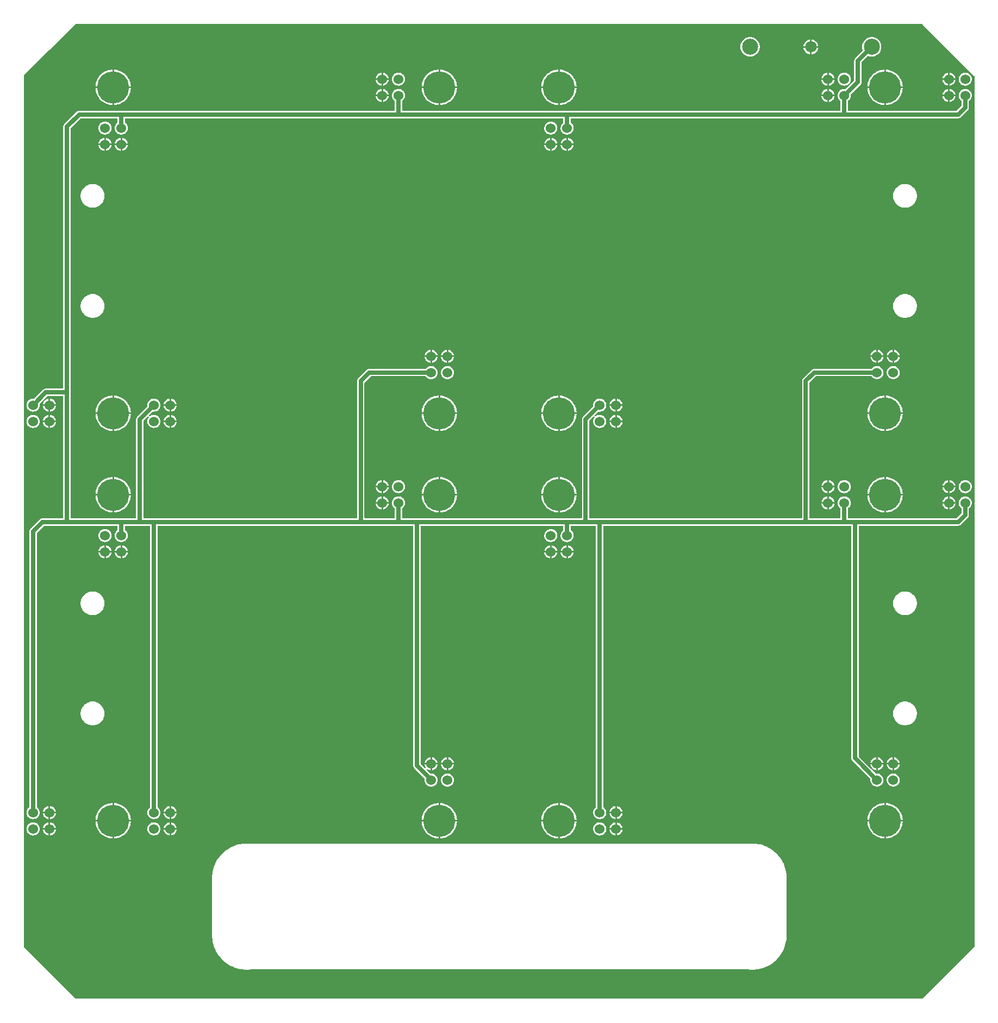
<source format=gbl>
G04 Layer: BottomLayer*
G04 EasyEDA v6.5.22, 2022-12-22 23:10:47*
G04 4902e46d55d74f8ba2e09136355efd4f,5a6b42c53f6a479593ecc07194224c93,10*
G04 Gerber Generator version 0.2*
G04 Scale: 100 percent, Rotated: No, Reflected: No *
G04 Dimensions in millimeters *
G04 leading zeros omitted , absolute positions ,4 integer and 5 decimal *
%FSLAX45Y45*%
%MOMM*%

%ADD10C,0.6350*%
%ADD11C,5.0000*%
%ADD12C,1.5240*%
%ADD13C,2.5000*%
%ADD14C,1.8000*%
%ADD15C,0.0138*%

%LPD*%
G36*
X7380935Y25908D02*
G01*
X7377074Y26670D01*
X7373772Y28905D01*
X6569405Y833272D01*
X6567170Y836574D01*
X6566408Y840435D01*
X6566408Y14414347D01*
X6567220Y14418310D01*
X6569456Y14421612D01*
X7373620Y15211196D01*
X7376922Y15213330D01*
X7380731Y15214092D01*
X20559064Y15214092D01*
X20562925Y15213330D01*
X20566227Y15211094D01*
X21370594Y14406727D01*
X21372830Y14403425D01*
X21373592Y14399564D01*
X21373592Y840435D01*
X21372830Y836574D01*
X21370594Y833272D01*
X20566227Y28905D01*
X20562925Y26670D01*
X20559064Y25908D01*
G37*

%LPC*%
G36*
X18839078Y14871700D02*
G01*
X18941440Y14871700D01*
X18941338Y14873528D01*
X18938595Y14887803D01*
X18934125Y14901672D01*
X18927927Y14914829D01*
X18920104Y14927122D01*
X18910808Y14938349D01*
X18900241Y14948306D01*
X18888456Y14956840D01*
X18875705Y14963851D01*
X18862141Y14969236D01*
X18848070Y14972842D01*
X18839078Y14973960D01*
G37*
G36*
X18711265Y14871700D02*
G01*
X18813678Y14871700D01*
X18813678Y14973960D01*
X18804636Y14972842D01*
X18790564Y14969236D01*
X18777000Y14963851D01*
X18764250Y14956840D01*
X18752464Y14948306D01*
X18741898Y14938349D01*
X18732601Y14927122D01*
X18724778Y14914829D01*
X18718580Y14901672D01*
X18714110Y14887803D01*
X18711367Y14873528D01*
G37*
G36*
X18813678Y14744039D02*
G01*
X18813678Y14846300D01*
X18711265Y14846300D01*
X18711367Y14844471D01*
X18714110Y14830196D01*
X18718580Y14816328D01*
X18724778Y14803170D01*
X18732601Y14790877D01*
X18741898Y14779650D01*
X18752464Y14769693D01*
X18764250Y14761159D01*
X18777000Y14754148D01*
X18790564Y14748763D01*
X18804636Y14745157D01*
G37*
G36*
X7970672Y2523642D02*
G01*
X7975295Y2523744D01*
X7998307Y2526182D01*
X8021015Y2530500D01*
X8043265Y2536698D01*
X8064906Y2544775D01*
X8085836Y2554579D01*
X8105851Y2566162D01*
X8124799Y2579319D01*
X8142630Y2594051D01*
X8159140Y2610256D01*
X8174228Y2627731D01*
X8187791Y2646426D01*
X8199780Y2666187D01*
X8210042Y2686862D01*
X8218525Y2708351D01*
X8225231Y2730500D01*
X8230006Y2753106D01*
X8232902Y2776016D01*
X8233359Y2786380D01*
X7970672Y2786380D01*
G37*
G36*
X14914778Y2523642D02*
G01*
X14919401Y2523744D01*
X14942413Y2526182D01*
X14965121Y2530500D01*
X14987371Y2536698D01*
X15009012Y2544775D01*
X15029942Y2554579D01*
X15049906Y2566162D01*
X15068905Y2579319D01*
X15086685Y2594051D01*
X15103195Y2610256D01*
X15118334Y2627731D01*
X15131897Y2646426D01*
X15143886Y2666187D01*
X15154148Y2686862D01*
X15162631Y2708351D01*
X15169337Y2730500D01*
X15174112Y2753106D01*
X15177007Y2776016D01*
X15177465Y2786380D01*
X14914778Y2786380D01*
G37*
G36*
X19994778Y2523642D02*
G01*
X19999401Y2523744D01*
X20022413Y2526182D01*
X20045121Y2530500D01*
X20067371Y2536698D01*
X20089012Y2544775D01*
X20109942Y2554579D01*
X20129906Y2566162D01*
X20148905Y2579319D01*
X20166685Y2594051D01*
X20183195Y2610256D01*
X20198334Y2627731D01*
X20211897Y2646426D01*
X20223886Y2666187D01*
X20234148Y2686862D01*
X20242631Y2708351D01*
X20249337Y2730500D01*
X20254112Y2753106D01*
X20257008Y2776016D01*
X20257465Y2786380D01*
X19994778Y2786380D01*
G37*
G36*
X13050672Y2523642D02*
G01*
X13055295Y2523744D01*
X13078307Y2526182D01*
X13101015Y2530500D01*
X13123265Y2536698D01*
X13144906Y2544775D01*
X13165836Y2554579D01*
X13185851Y2566162D01*
X13204799Y2579319D01*
X13222630Y2594051D01*
X13239140Y2610256D01*
X13254228Y2627731D01*
X13267791Y2646426D01*
X13279780Y2666187D01*
X13290042Y2686862D01*
X13298525Y2708351D01*
X13305231Y2730500D01*
X13310006Y2753106D01*
X13312901Y2776016D01*
X13313359Y2786380D01*
X13050672Y2786380D01*
G37*
G36*
X19969378Y2523693D02*
G01*
X19969378Y2786380D01*
X19706539Y2786380D01*
X19708368Y2764536D01*
X19712228Y2741726D01*
X19717969Y2719374D01*
X19725589Y2697530D01*
X19734987Y2676448D01*
X19746112Y2656179D01*
X19758914Y2636926D01*
X19773239Y2618841D01*
X19789038Y2601976D01*
X19806208Y2586532D01*
X19824649Y2572562D01*
X19844156Y2560167D01*
X19864628Y2549448D01*
X19885914Y2540508D01*
X19907910Y2533345D01*
X19930414Y2528112D01*
X19953274Y2524709D01*
G37*
G36*
X7945272Y2523693D02*
G01*
X7945272Y2786380D01*
X7682433Y2786380D01*
X7684262Y2764536D01*
X7688122Y2741726D01*
X7693863Y2719374D01*
X7701483Y2697530D01*
X7710881Y2676448D01*
X7722006Y2656179D01*
X7734808Y2636926D01*
X7749133Y2618841D01*
X7764983Y2601976D01*
X7782153Y2586532D01*
X7800543Y2572562D01*
X7820050Y2560167D01*
X7840522Y2549448D01*
X7861808Y2540508D01*
X7883804Y2533345D01*
X7906308Y2528112D01*
X7929168Y2524709D01*
G37*
G36*
X13025272Y2523693D02*
G01*
X13025272Y2786380D01*
X12762433Y2786380D01*
X12764262Y2764536D01*
X12768122Y2741726D01*
X12773863Y2719374D01*
X12781483Y2697530D01*
X12790881Y2676448D01*
X12802006Y2656179D01*
X12814808Y2636926D01*
X12829133Y2618841D01*
X12844983Y2601976D01*
X12862153Y2586532D01*
X12880543Y2572562D01*
X12900050Y2560167D01*
X12920522Y2549448D01*
X12941808Y2540508D01*
X12963804Y2533345D01*
X12986308Y2528112D01*
X13009168Y2524709D01*
G37*
G36*
X14889378Y2523693D02*
G01*
X14889378Y2786380D01*
X14626539Y2786380D01*
X14628368Y2764536D01*
X14632228Y2741726D01*
X14637969Y2719374D01*
X14645589Y2697530D01*
X14654987Y2676448D01*
X14666112Y2656179D01*
X14678913Y2636926D01*
X14693239Y2618841D01*
X14709038Y2601976D01*
X14726208Y2586532D01*
X14744649Y2572562D01*
X14764156Y2560167D01*
X14784628Y2549448D01*
X14805913Y2540508D01*
X14827910Y2533345D01*
X14850414Y2528112D01*
X14873274Y2524709D01*
G37*
G36*
X8596426Y2570073D02*
G01*
X8609990Y2571445D01*
X8623249Y2574594D01*
X8636000Y2579522D01*
X8647938Y2586075D01*
X8658910Y2594152D01*
X8668715Y2603652D01*
X8677148Y2614320D01*
X8684107Y2626055D01*
X8689441Y2638602D01*
X8693048Y2651760D01*
X8694877Y2665272D01*
X8694877Y2678938D01*
X8693048Y2692450D01*
X8689441Y2705608D01*
X8684107Y2718155D01*
X8677148Y2729890D01*
X8668715Y2740558D01*
X8658910Y2750058D01*
X8647938Y2758135D01*
X8636000Y2764688D01*
X8623249Y2769616D01*
X8609990Y2772765D01*
X8596426Y2774137D01*
X8582812Y2773680D01*
X8569350Y2771394D01*
X8556294Y2767380D01*
X8543950Y2761640D01*
X8532469Y2754274D01*
X8522055Y2745486D01*
X8512911Y2735376D01*
X8505190Y2724150D01*
X8499043Y2711958D01*
X8494572Y2699054D01*
X8491829Y2685694D01*
X8490915Y2672080D01*
X8491829Y2658516D01*
X8494572Y2645156D01*
X8499043Y2632252D01*
X8505190Y2620060D01*
X8512911Y2608834D01*
X8522055Y2598724D01*
X8532469Y2589936D01*
X8543950Y2582570D01*
X8556294Y2576830D01*
X8569350Y2572816D01*
X8582812Y2570530D01*
G37*
G36*
X6714032Y2570073D02*
G01*
X6727596Y2571445D01*
X6740855Y2574594D01*
X6753606Y2579522D01*
X6765544Y2586075D01*
X6776516Y2594152D01*
X6786321Y2603652D01*
X6794804Y2614320D01*
X6801713Y2626055D01*
X6807047Y2638653D01*
X6810654Y2651760D01*
X6812483Y2665323D01*
X6812483Y2678938D01*
X6810654Y2692450D01*
X6807047Y2705608D01*
X6801713Y2718155D01*
X6794804Y2729890D01*
X6786321Y2740609D01*
X6776516Y2750058D01*
X6765544Y2758186D01*
X6753606Y2764739D01*
X6740855Y2769616D01*
X6727596Y2772765D01*
X6714032Y2774137D01*
X6700418Y2773680D01*
X6686956Y2771444D01*
X6673951Y2767380D01*
X6661556Y2761640D01*
X6650075Y2754325D01*
X6639661Y2745486D01*
X6630517Y2735376D01*
X6622796Y2724150D01*
X6616649Y2711958D01*
X6612178Y2699105D01*
X6609435Y2685745D01*
X6608521Y2672130D01*
X6609435Y2658516D01*
X6612178Y2645156D01*
X6616649Y2632252D01*
X6622796Y2620111D01*
X6630517Y2608834D01*
X6639661Y2598724D01*
X6650075Y2589936D01*
X6661556Y2582570D01*
X6673951Y2576830D01*
X6686956Y2572816D01*
X6700418Y2570530D01*
G37*
G36*
X15540532Y2570073D02*
G01*
X15554096Y2571445D01*
X15567355Y2574594D01*
X15580055Y2579522D01*
X15592044Y2586075D01*
X15603016Y2594152D01*
X15612821Y2603652D01*
X15621254Y2614320D01*
X15628213Y2626055D01*
X15633547Y2638602D01*
X15637154Y2651760D01*
X15638983Y2665272D01*
X15638983Y2678938D01*
X15637154Y2692450D01*
X15633547Y2705608D01*
X15628213Y2718155D01*
X15621254Y2729890D01*
X15612821Y2740558D01*
X15603016Y2750058D01*
X15592044Y2758135D01*
X15580055Y2764688D01*
X15567355Y2769616D01*
X15554096Y2772765D01*
X15540532Y2774137D01*
X15526867Y2773680D01*
X15513456Y2771394D01*
X15500400Y2767380D01*
X15488056Y2761640D01*
X15476575Y2754274D01*
X15466161Y2745486D01*
X15457017Y2735376D01*
X15449296Y2724150D01*
X15443149Y2711958D01*
X15438628Y2699054D01*
X15435935Y2685694D01*
X15435021Y2672080D01*
X15435935Y2658516D01*
X15438628Y2645156D01*
X15443149Y2632252D01*
X15449296Y2620060D01*
X15457017Y2608834D01*
X15466161Y2598724D01*
X15476575Y2589936D01*
X15488056Y2582570D01*
X15500400Y2576830D01*
X15513456Y2572816D01*
X15526867Y2570530D01*
G37*
G36*
X8834323Y2570937D02*
G01*
X8834323Y2659380D01*
X8745778Y2659380D01*
X8748572Y2645156D01*
X8753043Y2632252D01*
X8759190Y2620060D01*
X8766911Y2608834D01*
X8776055Y2598724D01*
X8786469Y2589936D01*
X8797950Y2582570D01*
X8810294Y2576830D01*
X8823350Y2572816D01*
G37*
G36*
X15778429Y2570937D02*
G01*
X15778429Y2659380D01*
X15689884Y2659380D01*
X15692628Y2645156D01*
X15697149Y2632252D01*
X15703296Y2620060D01*
X15711017Y2608834D01*
X15720161Y2598724D01*
X15730575Y2589936D01*
X15742056Y2582570D01*
X15754400Y2576830D01*
X15767456Y2572816D01*
G37*
G36*
X8859723Y2570988D02*
G01*
X8863990Y2571445D01*
X8877249Y2574594D01*
X8890000Y2579522D01*
X8901938Y2586075D01*
X8912910Y2594152D01*
X8922715Y2603652D01*
X8931148Y2614320D01*
X8938107Y2626055D01*
X8943441Y2638602D01*
X8947048Y2651760D01*
X8948064Y2659380D01*
X8859723Y2659380D01*
G37*
G36*
X15803829Y2570988D02*
G01*
X15808096Y2571445D01*
X15821355Y2574594D01*
X15834055Y2579522D01*
X15846044Y2586075D01*
X15857016Y2594152D01*
X15866821Y2603652D01*
X15875254Y2614320D01*
X15882213Y2626055D01*
X15887547Y2638602D01*
X15891154Y2651760D01*
X15892170Y2659380D01*
X15803829Y2659380D01*
G37*
G36*
X6951929Y2570988D02*
G01*
X6951929Y2659430D01*
X6863384Y2659430D01*
X6866178Y2645156D01*
X6870649Y2632252D01*
X6876796Y2620111D01*
X6884517Y2608834D01*
X6893661Y2598724D01*
X6904075Y2589936D01*
X6915556Y2582570D01*
X6927951Y2576830D01*
X6940956Y2572816D01*
G37*
G36*
X6977329Y2571038D02*
G01*
X6981596Y2571445D01*
X6994855Y2574594D01*
X7007606Y2579522D01*
X7019544Y2586075D01*
X7030516Y2594152D01*
X7040321Y2603652D01*
X7048804Y2614320D01*
X7055713Y2626055D01*
X7061047Y2638653D01*
X7064654Y2651760D01*
X7065670Y2659430D01*
X6977329Y2659430D01*
G37*
G36*
X8859723Y2684780D02*
G01*
X8948064Y2684780D01*
X8947048Y2692450D01*
X8943441Y2705608D01*
X8938107Y2718155D01*
X8931148Y2729890D01*
X8922715Y2740558D01*
X8912910Y2750058D01*
X8901938Y2758135D01*
X8890000Y2764688D01*
X8877249Y2769616D01*
X8863990Y2772765D01*
X8859723Y2773222D01*
G37*
G36*
X15803829Y2684780D02*
G01*
X15892170Y2684780D01*
X15891154Y2692450D01*
X15887547Y2705608D01*
X15882213Y2718155D01*
X15875254Y2729890D01*
X15866821Y2740558D01*
X15857016Y2750058D01*
X15846044Y2758135D01*
X15834055Y2764688D01*
X15821355Y2769616D01*
X15808096Y2772765D01*
X15803829Y2773222D01*
G37*
G36*
X8745778Y2684780D02*
G01*
X8834323Y2684780D01*
X8834323Y2773273D01*
X8823350Y2771394D01*
X8810294Y2767380D01*
X8797950Y2761640D01*
X8786469Y2754274D01*
X8776055Y2745486D01*
X8766911Y2735376D01*
X8759190Y2724150D01*
X8753043Y2711958D01*
X8748572Y2699054D01*
G37*
G36*
X15689884Y2684780D02*
G01*
X15778429Y2684780D01*
X15778429Y2773273D01*
X15767456Y2771394D01*
X15754400Y2767380D01*
X15742056Y2761640D01*
X15730575Y2754274D01*
X15720161Y2745486D01*
X15711017Y2735376D01*
X15703296Y2724150D01*
X15697149Y2711958D01*
X15692628Y2699054D01*
G37*
G36*
X6977329Y2684830D02*
G01*
X7065670Y2684830D01*
X7064654Y2692450D01*
X7061047Y2705608D01*
X7055713Y2718155D01*
X7048804Y2729890D01*
X7040321Y2740609D01*
X7030516Y2750058D01*
X7019544Y2758186D01*
X7007606Y2764739D01*
X6994855Y2769616D01*
X6981596Y2772765D01*
X6977329Y2773222D01*
G37*
G36*
X6863384Y2684830D02*
G01*
X6951929Y2684830D01*
X6951929Y2773273D01*
X6940956Y2771444D01*
X6927951Y2767380D01*
X6915556Y2761640D01*
X6904075Y2754325D01*
X6893661Y2745486D01*
X6884517Y2735376D01*
X6876796Y2724150D01*
X6870649Y2711958D01*
X6866178Y2699105D01*
G37*
G36*
X7970672Y2811780D02*
G01*
X8233359Y2811780D01*
X8232902Y2822194D01*
X8230006Y2845104D01*
X8225231Y2867710D01*
X8218525Y2889808D01*
X8210042Y2911297D01*
X8199780Y2932023D01*
X8187791Y2951784D01*
X8174228Y2970479D01*
X8159140Y2987954D01*
X8142630Y3004108D01*
X8124799Y3018840D01*
X8105851Y3032048D01*
X8085836Y3043580D01*
X8064906Y3053435D01*
X8043265Y3061512D01*
X8021015Y3067710D01*
X7998307Y3072028D01*
X7975295Y3074466D01*
X7970672Y3074568D01*
G37*
G36*
X13050672Y2811780D02*
G01*
X13313359Y2811780D01*
X13312901Y2822194D01*
X13310006Y2845104D01*
X13305231Y2867710D01*
X13298525Y2889808D01*
X13290042Y2911297D01*
X13279780Y2932023D01*
X13267791Y2951784D01*
X13254228Y2970479D01*
X13239140Y2987954D01*
X13222630Y3004108D01*
X13204799Y3018840D01*
X13185851Y3032048D01*
X13165836Y3043580D01*
X13144906Y3053435D01*
X13123265Y3061512D01*
X13101015Y3067710D01*
X13078307Y3072028D01*
X13055295Y3074466D01*
X13050672Y3074568D01*
G37*
G36*
X14914778Y2811780D02*
G01*
X15177465Y2811780D01*
X15177007Y2822194D01*
X15174112Y2845104D01*
X15169337Y2867710D01*
X15162631Y2889808D01*
X15154148Y2911297D01*
X15143886Y2932023D01*
X15131897Y2951784D01*
X15118334Y2970479D01*
X15103195Y2987954D01*
X15086685Y3004108D01*
X15068905Y3018840D01*
X15049906Y3032048D01*
X15029942Y3043580D01*
X15009012Y3053435D01*
X14987371Y3061512D01*
X14965121Y3067710D01*
X14942413Y3072028D01*
X14919401Y3074466D01*
X14914778Y3074568D01*
G37*
G36*
X19994778Y2811780D02*
G01*
X20257465Y2811780D01*
X20257008Y2822194D01*
X20254112Y2845104D01*
X20249337Y2867710D01*
X20242631Y2889808D01*
X20234148Y2911297D01*
X20223886Y2932023D01*
X20211897Y2951784D01*
X20198334Y2970479D01*
X20183195Y2987954D01*
X20166685Y3004108D01*
X20148905Y3018840D01*
X20129906Y3032048D01*
X20109942Y3043580D01*
X20089012Y3053435D01*
X20067371Y3061512D01*
X20045121Y3067710D01*
X20022413Y3072028D01*
X19999401Y3074466D01*
X19994778Y3074568D01*
G37*
G36*
X12762433Y2811780D02*
G01*
X13025272Y2811780D01*
X13025272Y3074517D01*
X13009168Y3073501D01*
X12986308Y3070098D01*
X12963804Y3064814D01*
X12941808Y3057702D01*
X12920522Y3048762D01*
X12900050Y3038043D01*
X12880543Y3025648D01*
X12862153Y3011678D01*
X12844983Y2996234D01*
X12829133Y2979369D01*
X12814808Y2961284D01*
X12802006Y2942031D01*
X12790881Y2921762D01*
X12781483Y2900680D01*
X12773863Y2878836D01*
X12768122Y2856484D01*
X12764262Y2833674D01*
G37*
G36*
X19706539Y2811780D02*
G01*
X19969378Y2811780D01*
X19969378Y3074517D01*
X19953274Y3073501D01*
X19930414Y3070098D01*
X19907910Y3064814D01*
X19885914Y3057702D01*
X19864628Y3048762D01*
X19844156Y3038043D01*
X19824649Y3025648D01*
X19806208Y3011678D01*
X19789038Y2996234D01*
X19773239Y2979369D01*
X19758914Y2961284D01*
X19746112Y2942031D01*
X19734987Y2921762D01*
X19725589Y2900680D01*
X19717969Y2878836D01*
X19712228Y2856484D01*
X19708368Y2833674D01*
G37*
G36*
X14626539Y2811780D02*
G01*
X14889378Y2811780D01*
X14889378Y3074517D01*
X14873274Y3073501D01*
X14850414Y3070098D01*
X14827910Y3064814D01*
X14805913Y3057702D01*
X14784628Y3048762D01*
X14764156Y3038043D01*
X14744649Y3025648D01*
X14726208Y3011678D01*
X14709038Y2996234D01*
X14693239Y2979369D01*
X14678913Y2961284D01*
X14666112Y2942031D01*
X14654987Y2921762D01*
X14645589Y2900680D01*
X14637969Y2878836D01*
X14632228Y2856484D01*
X14628368Y2833674D01*
G37*
G36*
X7682433Y2811780D02*
G01*
X7945272Y2811780D01*
X7945272Y3074517D01*
X7929168Y3073501D01*
X7906308Y3070098D01*
X7883804Y3064814D01*
X7861808Y3057702D01*
X7840522Y3048762D01*
X7820050Y3038043D01*
X7800543Y3025648D01*
X7782153Y3011678D01*
X7764983Y2996234D01*
X7749133Y2979369D01*
X7734808Y2961284D01*
X7722006Y2942031D01*
X7710881Y2921762D01*
X7701483Y2900680D01*
X7693863Y2878836D01*
X7688122Y2856484D01*
X7684262Y2833674D01*
G37*
G36*
X6714032Y2824073D02*
G01*
X6727596Y2825445D01*
X6740855Y2828594D01*
X6753606Y2833522D01*
X6765544Y2840075D01*
X6776516Y2848152D01*
X6786321Y2857652D01*
X6794804Y2868320D01*
X6801713Y2880055D01*
X6807047Y2892653D01*
X6810654Y2905760D01*
X6812483Y2919323D01*
X6812483Y2932938D01*
X6810654Y2946450D01*
X6807047Y2959608D01*
X6801713Y2972155D01*
X6794804Y2983890D01*
X6786321Y2994609D01*
X6776516Y3004058D01*
X6772452Y3007055D01*
X6770268Y3009290D01*
X6768846Y3012135D01*
X6768338Y3015234D01*
X6768338Y7279487D01*
X6769100Y7283399D01*
X6771335Y7286650D01*
X6878929Y7394244D01*
X6882180Y7396480D01*
X6886092Y7397242D01*
X8017154Y7397242D01*
X8021066Y7396480D01*
X8024368Y7394244D01*
X8026552Y7390993D01*
X8027314Y7387081D01*
X8027314Y7333437D01*
X8026806Y7330186D01*
X8025282Y7327290D01*
X8011617Y7315047D01*
X8002828Y7304633D01*
X7995462Y7293152D01*
X7989722Y7280808D01*
X7985709Y7267752D01*
X7983423Y7254341D01*
X7982966Y7240676D01*
X7984337Y7227112D01*
X7987487Y7213853D01*
X7992414Y7201153D01*
X7998968Y7189165D01*
X8007045Y7178192D01*
X8016544Y7168388D01*
X8027212Y7159955D01*
X8038947Y7152995D01*
X8051495Y7147661D01*
X8064652Y7144054D01*
X8078165Y7142225D01*
X8091830Y7142225D01*
X8105343Y7144054D01*
X8118500Y7147661D01*
X8131048Y7152995D01*
X8142782Y7159955D01*
X8153501Y7168388D01*
X8162950Y7178192D01*
X8171027Y7189165D01*
X8177580Y7201153D01*
X8182508Y7213853D01*
X8185658Y7227112D01*
X8187029Y7240676D01*
X8186572Y7254341D01*
X8184286Y7267752D01*
X8180273Y7280808D01*
X8174532Y7293152D01*
X8167166Y7304633D01*
X8158378Y7315047D01*
X8144713Y7327290D01*
X8143189Y7330186D01*
X8142630Y7333437D01*
X8142630Y7387081D01*
X8143443Y7390993D01*
X8145627Y7394244D01*
X8148929Y7396480D01*
X8152790Y7397242D01*
X8525205Y7397242D01*
X8529066Y7396480D01*
X8532368Y7394244D01*
X8534552Y7390993D01*
X8535365Y7387081D01*
X8535365Y3015437D01*
X8534400Y3011170D01*
X8531758Y3007715D01*
X8522055Y2999486D01*
X8512911Y2989376D01*
X8505190Y2978150D01*
X8499043Y2965958D01*
X8494572Y2953054D01*
X8491829Y2939694D01*
X8490915Y2926080D01*
X8491829Y2912516D01*
X8494572Y2899156D01*
X8499043Y2886252D01*
X8505190Y2874060D01*
X8512911Y2862834D01*
X8522055Y2852724D01*
X8532469Y2843936D01*
X8543950Y2836570D01*
X8556294Y2830830D01*
X8569350Y2826816D01*
X8582812Y2824530D01*
X8596426Y2824073D01*
X8609990Y2825445D01*
X8623249Y2828594D01*
X8636000Y2833522D01*
X8647938Y2840075D01*
X8658910Y2848152D01*
X8668715Y2857652D01*
X8677148Y2868320D01*
X8684107Y2880055D01*
X8689441Y2892602D01*
X8693048Y2905760D01*
X8694877Y2919272D01*
X8694877Y2932938D01*
X8693048Y2946450D01*
X8689441Y2959608D01*
X8684107Y2972155D01*
X8677148Y2983890D01*
X8668715Y2994558D01*
X8658910Y3004058D01*
X8654796Y3007106D01*
X8652560Y3009341D01*
X8651138Y3012135D01*
X8650681Y3015284D01*
X8650681Y7387081D01*
X8651443Y7390993D01*
X8653627Y7394244D01*
X8656929Y7396480D01*
X8660841Y7397242D01*
X12623596Y7397242D01*
X12627457Y7396480D01*
X12630759Y7394244D01*
X12632944Y7390993D01*
X12633756Y7387081D01*
X12633756Y3658006D01*
X12634569Y3648100D01*
X12636906Y3638905D01*
X12640716Y3630168D01*
X12645999Y3622141D01*
X12650876Y3616604D01*
X12807492Y3459987D01*
X12809880Y3456178D01*
X12810439Y3451758D01*
X12808966Y3437534D01*
X12809423Y3423869D01*
X12811709Y3410458D01*
X12815722Y3397402D01*
X12821462Y3385058D01*
X12828828Y3373526D01*
X12837617Y3363112D01*
X12847726Y3353968D01*
X12859004Y3346246D01*
X12871145Y3340100D01*
X12884048Y3335629D01*
X12897408Y3332937D01*
X12911023Y3332022D01*
X12924637Y3332937D01*
X12937998Y3335629D01*
X12950850Y3340100D01*
X12963042Y3346246D01*
X12974269Y3353968D01*
X12984378Y3363112D01*
X12993217Y3373526D01*
X13000532Y3385058D01*
X13006273Y3397402D01*
X13010337Y3410458D01*
X13012572Y3423869D01*
X13013029Y3437534D01*
X13011658Y3451098D01*
X13008508Y3464356D01*
X13003631Y3477056D01*
X12997078Y3489045D01*
X12988950Y3500018D01*
X12979501Y3509822D01*
X12968782Y3518255D01*
X12957048Y3525215D01*
X12944500Y3530549D01*
X12931343Y3534156D01*
X12917830Y3535984D01*
X12904165Y3535984D01*
X12900710Y3535476D01*
X12897612Y3535527D01*
X12894665Y3536543D01*
X12892176Y3538372D01*
X12845389Y3585159D01*
X12843052Y3588765D01*
X12842392Y3592982D01*
X12843560Y3597046D01*
X12846253Y3600348D01*
X12850114Y3602228D01*
X12854381Y3602329D01*
X12858953Y3600246D01*
X12871145Y3594100D01*
X12884048Y3589629D01*
X12898323Y3586886D01*
X12898323Y3675379D01*
X12809829Y3675379D01*
X12811709Y3664458D01*
X12815722Y3651402D01*
X12821462Y3639058D01*
X12824256Y3634689D01*
X12825730Y3630726D01*
X12825476Y3626510D01*
X12823545Y3622801D01*
X12820294Y3620160D01*
X12816230Y3619042D01*
X12812064Y3619703D01*
X12808508Y3622040D01*
X12752019Y3678529D01*
X12749834Y3681780D01*
X12749072Y3685692D01*
X12749072Y7387081D01*
X12749834Y7390993D01*
X12752019Y7394244D01*
X12755321Y7396480D01*
X12759232Y7397242D01*
X14961260Y7397242D01*
X14965172Y7396480D01*
X14968474Y7394244D01*
X14970658Y7390993D01*
X14971420Y7387081D01*
X14971420Y7333437D01*
X14970912Y7330186D01*
X14969388Y7327290D01*
X14955723Y7315047D01*
X14946934Y7304633D01*
X14939568Y7293152D01*
X14933828Y7280808D01*
X14929815Y7267752D01*
X14927529Y7254341D01*
X14927072Y7240676D01*
X14928443Y7227112D01*
X14931593Y7213853D01*
X14936520Y7201153D01*
X14943074Y7189165D01*
X14951151Y7178192D01*
X14960600Y7168388D01*
X14971318Y7159955D01*
X14983053Y7152995D01*
X14995601Y7147661D01*
X15008758Y7144054D01*
X15022271Y7142225D01*
X15035936Y7142225D01*
X15049449Y7144054D01*
X15062606Y7147661D01*
X15075154Y7152995D01*
X15086888Y7159955D01*
X15097556Y7168388D01*
X15107056Y7178192D01*
X15115133Y7189165D01*
X15121686Y7201153D01*
X15126614Y7213853D01*
X15129763Y7227112D01*
X15131135Y7240676D01*
X15130678Y7254341D01*
X15128392Y7267752D01*
X15124379Y7280808D01*
X15118638Y7293152D01*
X15111272Y7304633D01*
X15102484Y7315047D01*
X15088819Y7327290D01*
X15087295Y7330186D01*
X15086736Y7333437D01*
X15086736Y7387081D01*
X15087549Y7390993D01*
X15089733Y7394244D01*
X15093035Y7396480D01*
X15096896Y7397242D01*
X15469311Y7397242D01*
X15473172Y7396480D01*
X15476474Y7394244D01*
X15478658Y7390993D01*
X15479471Y7387081D01*
X15479471Y3015437D01*
X15478506Y3011170D01*
X15475864Y3007715D01*
X15466161Y2999486D01*
X15457017Y2989376D01*
X15449296Y2978150D01*
X15443149Y2965958D01*
X15438628Y2953054D01*
X15435935Y2939694D01*
X15435021Y2926080D01*
X15435935Y2912516D01*
X15438628Y2899156D01*
X15443149Y2886252D01*
X15449296Y2874060D01*
X15457017Y2862834D01*
X15466161Y2852724D01*
X15476575Y2843936D01*
X15488056Y2836570D01*
X15500400Y2830830D01*
X15513456Y2826816D01*
X15526867Y2824530D01*
X15540532Y2824073D01*
X15554096Y2825445D01*
X15567355Y2828594D01*
X15580055Y2833522D01*
X15592044Y2840075D01*
X15603016Y2848152D01*
X15612821Y2857652D01*
X15621254Y2868320D01*
X15628213Y2880055D01*
X15633547Y2892602D01*
X15637154Y2905760D01*
X15638983Y2919272D01*
X15638983Y2932938D01*
X15637154Y2946450D01*
X15633547Y2959608D01*
X15628213Y2972155D01*
X15621254Y2983890D01*
X15612821Y2994558D01*
X15603016Y3004058D01*
X15598901Y3007106D01*
X15596666Y3009341D01*
X15595244Y3012135D01*
X15594787Y3015284D01*
X15594787Y7387081D01*
X15595549Y7390993D01*
X15597733Y7394244D01*
X15601035Y7396480D01*
X15604947Y7397242D01*
X19444411Y7397242D01*
X19448272Y7396480D01*
X19451574Y7394244D01*
X19453758Y7390993D01*
X19454571Y7387081D01*
X19454571Y3777437D01*
X19455384Y3767531D01*
X19457720Y3758285D01*
X19461530Y3749598D01*
X19466814Y3741521D01*
X19471640Y3736035D01*
X19751243Y3456432D01*
X19753630Y3452672D01*
X19754138Y3448253D01*
X19753072Y3437534D01*
X19753529Y3423869D01*
X19755815Y3410458D01*
X19759828Y3397402D01*
X19765568Y3385058D01*
X19772934Y3373526D01*
X19781723Y3363112D01*
X19791832Y3353968D01*
X19803059Y3346246D01*
X19815251Y3340100D01*
X19828154Y3335629D01*
X19841514Y3332937D01*
X19855129Y3332022D01*
X19868692Y3332937D01*
X19882053Y3335629D01*
X19894956Y3340100D01*
X19907148Y3346246D01*
X19918375Y3353968D01*
X19928484Y3363112D01*
X19937272Y3373526D01*
X19944638Y3385058D01*
X19950379Y3397402D01*
X19954392Y3410458D01*
X19956678Y3423869D01*
X19957135Y3437534D01*
X19955764Y3451098D01*
X19952614Y3464356D01*
X19947686Y3477056D01*
X19941133Y3489045D01*
X19933056Y3500018D01*
X19923556Y3509822D01*
X19912888Y3518255D01*
X19901154Y3525215D01*
X19888606Y3530549D01*
X19875449Y3534156D01*
X19861936Y3535984D01*
X19848271Y3535984D01*
X19841362Y3535019D01*
X19838263Y3535070D01*
X19835317Y3536086D01*
X19832828Y3537915D01*
X19774103Y3596640D01*
X19771715Y3600399D01*
X19771258Y3604260D01*
X19767346Y3604768D01*
X19763638Y3607104D01*
X19572833Y3797909D01*
X19570649Y3801211D01*
X19569887Y3805072D01*
X19569887Y7387081D01*
X19570649Y7390993D01*
X19572833Y7394244D01*
X19576135Y7396480D01*
X19580047Y7397242D01*
X21119998Y7397242D01*
X21129904Y7398054D01*
X21139150Y7400391D01*
X21147836Y7404201D01*
X21155914Y7409484D01*
X21161400Y7414361D01*
X21269960Y7522921D01*
X21276411Y7530490D01*
X21281288Y7538669D01*
X21284742Y7547508D01*
X21286724Y7556957D01*
X21287181Y7564272D01*
X21287181Y7662722D01*
X21288095Y7667040D01*
X21290737Y7670495D01*
X21300440Y7678724D01*
X21309584Y7688834D01*
X21317305Y7700060D01*
X21323452Y7712252D01*
X21327973Y7725105D01*
X21330666Y7738465D01*
X21331580Y7752080D01*
X21330666Y7765694D01*
X21327973Y7779054D01*
X21323452Y7791958D01*
X21317305Y7804099D01*
X21309584Y7815376D01*
X21300440Y7825486D01*
X21290026Y7834274D01*
X21278545Y7841640D01*
X21266200Y7847380D01*
X21253145Y7851394D01*
X21239734Y7853680D01*
X21226068Y7854137D01*
X21212505Y7852765D01*
X21199246Y7849616D01*
X21186546Y7844688D01*
X21174557Y7838135D01*
X21163584Y7830058D01*
X21153780Y7820558D01*
X21145347Y7809890D01*
X21138388Y7798155D01*
X21133054Y7785557D01*
X21129447Y7772450D01*
X21127618Y7758887D01*
X21127618Y7745272D01*
X21129447Y7731759D01*
X21133054Y7718602D01*
X21138388Y7706055D01*
X21145347Y7694320D01*
X21153780Y7683601D01*
X21163584Y7674152D01*
X21167699Y7671104D01*
X21169934Y7668869D01*
X21171357Y7666024D01*
X21171865Y7662925D01*
X21171865Y7592059D01*
X21171052Y7588199D01*
X21168868Y7584897D01*
X21099526Y7515555D01*
X21096224Y7513320D01*
X21092312Y7512558D01*
X19414896Y7512558D01*
X19411035Y7513320D01*
X19407733Y7515555D01*
X19405549Y7518806D01*
X19404736Y7522718D01*
X19404736Y7662722D01*
X19405701Y7667040D01*
X19408343Y7670495D01*
X19418046Y7678724D01*
X19427240Y7688834D01*
X19434911Y7700060D01*
X19441109Y7712252D01*
X19445579Y7725105D01*
X19448272Y7738516D01*
X19449186Y7752080D01*
X19448272Y7765694D01*
X19445579Y7779054D01*
X19441109Y7791958D01*
X19434911Y7804099D01*
X19427240Y7815376D01*
X19418046Y7825486D01*
X19407632Y7834274D01*
X19396151Y7841640D01*
X19383806Y7847380D01*
X19370751Y7851394D01*
X19357340Y7853680D01*
X19343674Y7854137D01*
X19330111Y7852765D01*
X19316852Y7849616D01*
X19304152Y7844688D01*
X19292163Y7838135D01*
X19281190Y7830058D01*
X19271386Y7820558D01*
X19262953Y7809890D01*
X19255994Y7798155D01*
X19250660Y7785608D01*
X19247053Y7772450D01*
X19245224Y7758938D01*
X19245224Y7745272D01*
X19247053Y7731759D01*
X19250660Y7718602D01*
X19255994Y7706055D01*
X19262953Y7694320D01*
X19271386Y7683601D01*
X19281190Y7674152D01*
X19285305Y7671104D01*
X19287540Y7668869D01*
X19288963Y7666075D01*
X19289420Y7662925D01*
X19289420Y7522718D01*
X19288658Y7518806D01*
X19286474Y7515555D01*
X19283172Y7513320D01*
X19279260Y7512558D01*
X18814338Y7512558D01*
X18810427Y7513320D01*
X18807125Y7515555D01*
X18804940Y7518806D01*
X18804178Y7522718D01*
X18804178Y9623907D01*
X18804940Y9627819D01*
X18807125Y9631070D01*
X18899479Y9723424D01*
X18902781Y9725660D01*
X18906693Y9726422D01*
X19765772Y9726422D01*
X19770039Y9725456D01*
X19773544Y9722815D01*
X19781723Y9713112D01*
X19791832Y9703968D01*
X19803059Y9696246D01*
X19815251Y9690100D01*
X19828154Y9685629D01*
X19841514Y9682937D01*
X19855129Y9682022D01*
X19868692Y9682937D01*
X19882053Y9685629D01*
X19894956Y9690100D01*
X19907148Y9696246D01*
X19918375Y9703968D01*
X19928484Y9713112D01*
X19937272Y9723526D01*
X19944638Y9735058D01*
X19950379Y9747402D01*
X19954392Y9760458D01*
X19956678Y9773869D01*
X19957135Y9787534D01*
X19955764Y9801098D01*
X19952614Y9814356D01*
X19947686Y9827056D01*
X19941133Y9839045D01*
X19933056Y9850018D01*
X19923556Y9859822D01*
X19912888Y9868255D01*
X19901154Y9875215D01*
X19888606Y9880549D01*
X19875449Y9884156D01*
X19861936Y9885984D01*
X19848271Y9885984D01*
X19834758Y9884156D01*
X19821601Y9880549D01*
X19809053Y9875215D01*
X19797318Y9868255D01*
X19786650Y9859822D01*
X19777151Y9850018D01*
X19774103Y9845852D01*
X19771868Y9843668D01*
X19769023Y9842246D01*
X19765924Y9841738D01*
X18879007Y9841738D01*
X18869101Y9840925D01*
X18859855Y9838588D01*
X18851168Y9834778D01*
X18843091Y9829495D01*
X18837605Y9824618D01*
X18706033Y9693046D01*
X18699581Y9685477D01*
X18694755Y9677298D01*
X18691250Y9668459D01*
X18689320Y9659010D01*
X18688862Y9651695D01*
X18688862Y7522718D01*
X18688050Y7518806D01*
X18685865Y7515555D01*
X18682563Y7513320D01*
X18678702Y7512558D01*
X15385338Y7512558D01*
X15381427Y7513320D01*
X15378125Y7515555D01*
X15375940Y7518806D01*
X15375178Y7522718D01*
X15375178Y9027109D01*
X15375940Y9031020D01*
X15378125Y9034272D01*
X15440660Y9097213D01*
X15444266Y9099550D01*
X15448483Y9100159D01*
X15452547Y9099042D01*
X15455849Y9096349D01*
X15457728Y9092488D01*
X15457881Y9088221D01*
X15456255Y9084310D01*
X15449296Y9074150D01*
X15443149Y9061958D01*
X15438628Y9049054D01*
X15435935Y9035694D01*
X15435021Y9022080D01*
X15435935Y9008516D01*
X15438628Y8995156D01*
X15443149Y8982252D01*
X15449296Y8970060D01*
X15457017Y8958834D01*
X15466161Y8948724D01*
X15476575Y8939936D01*
X15488056Y8932570D01*
X15500400Y8926830D01*
X15513456Y8922816D01*
X15526867Y8920530D01*
X15540532Y8920073D01*
X15554096Y8921445D01*
X15567355Y8924594D01*
X15580055Y8929522D01*
X15592044Y8936075D01*
X15603016Y8944152D01*
X15612821Y8953652D01*
X15621254Y8964320D01*
X15628213Y8976055D01*
X15633547Y8988602D01*
X15637154Y9001760D01*
X15638983Y9015272D01*
X15638983Y9028938D01*
X15637154Y9042450D01*
X15633547Y9055608D01*
X15628213Y9068155D01*
X15621254Y9079890D01*
X15612821Y9090558D01*
X15603016Y9100058D01*
X15592044Y9108135D01*
X15580055Y9114688D01*
X15567355Y9119616D01*
X15554096Y9122765D01*
X15540532Y9124137D01*
X15526867Y9123680D01*
X15513456Y9121394D01*
X15500400Y9117380D01*
X15488056Y9111640D01*
X15476575Y9104274D01*
X15475051Y9103004D01*
X15471140Y9100972D01*
X15466771Y9100769D01*
X15462707Y9102445D01*
X15459710Y9105696D01*
X15458389Y9109862D01*
X15458948Y9114231D01*
X15461284Y9117939D01*
X15515183Y9172143D01*
X15517774Y9174022D01*
X15520873Y9175038D01*
X15524073Y9174988D01*
X15526867Y9174530D01*
X15540532Y9174073D01*
X15554096Y9175445D01*
X15567355Y9178594D01*
X15580055Y9183522D01*
X15592044Y9190075D01*
X15603016Y9198152D01*
X15612821Y9207652D01*
X15621254Y9218320D01*
X15628213Y9230055D01*
X15633547Y9242602D01*
X15637154Y9255760D01*
X15638983Y9269272D01*
X15638983Y9282938D01*
X15637154Y9296450D01*
X15633547Y9309608D01*
X15628213Y9322155D01*
X15621254Y9333890D01*
X15612821Y9344558D01*
X15603016Y9354058D01*
X15592044Y9362135D01*
X15580055Y9368688D01*
X15567355Y9373616D01*
X15554096Y9376765D01*
X15540532Y9378137D01*
X15526867Y9377680D01*
X15513456Y9375394D01*
X15500400Y9371380D01*
X15488056Y9365640D01*
X15476575Y9358274D01*
X15466161Y9349486D01*
X15457017Y9339376D01*
X15449296Y9328150D01*
X15443149Y9315958D01*
X15438628Y9303054D01*
X15435935Y9289694D01*
X15435021Y9276080D01*
X15436088Y9259112D01*
X15435122Y9255963D01*
X15433192Y9253220D01*
X15276931Y9096044D01*
X15270530Y9088424D01*
X15265654Y9080246D01*
X15262250Y9071406D01*
X15260269Y9061958D01*
X15259862Y9054795D01*
X15259862Y7522718D01*
X15259050Y7518806D01*
X15256865Y7515555D01*
X15253563Y7513320D01*
X15249702Y7512558D01*
X12470790Y7512558D01*
X12466929Y7513320D01*
X12463627Y7515555D01*
X12461443Y7518806D01*
X12460630Y7522718D01*
X12460630Y7662722D01*
X12461595Y7667040D01*
X12464237Y7670495D01*
X12473990Y7678724D01*
X12483134Y7688834D01*
X12490856Y7700060D01*
X12497003Y7712252D01*
X12501473Y7725105D01*
X12504166Y7738516D01*
X12505080Y7752080D01*
X12504166Y7765694D01*
X12501473Y7779054D01*
X12497003Y7791958D01*
X12490856Y7804099D01*
X12483134Y7815376D01*
X12473990Y7825486D01*
X12463576Y7834274D01*
X12452045Y7841640D01*
X12439700Y7847380D01*
X12426645Y7851394D01*
X12413234Y7853680D01*
X12399568Y7854137D01*
X12386005Y7852765D01*
X12372746Y7849616D01*
X12360046Y7844688D01*
X12348057Y7838135D01*
X12337084Y7830058D01*
X12327280Y7820558D01*
X12318847Y7809890D01*
X12311888Y7798155D01*
X12306554Y7785608D01*
X12302947Y7772450D01*
X12301118Y7758938D01*
X12301118Y7745272D01*
X12302947Y7731759D01*
X12306554Y7718602D01*
X12311888Y7706055D01*
X12318847Y7694320D01*
X12327280Y7683601D01*
X12337084Y7674152D01*
X12341199Y7671104D01*
X12343434Y7668869D01*
X12344857Y7666075D01*
X12345314Y7662925D01*
X12345314Y7522718D01*
X12344552Y7518806D01*
X12342368Y7515555D01*
X12339066Y7513320D01*
X12335154Y7512558D01*
X11882932Y7512558D01*
X11879021Y7513320D01*
X11875719Y7515555D01*
X11873534Y7518806D01*
X11872772Y7522718D01*
X11872772Y9623907D01*
X11873534Y9627819D01*
X11875719Y9631070D01*
X11968124Y9723475D01*
X11971426Y9725660D01*
X11975287Y9726422D01*
X12821666Y9726422D01*
X12825933Y9725507D01*
X12829387Y9722866D01*
X12837617Y9713112D01*
X12847726Y9703968D01*
X12858953Y9696246D01*
X12871145Y9690100D01*
X12884048Y9685629D01*
X12897408Y9682937D01*
X12911023Y9682022D01*
X12924586Y9682937D01*
X12937947Y9685629D01*
X12950850Y9690100D01*
X12963042Y9696246D01*
X12974269Y9703968D01*
X12984378Y9713112D01*
X12993166Y9723526D01*
X13000532Y9735058D01*
X13006273Y9747402D01*
X13010286Y9760458D01*
X13012572Y9773869D01*
X13013029Y9787534D01*
X13011658Y9801098D01*
X13008508Y9814356D01*
X13003580Y9827056D01*
X12997027Y9839045D01*
X12988950Y9850018D01*
X12979450Y9859822D01*
X12968782Y9868255D01*
X12957048Y9875215D01*
X12944500Y9880549D01*
X12931343Y9884156D01*
X12917830Y9885984D01*
X12904165Y9885984D01*
X12890652Y9884156D01*
X12877495Y9880549D01*
X12864947Y9875215D01*
X12853212Y9868255D01*
X12842544Y9859822D01*
X12833045Y9850018D01*
X12829997Y9845903D01*
X12827762Y9843668D01*
X12824968Y9842246D01*
X12821818Y9841738D01*
X11947652Y9841738D01*
X11937746Y9840925D01*
X11928500Y9838588D01*
X11919762Y9834778D01*
X11911736Y9829495D01*
X11906199Y9824669D01*
X11774627Y9693046D01*
X11768226Y9685477D01*
X11763349Y9677298D01*
X11759895Y9668459D01*
X11757914Y9659010D01*
X11757456Y9651695D01*
X11757456Y7522718D01*
X11756644Y7518806D01*
X11754459Y7515555D01*
X11751157Y7513320D01*
X11747296Y7512558D01*
X8441232Y7512558D01*
X8437321Y7513320D01*
X8434019Y7515555D01*
X8431834Y7518806D01*
X8431072Y7522718D01*
X8431072Y9027109D01*
X8431834Y9031020D01*
X8434019Y9034272D01*
X8496554Y9097213D01*
X8500160Y9099550D01*
X8504377Y9100159D01*
X8508492Y9099042D01*
X8511743Y9096349D01*
X8513622Y9092488D01*
X8513775Y9088221D01*
X8512149Y9084310D01*
X8505190Y9074150D01*
X8499043Y9061958D01*
X8494572Y9049054D01*
X8491829Y9035694D01*
X8490915Y9022080D01*
X8491829Y9008516D01*
X8494572Y8995156D01*
X8499043Y8982252D01*
X8505190Y8970060D01*
X8512911Y8958834D01*
X8522055Y8948724D01*
X8532469Y8939936D01*
X8543950Y8932570D01*
X8556294Y8926830D01*
X8569350Y8922816D01*
X8582812Y8920530D01*
X8596426Y8920073D01*
X8609990Y8921445D01*
X8623249Y8924594D01*
X8636000Y8929522D01*
X8647938Y8936075D01*
X8658910Y8944152D01*
X8668715Y8953652D01*
X8677148Y8964320D01*
X8684107Y8976055D01*
X8689441Y8988602D01*
X8693048Y9001760D01*
X8694877Y9015272D01*
X8694877Y9028938D01*
X8693048Y9042450D01*
X8689441Y9055608D01*
X8684107Y9068155D01*
X8677148Y9079890D01*
X8668715Y9090558D01*
X8658910Y9100058D01*
X8647938Y9108135D01*
X8636000Y9114688D01*
X8623249Y9119616D01*
X8609990Y9122765D01*
X8596426Y9124137D01*
X8582812Y9123680D01*
X8569350Y9121394D01*
X8556294Y9117380D01*
X8543950Y9111640D01*
X8532469Y9104274D01*
X8530945Y9103004D01*
X8527084Y9100972D01*
X8522665Y9100769D01*
X8518601Y9102445D01*
X8515604Y9105696D01*
X8514283Y9109862D01*
X8514842Y9114231D01*
X8517178Y9117939D01*
X8571077Y9172143D01*
X8573668Y9174022D01*
X8576767Y9175038D01*
X8579967Y9174988D01*
X8582812Y9174530D01*
X8596426Y9174073D01*
X8609990Y9175445D01*
X8623249Y9178594D01*
X8636000Y9183522D01*
X8647938Y9190075D01*
X8658910Y9198152D01*
X8668715Y9207652D01*
X8677148Y9218320D01*
X8684107Y9230055D01*
X8689441Y9242602D01*
X8693048Y9255760D01*
X8694877Y9269272D01*
X8694877Y9282938D01*
X8693048Y9296450D01*
X8689441Y9309608D01*
X8684107Y9322155D01*
X8677148Y9333890D01*
X8668715Y9344558D01*
X8658910Y9354058D01*
X8647938Y9362135D01*
X8636000Y9368688D01*
X8623249Y9373616D01*
X8609990Y9376765D01*
X8596426Y9378137D01*
X8582812Y9377680D01*
X8569350Y9375394D01*
X8556294Y9371380D01*
X8543950Y9365640D01*
X8532469Y9358274D01*
X8522055Y9349486D01*
X8512911Y9339376D01*
X8505190Y9328150D01*
X8499043Y9315958D01*
X8494572Y9303054D01*
X8491829Y9289694D01*
X8490915Y9276080D01*
X8491982Y9259112D01*
X8491016Y9255963D01*
X8489086Y9253220D01*
X8332825Y9096044D01*
X8326424Y9088424D01*
X8321548Y9080246D01*
X8318144Y9071406D01*
X8316163Y9061958D01*
X8315756Y9054795D01*
X8315756Y7522718D01*
X8314944Y7518806D01*
X8312759Y7515555D01*
X8309457Y7513320D01*
X8305596Y7512558D01*
X7306818Y7512558D01*
X7302906Y7513320D01*
X7299655Y7515555D01*
X7297420Y7518806D01*
X7296658Y7522718D01*
X7296658Y13586307D01*
X7297420Y13590219D01*
X7299655Y13593470D01*
X7450429Y13744244D01*
X7453680Y13746480D01*
X7457592Y13747242D01*
X8017154Y13747242D01*
X8021066Y13746480D01*
X8024368Y13744244D01*
X8026552Y13740993D01*
X8027314Y13737082D01*
X8027314Y13683437D01*
X8026806Y13680186D01*
X8025282Y13677290D01*
X8011617Y13665047D01*
X8002828Y13654633D01*
X7995462Y13643152D01*
X7989722Y13630808D01*
X7985709Y13617752D01*
X7983423Y13604341D01*
X7982966Y13590676D01*
X7984337Y13577112D01*
X7987487Y13563854D01*
X7992414Y13551154D01*
X7998968Y13539165D01*
X8007045Y13528192D01*
X8016544Y13518388D01*
X8027212Y13509955D01*
X8038947Y13502995D01*
X8051495Y13497661D01*
X8064652Y13494054D01*
X8078165Y13492226D01*
X8091830Y13492226D01*
X8105343Y13494054D01*
X8118500Y13497661D01*
X8131048Y13502995D01*
X8142782Y13509955D01*
X8153501Y13518388D01*
X8162950Y13528192D01*
X8171027Y13539165D01*
X8177580Y13551154D01*
X8182508Y13563854D01*
X8185658Y13577112D01*
X8187029Y13590676D01*
X8186572Y13604341D01*
X8184286Y13617752D01*
X8180273Y13630808D01*
X8174532Y13643152D01*
X8167166Y13654633D01*
X8158378Y13665047D01*
X8144713Y13677290D01*
X8143189Y13680186D01*
X8142630Y13683437D01*
X8142630Y13737082D01*
X8143443Y13740993D01*
X8145627Y13744244D01*
X8148929Y13746480D01*
X8152790Y13747242D01*
X14961260Y13747242D01*
X14965172Y13746480D01*
X14968474Y13744244D01*
X14970658Y13740993D01*
X14971420Y13737082D01*
X14971420Y13683437D01*
X14970912Y13680186D01*
X14969388Y13677290D01*
X14955723Y13665047D01*
X14946934Y13654633D01*
X14939568Y13643152D01*
X14933828Y13630808D01*
X14929815Y13617752D01*
X14927529Y13604341D01*
X14927072Y13590676D01*
X14928443Y13577112D01*
X14931593Y13563854D01*
X14936520Y13551154D01*
X14943074Y13539165D01*
X14951151Y13528192D01*
X14960600Y13518388D01*
X14971318Y13509955D01*
X14983053Y13502995D01*
X14995601Y13497661D01*
X15008758Y13494054D01*
X15022271Y13492226D01*
X15035936Y13492226D01*
X15049449Y13494054D01*
X15062606Y13497661D01*
X15075154Y13502995D01*
X15086888Y13509955D01*
X15097556Y13518388D01*
X15107056Y13528192D01*
X15115133Y13539165D01*
X15121686Y13551154D01*
X15126614Y13563854D01*
X15129763Y13577112D01*
X15131135Y13590676D01*
X15130678Y13604341D01*
X15128392Y13617752D01*
X15124379Y13630808D01*
X15118638Y13643152D01*
X15111272Y13654633D01*
X15102484Y13665047D01*
X15088819Y13677290D01*
X15087295Y13680186D01*
X15086736Y13683437D01*
X15086736Y13737082D01*
X15087549Y13740993D01*
X15089733Y13744244D01*
X15093035Y13746480D01*
X15096896Y13747242D01*
X21119998Y13747242D01*
X21129904Y13748054D01*
X21139150Y13750391D01*
X21147836Y13754201D01*
X21155914Y13759484D01*
X21161400Y13764361D01*
X21269960Y13872921D01*
X21276411Y13880490D01*
X21281288Y13888669D01*
X21284742Y13897508D01*
X21286724Y13906957D01*
X21287181Y13914272D01*
X21287181Y14012722D01*
X21288095Y14017040D01*
X21290737Y14020495D01*
X21300440Y14028724D01*
X21309584Y14038834D01*
X21317305Y14050060D01*
X21323452Y14062252D01*
X21327973Y14075105D01*
X21330666Y14088465D01*
X21331580Y14102080D01*
X21330666Y14115694D01*
X21327973Y14129054D01*
X21323452Y14141957D01*
X21317305Y14154099D01*
X21309584Y14165376D01*
X21300440Y14175486D01*
X21290026Y14184274D01*
X21278545Y14191640D01*
X21266200Y14197380D01*
X21253145Y14201394D01*
X21239734Y14203680D01*
X21226068Y14204137D01*
X21212505Y14202765D01*
X21199246Y14199616D01*
X21186546Y14194688D01*
X21174557Y14188135D01*
X21163584Y14180057D01*
X21153780Y14170558D01*
X21145347Y14159890D01*
X21138388Y14148155D01*
X21133054Y14135557D01*
X21129447Y14122450D01*
X21127618Y14108887D01*
X21127618Y14095272D01*
X21129447Y14081760D01*
X21133054Y14068602D01*
X21138388Y14056055D01*
X21145347Y14044320D01*
X21153780Y14033601D01*
X21163584Y14024152D01*
X21167699Y14021104D01*
X21169934Y14018869D01*
X21171357Y14016024D01*
X21171865Y14012926D01*
X21171865Y13942060D01*
X21171052Y13938199D01*
X21168868Y13934897D01*
X21099526Y13865555D01*
X21096224Y13863319D01*
X21092312Y13862557D01*
X19414947Y13862557D01*
X19411035Y13863319D01*
X19407733Y13865555D01*
X19405549Y13868806D01*
X19404787Y13872718D01*
X19404787Y14012773D01*
X19405701Y14017040D01*
X19408343Y14020495D01*
X19418046Y14028724D01*
X19427240Y14038834D01*
X19434911Y14050060D01*
X19441109Y14062252D01*
X19445579Y14075105D01*
X19448272Y14088516D01*
X19449186Y14102080D01*
X19448170Y14116608D01*
X19448780Y14120876D01*
X19451116Y14124482D01*
X19598487Y14271853D01*
X19604888Y14279422D01*
X19609765Y14287601D01*
X19613219Y14296440D01*
X19615200Y14305889D01*
X19615658Y14313204D01*
X19615658Y14615007D01*
X19616420Y14618919D01*
X19618655Y14622170D01*
X19711466Y14715032D01*
X19714768Y14717217D01*
X19718629Y14717979D01*
X19740321Y14711883D01*
X19756983Y14709038D01*
X19773900Y14708124D01*
X19790765Y14709038D01*
X19807478Y14711883D01*
X19823734Y14716556D01*
X19839381Y14723059D01*
X19854164Y14731238D01*
X19867981Y14741042D01*
X19880580Y14752319D01*
X19891857Y14764918D01*
X19901662Y14778736D01*
X19909840Y14793518D01*
X19916292Y14809165D01*
X19921016Y14825421D01*
X19923810Y14842083D01*
X19924776Y14859000D01*
X19923810Y14875916D01*
X19921016Y14892578D01*
X19916292Y14908834D01*
X19909840Y14924481D01*
X19901662Y14939263D01*
X19891857Y14953081D01*
X19880580Y14965680D01*
X19867981Y14976957D01*
X19854164Y14986762D01*
X19839381Y14994940D01*
X19823734Y15001443D01*
X19807478Y15006116D01*
X19790765Y15008961D01*
X19773900Y15009876D01*
X19756983Y15008961D01*
X19740321Y15006116D01*
X19724065Y15001443D01*
X19708418Y14994940D01*
X19693636Y14986762D01*
X19679818Y14976957D01*
X19667220Y14965680D01*
X19655942Y14953081D01*
X19646138Y14939263D01*
X19637959Y14924481D01*
X19631456Y14908834D01*
X19626783Y14892578D01*
X19623938Y14875916D01*
X19623024Y14859000D01*
X19623938Y14842083D01*
X19626783Y14825421D01*
X19631456Y14809165D01*
X19632117Y14807641D01*
X19632879Y14803729D01*
X19632117Y14799818D01*
X19629882Y14796566D01*
X19517512Y14684146D01*
X19511111Y14676577D01*
X19506234Y14668398D01*
X19502780Y14659559D01*
X19500799Y14650110D01*
X19500342Y14642795D01*
X19500342Y14340992D01*
X19499580Y14337080D01*
X19497344Y14333829D01*
X19437146Y14273580D01*
X19433387Y14271193D01*
X19431558Y14270990D01*
X19431355Y14269110D01*
X19428968Y14265401D01*
X19369532Y14205966D01*
X19366890Y14204086D01*
X19363842Y14203070D01*
X19360642Y14203121D01*
X19357340Y14203680D01*
X19343674Y14204137D01*
X19330111Y14202765D01*
X19316852Y14199616D01*
X19304152Y14194688D01*
X19292163Y14188135D01*
X19281190Y14180057D01*
X19271386Y14170558D01*
X19262953Y14159890D01*
X19255994Y14148155D01*
X19250660Y14135607D01*
X19247053Y14122450D01*
X19245224Y14108938D01*
X19245224Y14095272D01*
X19247053Y14081760D01*
X19250660Y14068602D01*
X19255994Y14056055D01*
X19262953Y14044320D01*
X19271386Y14033601D01*
X19281190Y14024152D01*
X19285305Y14021104D01*
X19287540Y14018869D01*
X19288963Y14016024D01*
X19289471Y14012926D01*
X19289471Y13872718D01*
X19288658Y13868806D01*
X19286474Y13865555D01*
X19283172Y13863319D01*
X19279311Y13862557D01*
X12470841Y13862557D01*
X12466929Y13863319D01*
X12463627Y13865555D01*
X12461443Y13868806D01*
X12460681Y13872718D01*
X12460681Y14012773D01*
X12461595Y14017040D01*
X12464237Y14020495D01*
X12473990Y14028724D01*
X12483134Y14038834D01*
X12490856Y14050060D01*
X12497003Y14062252D01*
X12501473Y14075105D01*
X12504166Y14088516D01*
X12505080Y14102080D01*
X12504166Y14115694D01*
X12501473Y14129054D01*
X12497003Y14141957D01*
X12490856Y14154099D01*
X12483134Y14165376D01*
X12473990Y14175486D01*
X12463576Y14184274D01*
X12452045Y14191640D01*
X12439700Y14197380D01*
X12426645Y14201394D01*
X12413234Y14203680D01*
X12399568Y14204137D01*
X12386005Y14202765D01*
X12372746Y14199616D01*
X12360046Y14194688D01*
X12348057Y14188135D01*
X12337084Y14180057D01*
X12327280Y14170558D01*
X12318847Y14159890D01*
X12311888Y14148155D01*
X12306554Y14135607D01*
X12302947Y14122450D01*
X12301118Y14108938D01*
X12301118Y14095272D01*
X12302947Y14081760D01*
X12306554Y14068602D01*
X12311888Y14056055D01*
X12318847Y14044320D01*
X12327280Y14033601D01*
X12337084Y14024152D01*
X12341199Y14021104D01*
X12343434Y14018869D01*
X12344857Y14016024D01*
X12345365Y14012926D01*
X12345365Y13872718D01*
X12344552Y13868806D01*
X12342368Y13865555D01*
X12339066Y13863319D01*
X12335205Y13862557D01*
X7429906Y13862557D01*
X7420000Y13861745D01*
X7410805Y13859408D01*
X7402068Y13855598D01*
X7394041Y13850315D01*
X7388504Y13845438D01*
X7198512Y13655446D01*
X7192111Y13647877D01*
X7187234Y13639698D01*
X7183780Y13630859D01*
X7181799Y13621410D01*
X7181342Y13614095D01*
X7181342Y9542018D01*
X7180580Y9538106D01*
X7178344Y9534855D01*
X7175093Y9532620D01*
X7171181Y9531858D01*
X6909206Y9531858D01*
X6899300Y9531045D01*
X6890105Y9528708D01*
X6881368Y9524898D01*
X6873341Y9519615D01*
X6867804Y9514738D01*
X6733031Y9379966D01*
X6729272Y9377578D01*
X6724853Y9377070D01*
X6714032Y9378137D01*
X6700418Y9377680D01*
X6686956Y9375444D01*
X6673951Y9371380D01*
X6661556Y9365640D01*
X6650075Y9358325D01*
X6639661Y9349486D01*
X6630517Y9339376D01*
X6622796Y9328150D01*
X6616649Y9315958D01*
X6612178Y9303105D01*
X6609435Y9289745D01*
X6608521Y9276130D01*
X6609435Y9262516D01*
X6612178Y9249156D01*
X6616649Y9236252D01*
X6622796Y9224111D01*
X6630517Y9212834D01*
X6639661Y9202724D01*
X6650075Y9193936D01*
X6661556Y9186570D01*
X6673951Y9180830D01*
X6686956Y9176816D01*
X6700418Y9174530D01*
X6714032Y9174073D01*
X6727596Y9175445D01*
X6740855Y9178594D01*
X6753606Y9183522D01*
X6765544Y9190075D01*
X6776516Y9198152D01*
X6786321Y9207652D01*
X6794804Y9218320D01*
X6801713Y9230055D01*
X6807047Y9242653D01*
X6810654Y9255760D01*
X6812483Y9269323D01*
X6812483Y9282938D01*
X6811568Y9289745D01*
X6811619Y9292844D01*
X6812635Y9295790D01*
X6814464Y9298330D01*
X6872274Y9356140D01*
X6876034Y9358528D01*
X6880453Y9359036D01*
X6881774Y9358630D01*
X6881317Y9360052D01*
X6881875Y9364421D01*
X6884263Y9368129D01*
X6929729Y9413544D01*
X6932980Y9415780D01*
X6936892Y9416542D01*
X7171181Y9416542D01*
X7175093Y9415780D01*
X7178344Y9413544D01*
X7180580Y9410293D01*
X7181342Y9406382D01*
X7181342Y7522718D01*
X7180580Y7518806D01*
X7178344Y7515555D01*
X7175093Y7513320D01*
X7171181Y7512558D01*
X6858406Y7512558D01*
X6848500Y7511745D01*
X6839305Y7509408D01*
X6830568Y7505598D01*
X6822541Y7500315D01*
X6817004Y7495438D01*
X6670192Y7348626D01*
X6663791Y7341057D01*
X6658914Y7332878D01*
X6655460Y7324039D01*
X6653479Y7314590D01*
X6653022Y7307275D01*
X6653022Y3015538D01*
X6652056Y3011220D01*
X6649415Y3007766D01*
X6639661Y2999486D01*
X6630517Y2989376D01*
X6622796Y2978150D01*
X6616649Y2965958D01*
X6612178Y2953105D01*
X6609435Y2939745D01*
X6608521Y2926130D01*
X6609435Y2912516D01*
X6612178Y2899156D01*
X6616649Y2886252D01*
X6622796Y2874111D01*
X6630517Y2862834D01*
X6639661Y2852724D01*
X6650075Y2843936D01*
X6661556Y2836570D01*
X6673951Y2830830D01*
X6686956Y2826816D01*
X6700418Y2824530D01*
G37*
G36*
X18839078Y14744039D02*
G01*
X18848070Y14745157D01*
X18862141Y14748763D01*
X18875705Y14754148D01*
X18888456Y14761159D01*
X18900241Y14769693D01*
X18910808Y14779650D01*
X18920104Y14790877D01*
X18927927Y14803170D01*
X18934125Y14816328D01*
X18938595Y14830196D01*
X18941338Y14844471D01*
X18941440Y14846300D01*
X18839078Y14846300D01*
G37*
G36*
X17878806Y14708124D02*
G01*
X17895722Y14709038D01*
X17912384Y14711883D01*
X17928640Y14716556D01*
X17944287Y14723059D01*
X17959070Y14731238D01*
X17972887Y14741042D01*
X17985486Y14752319D01*
X17996763Y14764918D01*
X18006568Y14778736D01*
X18014746Y14793518D01*
X18021249Y14809165D01*
X18025922Y14825421D01*
X18028767Y14842083D01*
X18029682Y14859000D01*
X18028767Y14875916D01*
X18025922Y14892578D01*
X18021249Y14908834D01*
X18014746Y14924481D01*
X18006568Y14939263D01*
X17996763Y14953081D01*
X17985486Y14965680D01*
X17972887Y14976957D01*
X17959070Y14986762D01*
X17944287Y14994940D01*
X17928640Y15001443D01*
X17912384Y15006116D01*
X17895722Y15008961D01*
X17878806Y15009876D01*
X17861940Y15008961D01*
X17845227Y15006116D01*
X17828971Y15001443D01*
X17813324Y14994940D01*
X17798542Y14986762D01*
X17784724Y14976957D01*
X17772126Y14965680D01*
X17760848Y14953081D01*
X17751044Y14939263D01*
X17742865Y14924481D01*
X17736413Y14908834D01*
X17731689Y14892578D01*
X17728895Y14875916D01*
X17727930Y14859000D01*
X17728895Y14842083D01*
X17731689Y14825421D01*
X17736413Y14809165D01*
X17742865Y14793518D01*
X17751044Y14778736D01*
X17760848Y14764918D01*
X17772126Y14752319D01*
X17784724Y14741042D01*
X17798542Y14731238D01*
X17813324Y14723059D01*
X17828971Y14716556D01*
X17845227Y14711883D01*
X17861940Y14709038D01*
G37*
G36*
X8834323Y2824937D02*
G01*
X8834323Y2913380D01*
X8745778Y2913380D01*
X8748572Y2899156D01*
X8753043Y2886252D01*
X8759190Y2874060D01*
X8766911Y2862834D01*
X8776055Y2852724D01*
X8786469Y2843936D01*
X8797950Y2836570D01*
X8810294Y2830830D01*
X8823350Y2826816D01*
G37*
G36*
X15778429Y2824937D02*
G01*
X15778429Y2913380D01*
X15689884Y2913380D01*
X15692628Y2899156D01*
X15697149Y2886252D01*
X15703296Y2874060D01*
X15711017Y2862834D01*
X15720161Y2852724D01*
X15730575Y2843936D01*
X15742056Y2836570D01*
X15754400Y2830830D01*
X15767456Y2826816D01*
G37*
G36*
X15803829Y2824988D02*
G01*
X15808096Y2825445D01*
X15821355Y2828594D01*
X15834055Y2833522D01*
X15846044Y2840075D01*
X15857016Y2848152D01*
X15866821Y2857652D01*
X15875254Y2868320D01*
X15882213Y2880055D01*
X15887547Y2892602D01*
X15891154Y2905760D01*
X15892170Y2913380D01*
X15803829Y2913380D01*
G37*
G36*
X8859723Y2824988D02*
G01*
X8863990Y2825445D01*
X8877249Y2828594D01*
X8890000Y2833522D01*
X8901938Y2840075D01*
X8912910Y2848152D01*
X8922715Y2857652D01*
X8931148Y2868320D01*
X8938107Y2880055D01*
X8943441Y2892602D01*
X8947048Y2905760D01*
X8948064Y2913380D01*
X8859723Y2913380D01*
G37*
G36*
X6951929Y2824988D02*
G01*
X6951929Y2913430D01*
X6863384Y2913430D01*
X6866178Y2899156D01*
X6870649Y2886252D01*
X6876796Y2874111D01*
X6884517Y2862834D01*
X6893661Y2852724D01*
X6904075Y2843936D01*
X6915556Y2836570D01*
X6927951Y2830830D01*
X6940956Y2826816D01*
G37*
G36*
X6977329Y2825038D02*
G01*
X6981596Y2825445D01*
X6994855Y2828594D01*
X7007606Y2833522D01*
X7019544Y2840075D01*
X7030516Y2848152D01*
X7040321Y2857652D01*
X7048804Y2868320D01*
X7055713Y2880055D01*
X7061047Y2892653D01*
X7064654Y2905760D01*
X7065670Y2913430D01*
X6977329Y2913430D01*
G37*
G36*
X8859723Y2938780D02*
G01*
X8948064Y2938780D01*
X8947048Y2946450D01*
X8943441Y2959608D01*
X8938107Y2972155D01*
X8931148Y2983890D01*
X8922715Y2994558D01*
X8912910Y3004058D01*
X8901938Y3012135D01*
X8890000Y3018688D01*
X8877249Y3023616D01*
X8863990Y3026765D01*
X8859723Y3027222D01*
G37*
G36*
X15803829Y2938780D02*
G01*
X15892170Y2938780D01*
X15891154Y2946450D01*
X15887547Y2959608D01*
X15882213Y2972155D01*
X15875254Y2983890D01*
X15866821Y2994558D01*
X15857016Y3004058D01*
X15846044Y3012135D01*
X15834055Y3018688D01*
X15821355Y3023616D01*
X15808096Y3026765D01*
X15803829Y3027222D01*
G37*
G36*
X8745778Y2938780D02*
G01*
X8834323Y2938780D01*
X8834323Y3027273D01*
X8823350Y3025394D01*
X8810294Y3021380D01*
X8797950Y3015640D01*
X8786469Y3008274D01*
X8776055Y2999486D01*
X8766911Y2989376D01*
X8759190Y2978150D01*
X8753043Y2965958D01*
X8748572Y2953054D01*
G37*
G36*
X15689884Y2938780D02*
G01*
X15778429Y2938780D01*
X15778429Y3027273D01*
X15767456Y3025394D01*
X15754400Y3021380D01*
X15742056Y3015640D01*
X15730575Y3008274D01*
X15720161Y2999486D01*
X15711017Y2989376D01*
X15703296Y2978150D01*
X15697149Y2965958D01*
X15692628Y2953054D01*
G37*
G36*
X6977329Y2938830D02*
G01*
X7065670Y2938830D01*
X7064654Y2946450D01*
X7061047Y2959608D01*
X7055713Y2972155D01*
X7048804Y2983890D01*
X7040321Y2994609D01*
X7030516Y3004058D01*
X7019544Y3012186D01*
X7007606Y3018739D01*
X6994855Y3023616D01*
X6981596Y3026765D01*
X6977329Y3027222D01*
G37*
G36*
X6863384Y2938830D02*
G01*
X6951929Y2938830D01*
X6951929Y3027273D01*
X6940956Y3025444D01*
X6927951Y3021380D01*
X6915556Y3015640D01*
X6904075Y3008325D01*
X6893661Y2999486D01*
X6884517Y2989376D01*
X6876796Y2978150D01*
X6870649Y2965958D01*
X6866178Y2953105D01*
G37*
G36*
X13165023Y3332022D02*
G01*
X13178586Y3332937D01*
X13191947Y3335629D01*
X13204850Y3340100D01*
X13217042Y3346246D01*
X13228269Y3353968D01*
X13238378Y3363112D01*
X13247166Y3373526D01*
X13254532Y3385058D01*
X13260273Y3397402D01*
X13264286Y3410458D01*
X13266572Y3423869D01*
X13267029Y3437534D01*
X13265657Y3451098D01*
X13262508Y3464356D01*
X13257580Y3477056D01*
X13251027Y3489045D01*
X13242950Y3500018D01*
X13233450Y3509822D01*
X13222782Y3518255D01*
X13211048Y3525215D01*
X13198500Y3530549D01*
X13185343Y3534156D01*
X13171830Y3535984D01*
X13158165Y3535984D01*
X13144652Y3534156D01*
X13131495Y3530549D01*
X13118947Y3525215D01*
X13107212Y3518255D01*
X13096544Y3509822D01*
X13087045Y3500018D01*
X13078968Y3489045D01*
X13072414Y3477056D01*
X13067487Y3464356D01*
X13064337Y3451098D01*
X13062965Y3437534D01*
X13063423Y3423869D01*
X13065709Y3410458D01*
X13069722Y3397402D01*
X13075462Y3385058D01*
X13082828Y3373526D01*
X13091617Y3363112D01*
X13101726Y3353968D01*
X13112953Y3346246D01*
X13125145Y3340100D01*
X13138048Y3335629D01*
X13151408Y3332937D01*
G37*
G36*
X20109129Y3332022D02*
G01*
X20122692Y3332937D01*
X20136053Y3335629D01*
X20148956Y3340100D01*
X20161148Y3346246D01*
X20172375Y3353968D01*
X20182484Y3363112D01*
X20191272Y3373526D01*
X20198638Y3385058D01*
X20204379Y3397402D01*
X20208392Y3410458D01*
X20210678Y3423869D01*
X20211135Y3437534D01*
X20209764Y3451098D01*
X20206614Y3464356D01*
X20201686Y3477056D01*
X20195133Y3489045D01*
X20187056Y3500018D01*
X20177556Y3509822D01*
X20166888Y3518255D01*
X20155154Y3525215D01*
X20142606Y3530549D01*
X20129449Y3534156D01*
X20115936Y3535984D01*
X20102271Y3535984D01*
X20088758Y3534156D01*
X20075601Y3530549D01*
X20063053Y3525215D01*
X20051318Y3518255D01*
X20040650Y3509822D01*
X20031151Y3500018D01*
X20023074Y3489045D01*
X20016520Y3477056D01*
X20011593Y3464356D01*
X20008443Y3451098D01*
X20007072Y3437534D01*
X20007529Y3423869D01*
X20009815Y3410458D01*
X20013828Y3397402D01*
X20019568Y3385058D01*
X20026934Y3373526D01*
X20035723Y3363112D01*
X20045832Y3353968D01*
X20057059Y3346246D01*
X20069251Y3340100D01*
X20082154Y3335629D01*
X20095514Y3332937D01*
G37*
G36*
X12161723Y14368780D02*
G01*
X12250216Y14368780D01*
X12247473Y14383054D01*
X12243003Y14395957D01*
X12236856Y14408099D01*
X12229134Y14419376D01*
X12219990Y14429486D01*
X12209576Y14438274D01*
X12198045Y14445640D01*
X12185700Y14451380D01*
X12172645Y14455394D01*
X12161723Y14457273D01*
G37*
G36*
X19105778Y14368780D02*
G01*
X19194322Y14368780D01*
X19191579Y14383054D01*
X19187109Y14395957D01*
X19180911Y14408099D01*
X19173240Y14419376D01*
X19164046Y14429486D01*
X19153632Y14438274D01*
X19142151Y14445640D01*
X19129806Y14451380D01*
X19116751Y14455394D01*
X19105778Y14457273D01*
G37*
G36*
X20988172Y14368780D02*
G01*
X21076716Y14368780D01*
X21073973Y14383054D01*
X21069452Y14395957D01*
X21063305Y14408099D01*
X21055584Y14419376D01*
X21046440Y14429486D01*
X21036026Y14438274D01*
X21024545Y14445640D01*
X21012200Y14451380D01*
X20999145Y14455394D01*
X20988172Y14457222D01*
G37*
G36*
X12047931Y14368780D02*
G01*
X12136323Y14368780D01*
X12136323Y14457172D01*
X12132005Y14456765D01*
X12118746Y14453616D01*
X12106046Y14448688D01*
X12094057Y14442135D01*
X12083084Y14434057D01*
X12073280Y14424558D01*
X12064847Y14413890D01*
X12057888Y14402155D01*
X12052554Y14389607D01*
X12048947Y14376450D01*
G37*
G36*
X19867829Y3586886D02*
G01*
X19882053Y3589629D01*
X19894956Y3594100D01*
X19907148Y3600246D01*
X19918375Y3607968D01*
X19928484Y3617112D01*
X19937272Y3627526D01*
X19944638Y3639058D01*
X19950379Y3651402D01*
X19954392Y3664458D01*
X19956272Y3675379D01*
X19867829Y3675379D01*
G37*
G36*
X19842429Y3586886D02*
G01*
X19842429Y3675379D01*
X19753935Y3675379D01*
X19755815Y3664458D01*
X19759828Y3651402D01*
X19765568Y3639058D01*
X19772934Y3627526D01*
X19778573Y3620871D01*
X19780605Y3616960D01*
X19780758Y3613810D01*
X19784212Y3613556D01*
X19788124Y3611372D01*
X19791832Y3607968D01*
X19803059Y3600246D01*
X19815251Y3594100D01*
X19828154Y3589629D01*
G37*
G36*
X20096429Y3586886D02*
G01*
X20096429Y3675379D01*
X20007935Y3675379D01*
X20009815Y3664458D01*
X20013828Y3651402D01*
X20019568Y3639058D01*
X20026934Y3627526D01*
X20035723Y3617112D01*
X20045832Y3607968D01*
X20057059Y3600246D01*
X20069251Y3594100D01*
X20082154Y3589629D01*
G37*
G36*
X12923723Y3586886D02*
G01*
X12937947Y3589629D01*
X12950850Y3594100D01*
X12963042Y3600246D01*
X12974269Y3607968D01*
X12984378Y3617112D01*
X12993166Y3627526D01*
X13000532Y3639058D01*
X13006273Y3651402D01*
X13010286Y3664458D01*
X13012165Y3675379D01*
X12923723Y3675379D01*
G37*
G36*
X13152323Y3586886D02*
G01*
X13152323Y3675379D01*
X13063829Y3675379D01*
X13065709Y3664458D01*
X13069722Y3651402D01*
X13075462Y3639058D01*
X13082828Y3627526D01*
X13091617Y3617112D01*
X13101726Y3607968D01*
X13112953Y3600246D01*
X13125145Y3594100D01*
X13138048Y3589629D01*
G37*
G36*
X20121829Y3586886D02*
G01*
X20136053Y3589629D01*
X20148956Y3594100D01*
X20161148Y3600246D01*
X20172375Y3607968D01*
X20182484Y3617112D01*
X20191272Y3627526D01*
X20198638Y3639058D01*
X20204379Y3651402D01*
X20208392Y3664458D01*
X20210272Y3675379D01*
X20121829Y3675379D01*
G37*
G36*
X13177723Y3586886D02*
G01*
X13191947Y3589629D01*
X13204850Y3594100D01*
X13217042Y3600246D01*
X13228269Y3607968D01*
X13238378Y3617112D01*
X13247166Y3627526D01*
X13254532Y3639058D01*
X13260273Y3651402D01*
X13264286Y3664458D01*
X13266166Y3675379D01*
X13177723Y3675379D01*
G37*
G36*
X18992037Y14368780D02*
G01*
X19080378Y14368780D01*
X19080378Y14457172D01*
X19076111Y14456765D01*
X19062852Y14453616D01*
X19050152Y14448688D01*
X19038163Y14442135D01*
X19027190Y14434057D01*
X19017386Y14424558D01*
X19008953Y14413890D01*
X19001994Y14402155D01*
X18996660Y14389607D01*
X18993053Y14376450D01*
G37*
G36*
X20874431Y14368780D02*
G01*
X20962772Y14368780D01*
X20962772Y14457172D01*
X20958505Y14456765D01*
X20945246Y14453616D01*
X20932546Y14448688D01*
X20920557Y14442135D01*
X20909584Y14434057D01*
X20899780Y14424558D01*
X20891347Y14413890D01*
X20884388Y14402155D01*
X20879054Y14389557D01*
X20875447Y14376450D01*
G37*
G36*
X19867829Y3700779D02*
G01*
X19956221Y3700779D01*
X19955764Y3705098D01*
X19952614Y3718356D01*
X19947686Y3731056D01*
X19941133Y3743045D01*
X19933056Y3754018D01*
X19923556Y3763822D01*
X19912888Y3772255D01*
X19901154Y3779215D01*
X19888606Y3784549D01*
X19875449Y3788156D01*
X19867829Y3789172D01*
G37*
G36*
X13177723Y3700779D02*
G01*
X13266115Y3700779D01*
X13265657Y3705098D01*
X13262508Y3718356D01*
X13257580Y3731056D01*
X13251027Y3743045D01*
X13242950Y3754018D01*
X13233450Y3763822D01*
X13222782Y3772255D01*
X13211048Y3779215D01*
X13198500Y3784549D01*
X13185343Y3788156D01*
X13177723Y3789172D01*
G37*
G36*
X12923723Y3700779D02*
G01*
X13012115Y3700779D01*
X13011658Y3705098D01*
X13008508Y3718356D01*
X13003580Y3731056D01*
X12997027Y3743045D01*
X12988950Y3754018D01*
X12979450Y3763822D01*
X12968782Y3772255D01*
X12957048Y3779215D01*
X12944500Y3784549D01*
X12931343Y3788156D01*
X12923723Y3789172D01*
G37*
G36*
X20121829Y3700779D02*
G01*
X20210221Y3700779D01*
X20209764Y3705098D01*
X20206614Y3718356D01*
X20201686Y3731056D01*
X20195133Y3743045D01*
X20187056Y3754018D01*
X20177556Y3763822D01*
X20166888Y3772255D01*
X20155154Y3779215D01*
X20142606Y3784549D01*
X20129449Y3788156D01*
X20121829Y3789172D01*
G37*
G36*
X13063880Y3700779D02*
G01*
X13152323Y3700779D01*
X13152323Y3789172D01*
X13144652Y3788156D01*
X13131495Y3784549D01*
X13118947Y3779215D01*
X13107212Y3772255D01*
X13096544Y3763822D01*
X13087045Y3754018D01*
X13078968Y3743045D01*
X13072414Y3731056D01*
X13067487Y3718356D01*
X13064337Y3705098D01*
G37*
G36*
X20007986Y3700779D02*
G01*
X20096429Y3700779D01*
X20096429Y3789172D01*
X20088758Y3788156D01*
X20075601Y3784549D01*
X20063053Y3779215D01*
X20051318Y3772255D01*
X20040650Y3763822D01*
X20031151Y3754018D01*
X20023074Y3743045D01*
X20016520Y3731056D01*
X20011593Y3718356D01*
X20008443Y3705098D01*
G37*
G36*
X12809880Y3700779D02*
G01*
X12898323Y3700779D01*
X12898323Y3789172D01*
X12890652Y3788156D01*
X12877495Y3784549D01*
X12864947Y3779215D01*
X12853212Y3772255D01*
X12842544Y3763822D01*
X12833045Y3754018D01*
X12824968Y3743045D01*
X12818414Y3731056D01*
X12813487Y3718356D01*
X12810337Y3705098D01*
G37*
G36*
X19753986Y3700779D02*
G01*
X19842429Y3700779D01*
X19842429Y3789172D01*
X19834758Y3788156D01*
X19821601Y3784549D01*
X19809053Y3779215D01*
X19797318Y3772255D01*
X19786650Y3763822D01*
X19777151Y3754018D01*
X19769074Y3743045D01*
X19762520Y3731056D01*
X19757593Y3718356D01*
X19754443Y3705098D01*
G37*
G36*
X20283627Y4284827D02*
G01*
X20302474Y4284827D01*
X20321219Y4286707D01*
X20339659Y4290517D01*
X20357592Y4296156D01*
X20374914Y4303572D01*
X20391374Y4312716D01*
X20406817Y4323486D01*
X20421142Y4335729D01*
X20434096Y4349394D01*
X20445628Y4364278D01*
X20455585Y4380280D01*
X20463865Y4397146D01*
X20470418Y4414824D01*
X20475143Y4433062D01*
X20477988Y4451654D01*
X20478953Y4470450D01*
X20477988Y4489297D01*
X20475143Y4507890D01*
X20470418Y4526127D01*
X20463865Y4543806D01*
X20455585Y4560671D01*
X20445628Y4576673D01*
X20434096Y4591558D01*
X20421142Y4605223D01*
X20406817Y4617466D01*
X20391374Y4628235D01*
X20374914Y4637379D01*
X20357592Y4644796D01*
X20339659Y4650435D01*
X20321219Y4654245D01*
X20302474Y4656124D01*
X20283627Y4656124D01*
X20264882Y4654245D01*
X20246441Y4650435D01*
X20228509Y4644796D01*
X20211186Y4637379D01*
X20194727Y4628235D01*
X20179284Y4617466D01*
X20164958Y4605223D01*
X20152004Y4591558D01*
X20140472Y4576673D01*
X20130516Y4560671D01*
X20122235Y4543806D01*
X20115682Y4526127D01*
X20110958Y4507890D01*
X20108113Y4489297D01*
X20107148Y4470450D01*
X20108113Y4451654D01*
X20110958Y4433062D01*
X20115682Y4414824D01*
X20122235Y4397146D01*
X20130516Y4380280D01*
X20140472Y4364278D01*
X20152004Y4349394D01*
X20164958Y4335729D01*
X20179284Y4323486D01*
X20194727Y4312716D01*
X20211186Y4303572D01*
X20228509Y4296156D01*
X20246441Y4290517D01*
X20264882Y4286707D01*
G37*
G36*
X7628686Y4284827D02*
G01*
X7647482Y4284827D01*
X7666228Y4286707D01*
X7684668Y4290517D01*
X7702651Y4296156D01*
X7719974Y4303572D01*
X7736433Y4312716D01*
X7751876Y4323486D01*
X7766151Y4335729D01*
X7779156Y4349394D01*
X7790637Y4364278D01*
X7800644Y4380280D01*
X7808925Y4397146D01*
X7815478Y4414824D01*
X7820152Y4433062D01*
X7823047Y4451654D01*
X7823962Y4470450D01*
X7823047Y4489297D01*
X7820152Y4507890D01*
X7815478Y4526127D01*
X7808925Y4543806D01*
X7800644Y4560671D01*
X7790637Y4576673D01*
X7779156Y4591558D01*
X7766151Y4605223D01*
X7751876Y4617466D01*
X7736433Y4628235D01*
X7719974Y4637379D01*
X7702651Y4644796D01*
X7684668Y4650435D01*
X7666228Y4654245D01*
X7647482Y4656124D01*
X7628686Y4656124D01*
X7609941Y4654245D01*
X7591501Y4650435D01*
X7573518Y4644796D01*
X7556195Y4637379D01*
X7539736Y4628235D01*
X7524292Y4617466D01*
X7510018Y4605223D01*
X7497013Y4591558D01*
X7485532Y4576673D01*
X7475524Y4560671D01*
X7467244Y4543806D01*
X7460691Y4526127D01*
X7456017Y4507890D01*
X7453122Y4489297D01*
X7452207Y4470450D01*
X7453122Y4451654D01*
X7456017Y4433062D01*
X7460691Y4414824D01*
X7467244Y4397146D01*
X7475524Y4380280D01*
X7485532Y4364278D01*
X7497013Y4349394D01*
X7510018Y4335729D01*
X7524292Y4323486D01*
X7539736Y4312716D01*
X7556195Y4303572D01*
X7573518Y4296156D01*
X7591501Y4290517D01*
X7609941Y4286707D01*
G37*
G36*
X7628686Y6000648D02*
G01*
X7647482Y6000648D01*
X7666228Y6002528D01*
X7684668Y6006338D01*
X7702651Y6011976D01*
X7719974Y6019393D01*
X7736433Y6028537D01*
X7751876Y6039307D01*
X7766151Y6051550D01*
X7779156Y6065215D01*
X7790637Y6080099D01*
X7800644Y6096101D01*
X7808925Y6112967D01*
X7815478Y6130645D01*
X7820152Y6148882D01*
X7823047Y6167475D01*
X7823962Y6186271D01*
X7823047Y6205118D01*
X7820152Y6223711D01*
X7815478Y6241948D01*
X7808925Y6259626D01*
X7800644Y6276492D01*
X7790637Y6292494D01*
X7779156Y6307378D01*
X7766151Y6321044D01*
X7751876Y6333286D01*
X7736433Y6344056D01*
X7719974Y6353200D01*
X7702651Y6360617D01*
X7684668Y6366256D01*
X7666228Y6370066D01*
X7647482Y6371945D01*
X7628686Y6371945D01*
X7609941Y6370066D01*
X7591501Y6366256D01*
X7573518Y6360617D01*
X7556195Y6353200D01*
X7539736Y6344056D01*
X7524292Y6333286D01*
X7510018Y6321044D01*
X7497013Y6307378D01*
X7485532Y6292494D01*
X7475524Y6276492D01*
X7467244Y6259626D01*
X7460691Y6241948D01*
X7456017Y6223711D01*
X7453122Y6205118D01*
X7452207Y6186271D01*
X7453122Y6167475D01*
X7456017Y6148882D01*
X7460691Y6130645D01*
X7467244Y6112967D01*
X7475524Y6096101D01*
X7485532Y6080099D01*
X7497013Y6065215D01*
X7510018Y6051550D01*
X7524292Y6039307D01*
X7539736Y6028537D01*
X7556195Y6019393D01*
X7573518Y6011976D01*
X7591501Y6006338D01*
X7609941Y6002528D01*
G37*
G36*
X20283627Y6000648D02*
G01*
X20302474Y6000648D01*
X20321219Y6002528D01*
X20339659Y6006338D01*
X20357592Y6011976D01*
X20374914Y6019393D01*
X20391374Y6028537D01*
X20406817Y6039307D01*
X20421142Y6051550D01*
X20434096Y6065215D01*
X20445628Y6080099D01*
X20455585Y6096101D01*
X20463865Y6112967D01*
X20470418Y6130645D01*
X20475143Y6148882D01*
X20477988Y6167475D01*
X20478953Y6186271D01*
X20477988Y6205118D01*
X20475143Y6223711D01*
X20470418Y6241948D01*
X20463865Y6259626D01*
X20455585Y6276492D01*
X20445628Y6292494D01*
X20434096Y6307378D01*
X20421142Y6321044D01*
X20406817Y6333286D01*
X20391374Y6344056D01*
X20374914Y6353200D01*
X20357592Y6360617D01*
X20339659Y6366256D01*
X20321219Y6370066D01*
X20302474Y6371945D01*
X20283627Y6371945D01*
X20264882Y6370066D01*
X20246441Y6366256D01*
X20228509Y6360617D01*
X20211186Y6353200D01*
X20194727Y6344056D01*
X20179284Y6333286D01*
X20164958Y6321044D01*
X20152004Y6307378D01*
X20140472Y6292494D01*
X20130516Y6276492D01*
X20122235Y6259626D01*
X20115682Y6241948D01*
X20110958Y6223711D01*
X20108113Y6205118D01*
X20107148Y6186271D01*
X20108113Y6167475D01*
X20110958Y6148882D01*
X20115682Y6130645D01*
X20122235Y6112967D01*
X20130516Y6096101D01*
X20140472Y6080099D01*
X20152004Y6065215D01*
X20164958Y6051550D01*
X20179284Y6039307D01*
X20194727Y6028537D01*
X20211186Y6019393D01*
X20228509Y6011976D01*
X20246441Y6006338D01*
X20264882Y6002528D01*
G37*
G36*
X8072323Y6889038D02*
G01*
X8072323Y6977380D01*
X7983931Y6977380D01*
X7984337Y6973112D01*
X7987487Y6959853D01*
X7992414Y6947153D01*
X7998968Y6935165D01*
X8007045Y6924192D01*
X8016544Y6914388D01*
X8027212Y6905955D01*
X8038947Y6898995D01*
X8051495Y6893661D01*
X8064652Y6890054D01*
G37*
G36*
X7818323Y6889038D02*
G01*
X7818323Y6977380D01*
X7729931Y6977380D01*
X7730337Y6973112D01*
X7733487Y6959853D01*
X7738414Y6947153D01*
X7744968Y6935165D01*
X7753045Y6924192D01*
X7762544Y6914388D01*
X7773212Y6905955D01*
X7784947Y6898995D01*
X7797495Y6893661D01*
X7810652Y6890054D01*
G37*
G36*
X7843723Y6889038D02*
G01*
X7851343Y6890054D01*
X7864500Y6893661D01*
X7877048Y6898995D01*
X7888782Y6905955D01*
X7899501Y6914388D01*
X7908950Y6924192D01*
X7917027Y6935165D01*
X7923580Y6947153D01*
X7928508Y6959853D01*
X7931658Y6973112D01*
X7932115Y6977380D01*
X7843723Y6977380D01*
G37*
G36*
X8097723Y6889038D02*
G01*
X8105343Y6890054D01*
X8118500Y6893661D01*
X8131048Y6898995D01*
X8142782Y6905955D01*
X8153501Y6914388D01*
X8162950Y6924192D01*
X8171027Y6935165D01*
X8177580Y6947153D01*
X8182508Y6959853D01*
X8185658Y6973112D01*
X8186115Y6977380D01*
X8097723Y6977380D01*
G37*
G36*
X15016378Y6889038D02*
G01*
X15016378Y6977380D01*
X14927986Y6977380D01*
X14928443Y6973112D01*
X14931593Y6959853D01*
X14936520Y6947153D01*
X14943074Y6935165D01*
X14951151Y6924192D01*
X14960600Y6914388D01*
X14971318Y6905955D01*
X14983053Y6898995D01*
X14995601Y6893661D01*
X15008758Y6890054D01*
G37*
G36*
X14762378Y6889038D02*
G01*
X14762378Y6977380D01*
X14673986Y6977380D01*
X14674443Y6973112D01*
X14677593Y6959853D01*
X14682520Y6947153D01*
X14689074Y6935165D01*
X14697151Y6924192D01*
X14706600Y6914388D01*
X14717318Y6905955D01*
X14729053Y6898995D01*
X14741601Y6893661D01*
X14754758Y6890054D01*
G37*
G36*
X14787778Y6889038D02*
G01*
X14795449Y6890054D01*
X14808606Y6893661D01*
X14821154Y6898995D01*
X14832888Y6905955D01*
X14843556Y6914388D01*
X14853056Y6924192D01*
X14861133Y6935165D01*
X14867686Y6947153D01*
X14872614Y6959853D01*
X14875763Y6973112D01*
X14876170Y6977380D01*
X14787778Y6977380D01*
G37*
G36*
X15041778Y6889038D02*
G01*
X15049449Y6890054D01*
X15062606Y6893661D01*
X15075154Y6898995D01*
X15086888Y6905955D01*
X15097556Y6914388D01*
X15107056Y6924192D01*
X15115133Y6935165D01*
X15121686Y6947153D01*
X15126614Y6959853D01*
X15129763Y6973112D01*
X15130170Y6977380D01*
X15041778Y6977380D01*
G37*
G36*
X7983829Y7002780D02*
G01*
X8072323Y7002780D01*
X8072323Y7091324D01*
X8058048Y7088581D01*
X8045145Y7084059D01*
X8032953Y7077913D01*
X8021726Y7070191D01*
X8011617Y7061047D01*
X8002828Y7050633D01*
X7995462Y7039152D01*
X7989722Y7026808D01*
X7985709Y7013752D01*
G37*
G36*
X8097723Y7002780D02*
G01*
X8186166Y7002780D01*
X8184286Y7013752D01*
X8180273Y7026808D01*
X8174532Y7039152D01*
X8167166Y7050633D01*
X8158378Y7061047D01*
X8148269Y7070191D01*
X8137042Y7077913D01*
X8124850Y7084059D01*
X8111947Y7088581D01*
X8097723Y7091324D01*
G37*
G36*
X7729829Y7002780D02*
G01*
X7818323Y7002780D01*
X7818323Y7091324D01*
X7804048Y7088581D01*
X7791145Y7084059D01*
X7778953Y7077913D01*
X7767726Y7070191D01*
X7757617Y7061047D01*
X7748828Y7050633D01*
X7741462Y7039152D01*
X7735722Y7026808D01*
X7731709Y7013752D01*
G37*
G36*
X7843723Y7002780D02*
G01*
X7932166Y7002780D01*
X7930286Y7013752D01*
X7926273Y7026808D01*
X7920532Y7039152D01*
X7913166Y7050633D01*
X7904378Y7061047D01*
X7894269Y7070191D01*
X7883042Y7077913D01*
X7870850Y7084059D01*
X7857947Y7088581D01*
X7843723Y7091324D01*
G37*
G36*
X14787778Y7002780D02*
G01*
X14876272Y7002780D01*
X14874392Y7013752D01*
X14870379Y7026808D01*
X14864638Y7039152D01*
X14857272Y7050633D01*
X14848484Y7061047D01*
X14838375Y7070191D01*
X14827148Y7077913D01*
X14814956Y7084059D01*
X14802053Y7088581D01*
X14787778Y7091324D01*
G37*
G36*
X15041778Y7002780D02*
G01*
X15130272Y7002780D01*
X15128392Y7013752D01*
X15124379Y7026808D01*
X15118638Y7039152D01*
X15111272Y7050633D01*
X15102484Y7061047D01*
X15092375Y7070191D01*
X15081148Y7077913D01*
X15068956Y7084059D01*
X15056053Y7088581D01*
X15041778Y7091324D01*
G37*
G36*
X14927935Y7002780D02*
G01*
X15016378Y7002780D01*
X15016378Y7091324D01*
X15002154Y7088581D01*
X14989251Y7084059D01*
X14977059Y7077913D01*
X14965832Y7070191D01*
X14955723Y7061047D01*
X14946934Y7050633D01*
X14939568Y7039152D01*
X14933828Y7026808D01*
X14929815Y7013752D01*
G37*
G36*
X14673935Y7002780D02*
G01*
X14762378Y7002780D01*
X14762378Y7091324D01*
X14748154Y7088581D01*
X14735251Y7084059D01*
X14723059Y7077913D01*
X14711832Y7070191D01*
X14701723Y7061047D01*
X14692934Y7050633D01*
X14685568Y7039152D01*
X14679828Y7026808D01*
X14675815Y7013752D01*
G37*
G36*
X14768271Y7142225D02*
G01*
X14781936Y7142225D01*
X14795449Y7144054D01*
X14808606Y7147661D01*
X14821154Y7152995D01*
X14832888Y7159955D01*
X14843556Y7168388D01*
X14853056Y7178192D01*
X14861133Y7189165D01*
X14867686Y7201153D01*
X14872614Y7213853D01*
X14875763Y7227112D01*
X14877135Y7240676D01*
X14876678Y7254341D01*
X14874392Y7267752D01*
X14870379Y7280808D01*
X14864638Y7293152D01*
X14857272Y7304633D01*
X14848484Y7315047D01*
X14838375Y7324191D01*
X14827148Y7331913D01*
X14814956Y7338059D01*
X14802053Y7342581D01*
X14788692Y7345273D01*
X14775078Y7346188D01*
X14761514Y7345273D01*
X14748154Y7342581D01*
X14735251Y7338059D01*
X14723059Y7331913D01*
X14711832Y7324191D01*
X14701723Y7315047D01*
X14692934Y7304633D01*
X14685568Y7293152D01*
X14679828Y7280808D01*
X14675815Y7267752D01*
X14673529Y7254341D01*
X14673072Y7240676D01*
X14674443Y7227112D01*
X14677593Y7213853D01*
X14682520Y7201153D01*
X14689074Y7189165D01*
X14697151Y7178192D01*
X14706600Y7168388D01*
X14717318Y7159955D01*
X14729053Y7152995D01*
X14741601Y7147661D01*
X14754758Y7144054D01*
G37*
G36*
X7824165Y7142225D02*
G01*
X7837830Y7142225D01*
X7851343Y7144054D01*
X7864500Y7147661D01*
X7877048Y7152995D01*
X7888782Y7159955D01*
X7899501Y7168388D01*
X7908950Y7178192D01*
X7917027Y7189165D01*
X7923580Y7201153D01*
X7928508Y7213853D01*
X7931658Y7227112D01*
X7933029Y7240676D01*
X7932572Y7254341D01*
X7930286Y7267752D01*
X7926273Y7280808D01*
X7920532Y7293152D01*
X7913166Y7304633D01*
X7904378Y7315047D01*
X7894269Y7324191D01*
X7883042Y7331913D01*
X7870850Y7338059D01*
X7857947Y7342581D01*
X7844586Y7345273D01*
X7831023Y7346188D01*
X7817408Y7345273D01*
X7804048Y7342581D01*
X7791145Y7338059D01*
X7778953Y7331913D01*
X7767726Y7324191D01*
X7757617Y7315047D01*
X7748828Y7304633D01*
X7741462Y7293152D01*
X7735722Y7280808D01*
X7731709Y7267752D01*
X7729423Y7254341D01*
X7728966Y7240676D01*
X7730337Y7227112D01*
X7733487Y7213853D01*
X7738414Y7201153D01*
X7744968Y7189165D01*
X7753045Y7178192D01*
X7762544Y7168388D01*
X7773212Y7159955D01*
X7784947Y7152995D01*
X7797495Y7147661D01*
X7810652Y7144054D01*
G37*
G36*
X19080378Y14254988D02*
G01*
X19080378Y14343380D01*
X18992037Y14343380D01*
X18993053Y14335760D01*
X18996660Y14322602D01*
X19001994Y14310055D01*
X19008953Y14298320D01*
X19017386Y14287601D01*
X19027190Y14278152D01*
X19038163Y14270075D01*
X19050152Y14263522D01*
X19062852Y14258594D01*
X19076111Y14255445D01*
G37*
G36*
X20962772Y14254988D02*
G01*
X20962772Y14343380D01*
X20874431Y14343380D01*
X20875447Y14335760D01*
X20879054Y14322602D01*
X20884388Y14310055D01*
X20891347Y14298320D01*
X20899780Y14287601D01*
X20909584Y14278152D01*
X20920557Y14270024D01*
X20932546Y14263471D01*
X20945246Y14258594D01*
X20958505Y14255445D01*
G37*
G36*
X12136323Y14254988D02*
G01*
X12136323Y14343380D01*
X12047931Y14343380D01*
X12048947Y14335760D01*
X12052554Y14322602D01*
X12057888Y14310055D01*
X12064847Y14298320D01*
X12073280Y14287601D01*
X12083084Y14278152D01*
X12094057Y14270075D01*
X12106046Y14263522D01*
X12118746Y14258594D01*
X12132005Y14255445D01*
G37*
G36*
X12161723Y14254937D02*
G01*
X12172645Y14256816D01*
X12185700Y14260830D01*
X12198045Y14266570D01*
X12209576Y14273936D01*
X12219990Y14282724D01*
X12229134Y14292834D01*
X12236856Y14304060D01*
X12243003Y14316252D01*
X12247473Y14329105D01*
X12250216Y14343380D01*
X12161723Y14343380D01*
G37*
G36*
X19105778Y14254937D02*
G01*
X19116751Y14256816D01*
X19129806Y14260830D01*
X19142151Y14266570D01*
X19153632Y14273936D01*
X19164046Y14282724D01*
X19173240Y14292834D01*
X19180911Y14304060D01*
X19187109Y14316252D01*
X19191579Y14329105D01*
X19194322Y14343380D01*
X19105778Y14343380D01*
G37*
G36*
X20988172Y14254937D02*
G01*
X20999145Y14256766D01*
X21012200Y14260830D01*
X21024545Y14266570D01*
X21036026Y14273885D01*
X21046440Y14282724D01*
X21055584Y14292834D01*
X21063305Y14304060D01*
X21069452Y14316252D01*
X21073973Y14329105D01*
X21076716Y14343380D01*
X20988172Y14343380D01*
G37*
G36*
X19343624Y14254073D02*
G01*
X19357289Y14254530D01*
X19370700Y14256816D01*
X19383756Y14260830D01*
X19396100Y14266570D01*
X19407632Y14273936D01*
X19415201Y14280337D01*
X19419112Y14282419D01*
X19420128Y14282419D01*
X19420230Y14283740D01*
X19422414Y14287601D01*
X19427190Y14292834D01*
X19434911Y14304060D01*
X19441058Y14316252D01*
X19445528Y14329105D01*
X19448221Y14342516D01*
X19449135Y14356080D01*
X19448221Y14369694D01*
X19445528Y14383054D01*
X19441058Y14395957D01*
X19434911Y14408099D01*
X19427190Y14419376D01*
X19418046Y14429486D01*
X19407632Y14438274D01*
X19396100Y14445640D01*
X19383756Y14451380D01*
X19370700Y14455394D01*
X19357289Y14457680D01*
X19343624Y14458137D01*
X19330060Y14456765D01*
X19316801Y14453616D01*
X19304101Y14448688D01*
X19292112Y14442135D01*
X19281140Y14434057D01*
X19271335Y14424558D01*
X19262902Y14413890D01*
X19255943Y14402155D01*
X19250609Y14389607D01*
X19247002Y14376450D01*
X19245224Y14362938D01*
X19245224Y14349272D01*
X19247002Y14335760D01*
X19250609Y14322602D01*
X19255943Y14310055D01*
X19262902Y14298320D01*
X19271335Y14287601D01*
X19281140Y14278152D01*
X19292112Y14270075D01*
X19304101Y14263522D01*
X19316801Y14258594D01*
X19330060Y14255445D01*
G37*
G36*
X21226068Y14254073D02*
G01*
X21239734Y14254530D01*
X21253145Y14256766D01*
X21266200Y14260830D01*
X21278545Y14266570D01*
X21290026Y14273885D01*
X21300440Y14282724D01*
X21309584Y14292834D01*
X21317305Y14304060D01*
X21323452Y14316252D01*
X21327973Y14329105D01*
X21330666Y14342465D01*
X21331580Y14356080D01*
X21330666Y14369694D01*
X21327973Y14383054D01*
X21323452Y14395957D01*
X21317305Y14408099D01*
X21309584Y14419376D01*
X21300440Y14429486D01*
X21290026Y14438274D01*
X21278545Y14445640D01*
X21266200Y14451380D01*
X21253145Y14455394D01*
X21239734Y14457680D01*
X21226068Y14458137D01*
X21212505Y14456765D01*
X21199246Y14453616D01*
X21186546Y14448688D01*
X21174557Y14442135D01*
X21163584Y14434057D01*
X21153780Y14424558D01*
X21145347Y14413890D01*
X21138388Y14402155D01*
X21133054Y14389557D01*
X21129447Y14376450D01*
X21127618Y14362887D01*
X21127618Y14349272D01*
X21129447Y14335760D01*
X21133054Y14322602D01*
X21138388Y14310055D01*
X21145347Y14298320D01*
X21153780Y14287601D01*
X21163584Y14278152D01*
X21174557Y14270024D01*
X21186546Y14263471D01*
X21199246Y14258594D01*
X21212505Y14255445D01*
G37*
G36*
X12399568Y14254073D02*
G01*
X12413234Y14254530D01*
X12426645Y14256816D01*
X12439700Y14260830D01*
X12452045Y14266570D01*
X12463576Y14273936D01*
X12473990Y14282724D01*
X12483134Y14292834D01*
X12490856Y14304060D01*
X12497003Y14316252D01*
X12501473Y14329105D01*
X12504166Y14342516D01*
X12505080Y14356080D01*
X12504166Y14369694D01*
X12501473Y14383054D01*
X12497003Y14395957D01*
X12490856Y14408099D01*
X12483134Y14419376D01*
X12473990Y14429486D01*
X12463576Y14438274D01*
X12452045Y14445640D01*
X12439700Y14451380D01*
X12426645Y14455394D01*
X12413234Y14457680D01*
X12399568Y14458137D01*
X12386005Y14456765D01*
X12372746Y14453616D01*
X12360046Y14448688D01*
X12348057Y14442135D01*
X12337084Y14434057D01*
X12327280Y14424558D01*
X12318847Y14413890D01*
X12311888Y14402155D01*
X12306554Y14389607D01*
X12302947Y14376450D01*
X12301118Y14362938D01*
X12301118Y14349272D01*
X12302947Y14335760D01*
X12306554Y14322602D01*
X12311888Y14310055D01*
X12318847Y14298320D01*
X12327280Y14287601D01*
X12337084Y14278152D01*
X12348057Y14270075D01*
X12360046Y14263522D01*
X12372746Y14258594D01*
X12386005Y14255445D01*
G37*
G36*
X13050672Y7603642D02*
G01*
X13055295Y7603744D01*
X13078307Y7606182D01*
X13101015Y7610500D01*
X13123265Y7616698D01*
X13144906Y7624775D01*
X13165836Y7634579D01*
X13185851Y7646162D01*
X13204799Y7659319D01*
X13222630Y7674051D01*
X13239140Y7690256D01*
X13254228Y7707731D01*
X13267791Y7726425D01*
X13279780Y7746187D01*
X13290042Y7766862D01*
X13298525Y7788351D01*
X13305231Y7810500D01*
X13310006Y7833106D01*
X13312901Y7856016D01*
X13313359Y7866380D01*
X13050672Y7866380D01*
G37*
G36*
X7970672Y7603642D02*
G01*
X7975295Y7603744D01*
X7998307Y7606182D01*
X8021015Y7610500D01*
X8043265Y7616698D01*
X8064906Y7624775D01*
X8085836Y7634579D01*
X8105851Y7646162D01*
X8124799Y7659319D01*
X8142630Y7674051D01*
X8159140Y7690256D01*
X8174228Y7707731D01*
X8187791Y7726425D01*
X8199780Y7746187D01*
X8210042Y7766862D01*
X8218525Y7788351D01*
X8225231Y7810500D01*
X8230006Y7833106D01*
X8232902Y7856016D01*
X8233359Y7866380D01*
X7970672Y7866380D01*
G37*
G36*
X14914778Y7603642D02*
G01*
X14919401Y7603744D01*
X14942413Y7606182D01*
X14965121Y7610500D01*
X14987371Y7616698D01*
X15009012Y7624775D01*
X15029942Y7634579D01*
X15049906Y7646162D01*
X15068905Y7659319D01*
X15086685Y7674051D01*
X15103195Y7690256D01*
X15118334Y7707731D01*
X15131897Y7726425D01*
X15143886Y7746187D01*
X15154148Y7766862D01*
X15162631Y7788351D01*
X15169337Y7810500D01*
X15174112Y7833106D01*
X15177007Y7856016D01*
X15177465Y7866380D01*
X14914778Y7866380D01*
G37*
G36*
X19994778Y7603642D02*
G01*
X19999401Y7603744D01*
X20022413Y7606182D01*
X20045121Y7610500D01*
X20067371Y7616698D01*
X20089012Y7624775D01*
X20109942Y7634579D01*
X20129906Y7646162D01*
X20148905Y7659319D01*
X20166685Y7674051D01*
X20183195Y7690256D01*
X20198334Y7707731D01*
X20211897Y7726425D01*
X20223886Y7746187D01*
X20234148Y7766862D01*
X20242631Y7788351D01*
X20249337Y7810500D01*
X20254112Y7833106D01*
X20257008Y7856016D01*
X20257465Y7866380D01*
X19994778Y7866380D01*
G37*
G36*
X7945272Y7603693D02*
G01*
X7945272Y7866380D01*
X7682433Y7866380D01*
X7684262Y7844536D01*
X7688122Y7821726D01*
X7693863Y7799374D01*
X7701483Y7777530D01*
X7710881Y7756448D01*
X7722006Y7736179D01*
X7734808Y7716926D01*
X7749133Y7698841D01*
X7764983Y7681975D01*
X7782153Y7666532D01*
X7800543Y7652562D01*
X7820050Y7640167D01*
X7840522Y7629448D01*
X7861808Y7620508D01*
X7883804Y7613345D01*
X7906308Y7608112D01*
X7929168Y7604709D01*
G37*
G36*
X19969378Y7603693D02*
G01*
X19969378Y7866380D01*
X19706539Y7866380D01*
X19708368Y7844536D01*
X19712228Y7821726D01*
X19717969Y7799374D01*
X19725589Y7777530D01*
X19734987Y7756448D01*
X19746112Y7736179D01*
X19758914Y7716926D01*
X19773239Y7698841D01*
X19789038Y7681975D01*
X19806208Y7666532D01*
X19824649Y7652562D01*
X19844156Y7640167D01*
X19864628Y7629448D01*
X19885914Y7620508D01*
X19907910Y7613345D01*
X19930414Y7608112D01*
X19953274Y7604709D01*
G37*
G36*
X14889378Y7603693D02*
G01*
X14889378Y7866380D01*
X14626539Y7866380D01*
X14628368Y7844536D01*
X14632228Y7821726D01*
X14637969Y7799374D01*
X14645589Y7777530D01*
X14654987Y7756448D01*
X14666112Y7736179D01*
X14678913Y7716926D01*
X14693239Y7698841D01*
X14709038Y7681975D01*
X14726208Y7666532D01*
X14744649Y7652562D01*
X14764156Y7640167D01*
X14784628Y7629448D01*
X14805913Y7620508D01*
X14827910Y7613345D01*
X14850414Y7608112D01*
X14873274Y7604709D01*
G37*
G36*
X13025272Y7603693D02*
G01*
X13025272Y7866380D01*
X12762433Y7866380D01*
X12764262Y7844536D01*
X12768122Y7821726D01*
X12773863Y7799374D01*
X12781483Y7777530D01*
X12790881Y7756448D01*
X12802006Y7736179D01*
X12814808Y7716926D01*
X12829133Y7698841D01*
X12844983Y7681975D01*
X12862153Y7666532D01*
X12880543Y7652562D01*
X12900050Y7640167D01*
X12920522Y7629448D01*
X12941808Y7620508D01*
X12963804Y7613345D01*
X12986308Y7608112D01*
X13009168Y7604709D01*
G37*
G36*
X19105778Y7650937D02*
G01*
X19116751Y7652816D01*
X19129806Y7656830D01*
X19142151Y7662570D01*
X19153632Y7669936D01*
X19164046Y7678724D01*
X19173240Y7688834D01*
X19180911Y7700060D01*
X19187109Y7712252D01*
X19191579Y7725105D01*
X19194322Y7739380D01*
X19105778Y7739380D01*
G37*
G36*
X12161723Y7650937D02*
G01*
X12172645Y7652816D01*
X12185700Y7656830D01*
X12198045Y7662570D01*
X12209576Y7669936D01*
X12219990Y7678724D01*
X12229134Y7688834D01*
X12236856Y7700060D01*
X12243003Y7712252D01*
X12247473Y7725105D01*
X12250216Y7739380D01*
X12161723Y7739380D01*
G37*
G36*
X20988172Y7650937D02*
G01*
X20999145Y7652766D01*
X21012200Y7656830D01*
X21024545Y7662570D01*
X21036026Y7669885D01*
X21046440Y7678724D01*
X21055584Y7688834D01*
X21063305Y7700060D01*
X21069452Y7712252D01*
X21073973Y7725105D01*
X21076716Y7739380D01*
X20988172Y7739380D01*
G37*
G36*
X20962772Y7650988D02*
G01*
X20962772Y7739380D01*
X20874431Y7739380D01*
X20875447Y7731759D01*
X20879054Y7718602D01*
X20884388Y7706055D01*
X20891347Y7694320D01*
X20899780Y7683601D01*
X20909584Y7674152D01*
X20920557Y7666024D01*
X20932546Y7659471D01*
X20945246Y7654594D01*
X20958505Y7651445D01*
G37*
G36*
X19080378Y7650988D02*
G01*
X19080378Y7739380D01*
X18992037Y7739380D01*
X18993053Y7731759D01*
X18996660Y7718602D01*
X19001994Y7706055D01*
X19008953Y7694320D01*
X19017386Y7683601D01*
X19027190Y7674152D01*
X19038163Y7666075D01*
X19050152Y7659522D01*
X19062852Y7654594D01*
X19076111Y7651445D01*
G37*
G36*
X12136323Y7650988D02*
G01*
X12136323Y7739380D01*
X12047931Y7739380D01*
X12048947Y7731759D01*
X12052554Y7718602D01*
X12057888Y7706055D01*
X12064847Y7694320D01*
X12073280Y7683601D01*
X12083084Y7674152D01*
X12094057Y7666075D01*
X12106046Y7659522D01*
X12118746Y7654594D01*
X12132005Y7651445D01*
G37*
G36*
X20874431Y7764780D02*
G01*
X20962772Y7764780D01*
X20962772Y7853172D01*
X20958505Y7852765D01*
X20945246Y7849616D01*
X20932546Y7844688D01*
X20920557Y7838135D01*
X20909584Y7830058D01*
X20899780Y7820558D01*
X20891347Y7809890D01*
X20884388Y7798155D01*
X20879054Y7785557D01*
X20875447Y7772450D01*
G37*
G36*
X18992037Y7764780D02*
G01*
X19080378Y7764780D01*
X19080378Y7853172D01*
X19076111Y7852765D01*
X19062852Y7849616D01*
X19050152Y7844688D01*
X19038163Y7838135D01*
X19027190Y7830058D01*
X19017386Y7820558D01*
X19008953Y7809890D01*
X19001994Y7798155D01*
X18996660Y7785608D01*
X18993053Y7772450D01*
G37*
G36*
X12047931Y7764780D02*
G01*
X12136323Y7764780D01*
X12136323Y7853172D01*
X12132005Y7852765D01*
X12118746Y7849616D01*
X12106046Y7844688D01*
X12094057Y7838135D01*
X12083084Y7830058D01*
X12073280Y7820558D01*
X12064847Y7809890D01*
X12057888Y7798155D01*
X12052554Y7785608D01*
X12048947Y7772450D01*
G37*
G36*
X19105778Y7764780D02*
G01*
X19194322Y7764780D01*
X19191579Y7779054D01*
X19187109Y7791958D01*
X19180911Y7804099D01*
X19173240Y7815376D01*
X19164046Y7825486D01*
X19153632Y7834274D01*
X19142151Y7841640D01*
X19129806Y7847380D01*
X19116751Y7851394D01*
X19105778Y7853273D01*
G37*
G36*
X12161723Y7764780D02*
G01*
X12250216Y7764780D01*
X12247473Y7779054D01*
X12243003Y7791958D01*
X12236856Y7804099D01*
X12229134Y7815376D01*
X12219990Y7825486D01*
X12209576Y7834274D01*
X12198045Y7841640D01*
X12185700Y7847380D01*
X12172645Y7851394D01*
X12161723Y7853273D01*
G37*
G36*
X20988172Y7764780D02*
G01*
X21076716Y7764780D01*
X21073973Y7779054D01*
X21069452Y7791958D01*
X21063305Y7804099D01*
X21055584Y7815376D01*
X21046440Y7825486D01*
X21036026Y7834274D01*
X21024545Y7841640D01*
X21012200Y7847380D01*
X20999145Y7851394D01*
X20988172Y7853222D01*
G37*
G36*
X19994778Y7891780D02*
G01*
X20257465Y7891780D01*
X20257008Y7902194D01*
X20254112Y7925104D01*
X20249337Y7947710D01*
X20242631Y7969808D01*
X20234148Y7991297D01*
X20223886Y8012023D01*
X20211897Y8031784D01*
X20198334Y8050479D01*
X20183195Y8067954D01*
X20166685Y8084108D01*
X20148905Y8098840D01*
X20129906Y8112048D01*
X20109942Y8123580D01*
X20089012Y8133435D01*
X20067371Y8141512D01*
X20045121Y8147710D01*
X20022413Y8152028D01*
X19999401Y8154466D01*
X19994778Y8154568D01*
G37*
G36*
X13050672Y7891780D02*
G01*
X13313359Y7891780D01*
X13312901Y7902194D01*
X13310006Y7925104D01*
X13305231Y7947710D01*
X13298525Y7969808D01*
X13290042Y7991297D01*
X13279780Y8012023D01*
X13267791Y8031784D01*
X13254228Y8050479D01*
X13239140Y8067954D01*
X13222630Y8084108D01*
X13204799Y8098840D01*
X13185851Y8112048D01*
X13165836Y8123580D01*
X13144906Y8133435D01*
X13123265Y8141512D01*
X13101015Y8147710D01*
X13078307Y8152028D01*
X13055295Y8154466D01*
X13050672Y8154568D01*
G37*
G36*
X14914778Y7891780D02*
G01*
X15177465Y7891780D01*
X15177007Y7902194D01*
X15174112Y7925104D01*
X15169337Y7947710D01*
X15162631Y7969808D01*
X15154148Y7991297D01*
X15143886Y8012023D01*
X15131897Y8031784D01*
X15118334Y8050479D01*
X15103195Y8067954D01*
X15086685Y8084108D01*
X15068905Y8098840D01*
X15049906Y8112048D01*
X15029942Y8123580D01*
X15009012Y8133435D01*
X14987371Y8141512D01*
X14965121Y8147710D01*
X14942413Y8152028D01*
X14919401Y8154466D01*
X14914778Y8154568D01*
G37*
G36*
X7970672Y7891780D02*
G01*
X8233359Y7891780D01*
X8232902Y7902194D01*
X8230006Y7925104D01*
X8225231Y7947710D01*
X8218525Y7969808D01*
X8210042Y7991297D01*
X8199780Y8012023D01*
X8187791Y8031784D01*
X8174228Y8050479D01*
X8159140Y8067954D01*
X8142630Y8084108D01*
X8124799Y8098840D01*
X8105851Y8112048D01*
X8085836Y8123580D01*
X8064906Y8133435D01*
X8043265Y8141512D01*
X8021015Y8147710D01*
X7998307Y8152028D01*
X7975295Y8154466D01*
X7970672Y8154568D01*
G37*
G36*
X19706539Y7891780D02*
G01*
X19969378Y7891780D01*
X19969378Y8154517D01*
X19953274Y8153501D01*
X19930414Y8150098D01*
X19907910Y8144814D01*
X19885914Y8137702D01*
X19864628Y8128762D01*
X19844156Y8118043D01*
X19824649Y8105648D01*
X19806208Y8091678D01*
X19789038Y8076234D01*
X19773239Y8059369D01*
X19758914Y8041284D01*
X19746112Y8022031D01*
X19734987Y8001762D01*
X19725589Y7980680D01*
X19717969Y7958836D01*
X19712228Y7936484D01*
X19708368Y7913674D01*
G37*
G36*
X14626539Y7891780D02*
G01*
X14889378Y7891780D01*
X14889378Y8154517D01*
X14873274Y8153501D01*
X14850414Y8150098D01*
X14827910Y8144814D01*
X14805913Y8137702D01*
X14784628Y8128762D01*
X14764156Y8118043D01*
X14744649Y8105648D01*
X14726208Y8091678D01*
X14709038Y8076234D01*
X14693239Y8059369D01*
X14678913Y8041284D01*
X14666112Y8022031D01*
X14654987Y8001762D01*
X14645589Y7980680D01*
X14637969Y7958836D01*
X14632228Y7936484D01*
X14628368Y7913674D01*
G37*
G36*
X7682433Y7891780D02*
G01*
X7945272Y7891780D01*
X7945272Y8154517D01*
X7929168Y8153501D01*
X7906308Y8150098D01*
X7883804Y8144814D01*
X7861808Y8137702D01*
X7840522Y8128762D01*
X7820050Y8118043D01*
X7800543Y8105648D01*
X7782153Y8091678D01*
X7764983Y8076234D01*
X7749133Y8059369D01*
X7734808Y8041284D01*
X7722006Y8022031D01*
X7710881Y8001762D01*
X7701483Y7980680D01*
X7693863Y7958836D01*
X7688122Y7936484D01*
X7684262Y7913674D01*
G37*
G36*
X12762433Y7891780D02*
G01*
X13025272Y7891780D01*
X13025272Y8154517D01*
X13009168Y8153501D01*
X12986308Y8150098D01*
X12963804Y8144814D01*
X12941808Y8137702D01*
X12920522Y8128762D01*
X12900050Y8118043D01*
X12880543Y8105648D01*
X12862153Y8091678D01*
X12844983Y8076234D01*
X12829133Y8059369D01*
X12814808Y8041284D01*
X12802006Y8022031D01*
X12790881Y8001762D01*
X12781483Y7980680D01*
X12773863Y7958836D01*
X12768122Y7936484D01*
X12764262Y7913674D01*
G37*
G36*
X21226068Y7904073D02*
G01*
X21239734Y7904530D01*
X21253145Y7906766D01*
X21266200Y7910830D01*
X21278545Y7916570D01*
X21290026Y7923885D01*
X21300440Y7932724D01*
X21309584Y7942834D01*
X21317305Y7954060D01*
X21323452Y7966252D01*
X21327973Y7979105D01*
X21330666Y7992465D01*
X21331580Y8006080D01*
X21330666Y8019694D01*
X21327973Y8033054D01*
X21323452Y8045958D01*
X21317305Y8058099D01*
X21309584Y8069376D01*
X21300440Y8079486D01*
X21290026Y8088274D01*
X21278545Y8095640D01*
X21266200Y8101380D01*
X21253145Y8105394D01*
X21239734Y8107680D01*
X21226068Y8108137D01*
X21212505Y8106765D01*
X21199246Y8103616D01*
X21186546Y8098688D01*
X21174557Y8092135D01*
X21163584Y8084058D01*
X21153780Y8074558D01*
X21145347Y8063890D01*
X21138388Y8052155D01*
X21133054Y8039557D01*
X21129447Y8026450D01*
X21127618Y8012887D01*
X21127618Y7999272D01*
X21129447Y7985759D01*
X21133054Y7972602D01*
X21138388Y7960055D01*
X21145347Y7948320D01*
X21153780Y7937601D01*
X21163584Y7928152D01*
X21174557Y7920024D01*
X21186546Y7913471D01*
X21199246Y7908594D01*
X21212505Y7905445D01*
G37*
G36*
X12399568Y7904073D02*
G01*
X12413234Y7904530D01*
X12426645Y7906816D01*
X12439700Y7910830D01*
X12452045Y7916570D01*
X12463576Y7923936D01*
X12473990Y7932724D01*
X12483134Y7942834D01*
X12490856Y7954060D01*
X12497003Y7966252D01*
X12501473Y7979105D01*
X12504166Y7992516D01*
X12505080Y8006080D01*
X12504166Y8019694D01*
X12501473Y8033054D01*
X12497003Y8045958D01*
X12490856Y8058099D01*
X12483134Y8069376D01*
X12473990Y8079486D01*
X12463576Y8088274D01*
X12452045Y8095640D01*
X12439700Y8101380D01*
X12426645Y8105394D01*
X12413234Y8107680D01*
X12399568Y8108137D01*
X12386005Y8106765D01*
X12372746Y8103616D01*
X12360046Y8098688D01*
X12348057Y8092135D01*
X12337084Y8084058D01*
X12327280Y8074558D01*
X12318847Y8063890D01*
X12311888Y8052155D01*
X12306554Y8039608D01*
X12302947Y8026450D01*
X12301118Y8012938D01*
X12301118Y7999272D01*
X12302947Y7985759D01*
X12306554Y7972602D01*
X12311888Y7960055D01*
X12318847Y7948320D01*
X12327280Y7937601D01*
X12337084Y7928152D01*
X12348057Y7920075D01*
X12360046Y7913522D01*
X12372746Y7908594D01*
X12386005Y7905445D01*
G37*
G36*
X19343674Y7904073D02*
G01*
X19357340Y7904530D01*
X19370751Y7906816D01*
X19383806Y7910830D01*
X19396151Y7916570D01*
X19407632Y7923936D01*
X19418046Y7932724D01*
X19427240Y7942834D01*
X19434911Y7954060D01*
X19441109Y7966252D01*
X19445579Y7979105D01*
X19448272Y7992516D01*
X19449186Y8006080D01*
X19448272Y8019694D01*
X19445579Y8033054D01*
X19441109Y8045958D01*
X19434911Y8058099D01*
X19427240Y8069376D01*
X19418046Y8079486D01*
X19407632Y8088274D01*
X19396151Y8095640D01*
X19383806Y8101380D01*
X19370751Y8105394D01*
X19357340Y8107680D01*
X19343674Y8108137D01*
X19330111Y8106765D01*
X19316852Y8103616D01*
X19304152Y8098688D01*
X19292163Y8092135D01*
X19281190Y8084058D01*
X19271386Y8074558D01*
X19262953Y8063890D01*
X19255994Y8052155D01*
X19250660Y8039608D01*
X19247053Y8026450D01*
X19245224Y8012938D01*
X19245224Y7999272D01*
X19247053Y7985759D01*
X19250660Y7972602D01*
X19255994Y7960055D01*
X19262953Y7948320D01*
X19271386Y7937601D01*
X19281190Y7928152D01*
X19292163Y7920075D01*
X19304152Y7913522D01*
X19316852Y7908594D01*
X19330111Y7905445D01*
G37*
G36*
X20988172Y7904937D02*
G01*
X20999145Y7906766D01*
X21012200Y7910830D01*
X21024545Y7916570D01*
X21036026Y7923885D01*
X21046440Y7932724D01*
X21055584Y7942834D01*
X21063305Y7954060D01*
X21069452Y7966252D01*
X21073973Y7979105D01*
X21076716Y7993380D01*
X20988172Y7993380D01*
G37*
G36*
X19105778Y7904937D02*
G01*
X19116751Y7906816D01*
X19129806Y7910830D01*
X19142151Y7916570D01*
X19153632Y7923936D01*
X19164046Y7932724D01*
X19173240Y7942834D01*
X19180911Y7954060D01*
X19187109Y7966252D01*
X19191579Y7979105D01*
X19194322Y7993380D01*
X19105778Y7993380D01*
G37*
G36*
X12161723Y7904937D02*
G01*
X12172645Y7906816D01*
X12185700Y7910830D01*
X12198045Y7916570D01*
X12209576Y7923936D01*
X12219990Y7932724D01*
X12229134Y7942834D01*
X12236856Y7954060D01*
X12243003Y7966252D01*
X12247473Y7979105D01*
X12250216Y7993380D01*
X12161723Y7993380D01*
G37*
G36*
X20962772Y7904988D02*
G01*
X20962772Y7993380D01*
X20874431Y7993380D01*
X20875447Y7985759D01*
X20879054Y7972602D01*
X20884388Y7960055D01*
X20891347Y7948320D01*
X20899780Y7937601D01*
X20909584Y7928152D01*
X20920557Y7920024D01*
X20932546Y7913471D01*
X20945246Y7908594D01*
X20958505Y7905445D01*
G37*
G36*
X12136323Y7904988D02*
G01*
X12136323Y7993380D01*
X12047931Y7993380D01*
X12048947Y7985759D01*
X12052554Y7972602D01*
X12057888Y7960055D01*
X12064847Y7948320D01*
X12073280Y7937601D01*
X12083084Y7928152D01*
X12094057Y7920075D01*
X12106046Y7913522D01*
X12118746Y7908594D01*
X12132005Y7905445D01*
G37*
G36*
X19080378Y7904988D02*
G01*
X19080378Y7993380D01*
X18992037Y7993380D01*
X18993053Y7985759D01*
X18996660Y7972602D01*
X19001994Y7960055D01*
X19008953Y7948320D01*
X19017386Y7937601D01*
X19027190Y7928152D01*
X19038163Y7920075D01*
X19050152Y7913522D01*
X19062852Y7908594D01*
X19076111Y7905445D01*
G37*
G36*
X18992037Y8018780D02*
G01*
X19080378Y8018780D01*
X19080378Y8107172D01*
X19076111Y8106765D01*
X19062852Y8103616D01*
X19050152Y8098688D01*
X19038163Y8092135D01*
X19027190Y8084058D01*
X19017386Y8074558D01*
X19008953Y8063890D01*
X19001994Y8052155D01*
X18996660Y8039608D01*
X18993053Y8026450D01*
G37*
G36*
X12047931Y8018780D02*
G01*
X12136323Y8018780D01*
X12136323Y8107172D01*
X12132005Y8106765D01*
X12118746Y8103616D01*
X12106046Y8098688D01*
X12094057Y8092135D01*
X12083084Y8084058D01*
X12073280Y8074558D01*
X12064847Y8063890D01*
X12057888Y8052155D01*
X12052554Y8039608D01*
X12048947Y8026450D01*
G37*
G36*
X20874431Y8018780D02*
G01*
X20962772Y8018780D01*
X20962772Y8107172D01*
X20958505Y8106765D01*
X20945246Y8103616D01*
X20932546Y8098688D01*
X20920557Y8092135D01*
X20909584Y8084058D01*
X20899780Y8074558D01*
X20891347Y8063890D01*
X20884388Y8052155D01*
X20879054Y8039557D01*
X20875447Y8026450D01*
G37*
G36*
X20988172Y8018780D02*
G01*
X21076716Y8018780D01*
X21073973Y8033054D01*
X21069452Y8045958D01*
X21063305Y8058099D01*
X21055584Y8069376D01*
X21046440Y8079486D01*
X21036026Y8088274D01*
X21024545Y8095640D01*
X21012200Y8101380D01*
X20999145Y8105394D01*
X20988172Y8107222D01*
G37*
G36*
X19105778Y8018780D02*
G01*
X19194322Y8018780D01*
X19191579Y8033054D01*
X19187109Y8045958D01*
X19180911Y8058099D01*
X19173240Y8069376D01*
X19164046Y8079486D01*
X19153632Y8088274D01*
X19142151Y8095640D01*
X19129806Y8101380D01*
X19116751Y8105394D01*
X19105778Y8107273D01*
G37*
G36*
X10037724Y477418D02*
G01*
X10070236Y478383D01*
X10102646Y481330D01*
X10124897Y484581D01*
X17826075Y484479D01*
X17846802Y481330D01*
X17879161Y478383D01*
X17911724Y477418D01*
X17944236Y478383D01*
X17976646Y481330D01*
X18008803Y486206D01*
X18040604Y493064D01*
X18071947Y501802D01*
X18102681Y512419D01*
X18132755Y524865D01*
X18162016Y539089D01*
X18190362Y555091D01*
X18217642Y572719D01*
X18243854Y592023D01*
X18268848Y612851D01*
X18292572Y635152D01*
X18314873Y658825D01*
X18335701Y683818D01*
X18354954Y710031D01*
X18372632Y737362D01*
X18388634Y765708D01*
X18402858Y794969D01*
X18415304Y824992D01*
X18425922Y855776D01*
X18434659Y887120D01*
X18441466Y918921D01*
X18446394Y951077D01*
X18449340Y983487D01*
X18450052Y1005992D01*
X18450610Y1011072D01*
X18450610Y1909927D01*
X18450001Y1915820D01*
X18449340Y1937512D01*
X18446394Y1969922D01*
X18441466Y2002078D01*
X18434659Y2033879D01*
X18425922Y2065223D01*
X18415304Y2096007D01*
X18402858Y2126030D01*
X18388634Y2155291D01*
X18372632Y2183638D01*
X18354954Y2210968D01*
X18335701Y2237181D01*
X18314873Y2262174D01*
X18292572Y2285847D01*
X18268848Y2308148D01*
X18243854Y2328976D01*
X18217642Y2348280D01*
X18190362Y2365908D01*
X18162016Y2381910D01*
X18132755Y2396134D01*
X18102681Y2408580D01*
X18071947Y2419197D01*
X18040604Y2427935D01*
X18008803Y2434793D01*
X17976646Y2439670D01*
X17944236Y2442616D01*
X17911724Y2443581D01*
X17879161Y2442616D01*
X17846802Y2439670D01*
X17824551Y2436418D01*
X10123322Y2436520D01*
X10102596Y2439670D01*
X10070236Y2442616D01*
X10037724Y2443581D01*
X10005161Y2442616D01*
X9972802Y2439670D01*
X9940594Y2434793D01*
X9908794Y2427935D01*
X9877450Y2419197D01*
X9846716Y2408580D01*
X9816642Y2396134D01*
X9787382Y2381910D01*
X9759035Y2365908D01*
X9731756Y2348280D01*
X9705543Y2328976D01*
X9680549Y2308148D01*
X9656826Y2285847D01*
X9634524Y2262174D01*
X9613696Y2237181D01*
X9594443Y2210968D01*
X9576765Y2183638D01*
X9560814Y2155291D01*
X9546539Y2126030D01*
X9534093Y2096007D01*
X9523476Y2065223D01*
X9514738Y2033879D01*
X9507931Y2002078D01*
X9503003Y1969922D01*
X9500057Y1937512D01*
X9499346Y1915058D01*
X9498787Y1909927D01*
X9498787Y1011072D01*
X9499447Y1005128D01*
X9500057Y983487D01*
X9503003Y951077D01*
X9507931Y918921D01*
X9514738Y887120D01*
X9523476Y855776D01*
X9534093Y824992D01*
X9546539Y794969D01*
X9560814Y765708D01*
X9576765Y737362D01*
X9594443Y710031D01*
X9613696Y683818D01*
X9634524Y658825D01*
X9656826Y635152D01*
X9680549Y612851D01*
X9705543Y592023D01*
X9731756Y572719D01*
X9759035Y555091D01*
X9787382Y539089D01*
X9816642Y524865D01*
X9846716Y512419D01*
X9877450Y501802D01*
X9908794Y493064D01*
X9940594Y486206D01*
X9972802Y481330D01*
X10005161Y478383D01*
G37*
G36*
X14914778Y8873642D02*
G01*
X14919401Y8873744D01*
X14942413Y8876182D01*
X14965121Y8880500D01*
X14987371Y8886698D01*
X15009012Y8894775D01*
X15029942Y8904579D01*
X15049906Y8916162D01*
X15068905Y8929319D01*
X15086685Y8944051D01*
X15103195Y8960256D01*
X15118334Y8977731D01*
X15131897Y8996426D01*
X15143886Y9016187D01*
X15154148Y9036862D01*
X15162631Y9058351D01*
X15169337Y9080500D01*
X15174112Y9103106D01*
X15177007Y9126016D01*
X15177465Y9136380D01*
X14914778Y9136380D01*
G37*
G36*
X19994778Y8873642D02*
G01*
X19999401Y8873744D01*
X20022413Y8876182D01*
X20045121Y8880500D01*
X20067371Y8886698D01*
X20089012Y8894775D01*
X20109942Y8904579D01*
X20129906Y8916162D01*
X20148905Y8929319D01*
X20166685Y8944051D01*
X20183195Y8960256D01*
X20198334Y8977731D01*
X20211897Y8996426D01*
X20223886Y9016187D01*
X20234148Y9036862D01*
X20242631Y9058351D01*
X20249337Y9080500D01*
X20254112Y9103106D01*
X20257008Y9126016D01*
X20257465Y9136380D01*
X19994778Y9136380D01*
G37*
G36*
X7970672Y8873642D02*
G01*
X7975295Y8873744D01*
X7998307Y8876182D01*
X8021015Y8880500D01*
X8043265Y8886698D01*
X8064906Y8894775D01*
X8085836Y8904579D01*
X8105851Y8916162D01*
X8124799Y8929319D01*
X8142630Y8944051D01*
X8159140Y8960256D01*
X8174228Y8977731D01*
X8187791Y8996426D01*
X8199780Y9016187D01*
X8210042Y9036862D01*
X8218525Y9058351D01*
X8225231Y9080500D01*
X8230006Y9103106D01*
X8232902Y9126016D01*
X8233359Y9136380D01*
X7970672Y9136380D01*
G37*
G36*
X13050672Y8873642D02*
G01*
X13055295Y8873744D01*
X13078307Y8876182D01*
X13101015Y8880500D01*
X13123265Y8886698D01*
X13144906Y8894775D01*
X13165836Y8904579D01*
X13185851Y8916162D01*
X13204799Y8929319D01*
X13222630Y8944051D01*
X13239140Y8960256D01*
X13254228Y8977731D01*
X13267791Y8996426D01*
X13279780Y9016187D01*
X13290042Y9036862D01*
X13298525Y9058351D01*
X13305231Y9080500D01*
X13310006Y9103106D01*
X13312901Y9126016D01*
X13313359Y9136380D01*
X13050672Y9136380D01*
G37*
G36*
X13025272Y8873693D02*
G01*
X13025272Y9136380D01*
X12762433Y9136380D01*
X12764262Y9114536D01*
X12768122Y9091726D01*
X12773863Y9069374D01*
X12781483Y9047530D01*
X12790881Y9026448D01*
X12802006Y9006179D01*
X12814808Y8986926D01*
X12829133Y8968841D01*
X12844983Y8951976D01*
X12862153Y8936532D01*
X12880543Y8922562D01*
X12900050Y8910167D01*
X12920522Y8899448D01*
X12941808Y8890508D01*
X12963804Y8883345D01*
X12986308Y8878112D01*
X13009168Y8874709D01*
G37*
G36*
X19969378Y8873693D02*
G01*
X19969378Y9136380D01*
X19706539Y9136380D01*
X19708368Y9114536D01*
X19712228Y9091726D01*
X19717969Y9069374D01*
X19725589Y9047530D01*
X19734987Y9026448D01*
X19746112Y9006179D01*
X19758914Y8986926D01*
X19773239Y8968841D01*
X19789038Y8951976D01*
X19806208Y8936532D01*
X19824649Y8922562D01*
X19844156Y8910167D01*
X19864628Y8899448D01*
X19885914Y8890508D01*
X19907910Y8883345D01*
X19930414Y8878112D01*
X19953274Y8874709D01*
G37*
G36*
X14889378Y8873693D02*
G01*
X14889378Y9136380D01*
X14626539Y9136380D01*
X14628368Y9114536D01*
X14632228Y9091726D01*
X14637969Y9069374D01*
X14645589Y9047530D01*
X14654987Y9026448D01*
X14666112Y9006179D01*
X14678913Y8986926D01*
X14693239Y8968841D01*
X14709038Y8951976D01*
X14726208Y8936532D01*
X14744649Y8922562D01*
X14764156Y8910167D01*
X14784628Y8899448D01*
X14805913Y8890508D01*
X14827910Y8883345D01*
X14850414Y8878112D01*
X14873274Y8874709D01*
G37*
G36*
X7945272Y8873693D02*
G01*
X7945272Y9136380D01*
X7682433Y9136380D01*
X7684262Y9114536D01*
X7688122Y9091726D01*
X7693863Y9069374D01*
X7701483Y9047530D01*
X7710881Y9026448D01*
X7722006Y9006179D01*
X7734808Y8986926D01*
X7749133Y8968841D01*
X7764983Y8951976D01*
X7782153Y8936532D01*
X7800543Y8922562D01*
X7820050Y8910167D01*
X7840522Y8899448D01*
X7861808Y8890508D01*
X7883804Y8883345D01*
X7906308Y8878112D01*
X7929168Y8874709D01*
G37*
G36*
X6714032Y8920073D02*
G01*
X6727596Y8921445D01*
X6740855Y8924594D01*
X6753606Y8929522D01*
X6765544Y8936075D01*
X6776516Y8944152D01*
X6786321Y8953652D01*
X6794804Y8964320D01*
X6801713Y8976055D01*
X6807047Y8988653D01*
X6810654Y9001760D01*
X6812483Y9015323D01*
X6812483Y9028938D01*
X6810654Y9042450D01*
X6807047Y9055608D01*
X6801713Y9068155D01*
X6794804Y9079890D01*
X6786321Y9090609D01*
X6776516Y9100058D01*
X6765544Y9108186D01*
X6753606Y9114739D01*
X6740855Y9119616D01*
X6727596Y9122765D01*
X6714032Y9124137D01*
X6700418Y9123680D01*
X6686956Y9121444D01*
X6673951Y9117380D01*
X6661556Y9111640D01*
X6650075Y9104325D01*
X6639661Y9095486D01*
X6630517Y9085376D01*
X6622796Y9074150D01*
X6616649Y9061958D01*
X6612178Y9049105D01*
X6609435Y9035745D01*
X6608521Y9022130D01*
X6609435Y9008516D01*
X6612178Y8995156D01*
X6616649Y8982252D01*
X6622796Y8970111D01*
X6630517Y8958834D01*
X6639661Y8948724D01*
X6650075Y8939936D01*
X6661556Y8932570D01*
X6673951Y8926830D01*
X6686956Y8922816D01*
X6700418Y8920530D01*
G37*
G36*
X19706539Y14241780D02*
G01*
X19969378Y14241780D01*
X19969378Y14504517D01*
X19953274Y14503501D01*
X19930414Y14500098D01*
X19907910Y14494865D01*
X19885914Y14487702D01*
X19864628Y14478762D01*
X19844156Y14468043D01*
X19824649Y14455648D01*
X19806259Y14441678D01*
X19789038Y14426234D01*
X19773239Y14409369D01*
X19758914Y14391284D01*
X19746112Y14372031D01*
X19734987Y14351762D01*
X19725589Y14330680D01*
X19717969Y14308836D01*
X19712228Y14286484D01*
X19708368Y14263674D01*
G37*
G36*
X14626539Y14241780D02*
G01*
X14889378Y14241780D01*
X14889378Y14504517D01*
X14873274Y14503501D01*
X14850414Y14500098D01*
X14827910Y14494865D01*
X14805913Y14487702D01*
X14784628Y14478762D01*
X14764156Y14468043D01*
X14744649Y14455648D01*
X14726259Y14441678D01*
X14709038Y14426234D01*
X14693239Y14409369D01*
X14678913Y14391284D01*
X14666112Y14372031D01*
X14654987Y14351762D01*
X14645589Y14330680D01*
X14637969Y14308836D01*
X14632228Y14286484D01*
X14628368Y14263674D01*
G37*
G36*
X15778429Y8920937D02*
G01*
X15778429Y9009380D01*
X15689884Y9009380D01*
X15692628Y8995156D01*
X15697149Y8982252D01*
X15703296Y8970060D01*
X15711017Y8958834D01*
X15720161Y8948724D01*
X15730575Y8939936D01*
X15742056Y8932570D01*
X15754400Y8926830D01*
X15767456Y8922816D01*
G37*
G36*
X8834323Y8920937D02*
G01*
X8834323Y9009380D01*
X8745778Y9009380D01*
X8748572Y8995156D01*
X8753043Y8982252D01*
X8759190Y8970060D01*
X8766911Y8958834D01*
X8776055Y8948724D01*
X8786469Y8939936D01*
X8797950Y8932570D01*
X8810294Y8926830D01*
X8823350Y8922816D01*
G37*
G36*
X8859723Y8920988D02*
G01*
X8863990Y8921445D01*
X8877249Y8924594D01*
X8890000Y8929522D01*
X8901938Y8936075D01*
X8912910Y8944152D01*
X8922715Y8953652D01*
X8931148Y8964320D01*
X8938107Y8976055D01*
X8943441Y8988602D01*
X8947048Y9001760D01*
X8948064Y9009380D01*
X8859723Y9009380D01*
G37*
G36*
X15803829Y8920988D02*
G01*
X15808096Y8921445D01*
X15821355Y8924594D01*
X15834055Y8929522D01*
X15846044Y8936075D01*
X15857016Y8944152D01*
X15866821Y8953652D01*
X15875254Y8964320D01*
X15882213Y8976055D01*
X15887547Y8988602D01*
X15891154Y9001760D01*
X15892170Y9009380D01*
X15803829Y9009380D01*
G37*
G36*
X6951929Y8920988D02*
G01*
X6951929Y9009430D01*
X6863384Y9009430D01*
X6866178Y8995156D01*
X6870649Y8982252D01*
X6876796Y8970111D01*
X6884517Y8958834D01*
X6893661Y8948724D01*
X6904075Y8939936D01*
X6915556Y8932570D01*
X6927951Y8926830D01*
X6940956Y8922816D01*
G37*
G36*
X6977329Y8921038D02*
G01*
X6981596Y8921445D01*
X6994855Y8924594D01*
X7007606Y8929522D01*
X7019544Y8936075D01*
X7030516Y8944152D01*
X7040321Y8953652D01*
X7048804Y8964320D01*
X7055713Y8976055D01*
X7061047Y8988653D01*
X7064654Y9001760D01*
X7065670Y9009430D01*
X6977329Y9009430D01*
G37*
G36*
X15803829Y9034780D02*
G01*
X15892170Y9034780D01*
X15891154Y9042450D01*
X15887547Y9055608D01*
X15882213Y9068155D01*
X15875254Y9079890D01*
X15866821Y9090558D01*
X15857016Y9100058D01*
X15846044Y9108135D01*
X15834055Y9114688D01*
X15821355Y9119616D01*
X15808096Y9122765D01*
X15803829Y9123222D01*
G37*
G36*
X8859723Y9034780D02*
G01*
X8948064Y9034780D01*
X8947048Y9042450D01*
X8943441Y9055608D01*
X8938107Y9068155D01*
X8931148Y9079890D01*
X8922715Y9090558D01*
X8912910Y9100058D01*
X8901938Y9108135D01*
X8890000Y9114688D01*
X8877249Y9119616D01*
X8863990Y9122765D01*
X8859723Y9123222D01*
G37*
G36*
X8745778Y9034780D02*
G01*
X8834323Y9034780D01*
X8834323Y9123273D01*
X8823350Y9121394D01*
X8810294Y9117380D01*
X8797950Y9111640D01*
X8786469Y9104274D01*
X8776055Y9095486D01*
X8766911Y9085376D01*
X8759190Y9074150D01*
X8753043Y9061958D01*
X8748572Y9049054D01*
G37*
G36*
X15689884Y9034780D02*
G01*
X15778429Y9034780D01*
X15778429Y9123273D01*
X15767456Y9121394D01*
X15754400Y9117380D01*
X15742056Y9111640D01*
X15730575Y9104274D01*
X15720161Y9095486D01*
X15711017Y9085376D01*
X15703296Y9074150D01*
X15697149Y9061958D01*
X15692628Y9049054D01*
G37*
G36*
X6977329Y9034830D02*
G01*
X7065670Y9034830D01*
X7064654Y9042450D01*
X7061047Y9055608D01*
X7055713Y9068155D01*
X7048804Y9079890D01*
X7040321Y9090609D01*
X7030516Y9100058D01*
X7019544Y9108186D01*
X7007606Y9114739D01*
X6994855Y9119616D01*
X6981596Y9122765D01*
X6977329Y9123222D01*
G37*
G36*
X6863384Y9034830D02*
G01*
X6951929Y9034830D01*
X6951929Y9123273D01*
X6940956Y9121444D01*
X6927951Y9117380D01*
X6915556Y9111640D01*
X6904075Y9104325D01*
X6893661Y9095486D01*
X6884517Y9085376D01*
X6876796Y9074150D01*
X6870649Y9061958D01*
X6866178Y9049105D01*
G37*
G36*
X7682433Y14241780D02*
G01*
X7945272Y14241780D01*
X7945272Y14504517D01*
X7929168Y14503501D01*
X7906308Y14500098D01*
X7883804Y14494865D01*
X7861808Y14487702D01*
X7840522Y14478762D01*
X7820050Y14468043D01*
X7800543Y14455648D01*
X7782153Y14441678D01*
X7764932Y14426234D01*
X7749133Y14409369D01*
X7734808Y14391284D01*
X7722006Y14372031D01*
X7710881Y14351762D01*
X7701483Y14330680D01*
X7693863Y14308836D01*
X7688122Y14286484D01*
X7684262Y14263674D01*
G37*
G36*
X12762433Y14241780D02*
G01*
X13025272Y14241780D01*
X13025272Y14504517D01*
X13009168Y14503501D01*
X12986308Y14500098D01*
X12963804Y14494865D01*
X12941808Y14487702D01*
X12920522Y14478762D01*
X12900050Y14468043D01*
X12880543Y14455648D01*
X12862153Y14441678D01*
X12844932Y14426234D01*
X12829133Y14409369D01*
X12814808Y14391284D01*
X12802006Y14372031D01*
X12790881Y14351762D01*
X12781483Y14330680D01*
X12773863Y14308836D01*
X12768122Y14286484D01*
X12764262Y14263674D01*
G37*
G36*
X19994778Y9161780D02*
G01*
X20257465Y9161780D01*
X20257008Y9172194D01*
X20254112Y9195104D01*
X20249337Y9217710D01*
X20242631Y9239808D01*
X20234148Y9261297D01*
X20223886Y9282023D01*
X20211897Y9301784D01*
X20198334Y9320479D01*
X20183195Y9337954D01*
X20166685Y9354108D01*
X20148905Y9368840D01*
X20129906Y9382048D01*
X20109942Y9393580D01*
X20089012Y9403435D01*
X20067371Y9411512D01*
X20045121Y9417710D01*
X20022413Y9422028D01*
X19999401Y9424466D01*
X19994778Y9424568D01*
G37*
G36*
X14914778Y9161780D02*
G01*
X15177465Y9161780D01*
X15177007Y9172194D01*
X15174112Y9195104D01*
X15169337Y9217710D01*
X15162631Y9239808D01*
X15154148Y9261297D01*
X15143886Y9282023D01*
X15131897Y9301784D01*
X15118334Y9320479D01*
X15103195Y9337954D01*
X15086685Y9354108D01*
X15068905Y9368840D01*
X15049906Y9382048D01*
X15029942Y9393580D01*
X15009012Y9403435D01*
X14987371Y9411512D01*
X14965121Y9417710D01*
X14942413Y9422028D01*
X14919401Y9424466D01*
X14914778Y9424568D01*
G37*
G36*
X7970672Y9161780D02*
G01*
X8233359Y9161780D01*
X8232902Y9172194D01*
X8230006Y9195104D01*
X8225231Y9217710D01*
X8218525Y9239808D01*
X8210042Y9261297D01*
X8199780Y9282023D01*
X8187791Y9301784D01*
X8174228Y9320479D01*
X8159140Y9337954D01*
X8142630Y9354108D01*
X8124799Y9368840D01*
X8105851Y9382048D01*
X8085836Y9393580D01*
X8064906Y9403435D01*
X8043265Y9411512D01*
X8021015Y9417710D01*
X7998307Y9422028D01*
X7975295Y9424466D01*
X7970672Y9424568D01*
G37*
G36*
X13050672Y9161780D02*
G01*
X13313359Y9161780D01*
X13312901Y9172194D01*
X13310006Y9195104D01*
X13305231Y9217710D01*
X13298525Y9239808D01*
X13290042Y9261297D01*
X13279780Y9282023D01*
X13267791Y9301784D01*
X13254228Y9320479D01*
X13239140Y9337954D01*
X13222630Y9354108D01*
X13204799Y9368840D01*
X13185851Y9382048D01*
X13165836Y9393580D01*
X13144906Y9403435D01*
X13123265Y9411512D01*
X13101015Y9417710D01*
X13078307Y9422028D01*
X13055295Y9424466D01*
X13050672Y9424568D01*
G37*
G36*
X14626539Y9161780D02*
G01*
X14889378Y9161780D01*
X14889378Y9424517D01*
X14873274Y9423501D01*
X14850414Y9420098D01*
X14827910Y9414814D01*
X14805913Y9407702D01*
X14784628Y9398762D01*
X14764156Y9388043D01*
X14744649Y9375648D01*
X14726208Y9361678D01*
X14709038Y9346234D01*
X14693239Y9329369D01*
X14678913Y9311284D01*
X14666112Y9292031D01*
X14654987Y9271762D01*
X14645589Y9250680D01*
X14637969Y9228836D01*
X14632228Y9206484D01*
X14628368Y9183674D01*
G37*
G36*
X7682433Y9161780D02*
G01*
X7945272Y9161780D01*
X7945272Y9424517D01*
X7929168Y9423501D01*
X7906308Y9420098D01*
X7883804Y9414814D01*
X7861808Y9407702D01*
X7840522Y9398762D01*
X7820050Y9388043D01*
X7800543Y9375648D01*
X7782153Y9361678D01*
X7764983Y9346234D01*
X7749133Y9329369D01*
X7734808Y9311284D01*
X7722006Y9292031D01*
X7710881Y9271762D01*
X7701483Y9250680D01*
X7693863Y9228836D01*
X7688122Y9206484D01*
X7684262Y9183674D01*
G37*
G36*
X19706539Y9161780D02*
G01*
X19969378Y9161780D01*
X19969378Y9424517D01*
X19953274Y9423501D01*
X19930414Y9420098D01*
X19907910Y9414814D01*
X19885914Y9407702D01*
X19864628Y9398762D01*
X19844156Y9388043D01*
X19824649Y9375648D01*
X19806208Y9361678D01*
X19789038Y9346234D01*
X19773239Y9329369D01*
X19758914Y9311284D01*
X19746112Y9292031D01*
X19734987Y9271762D01*
X19725589Y9250680D01*
X19717969Y9228836D01*
X19712228Y9206484D01*
X19708368Y9183674D01*
G37*
G36*
X12762433Y9161780D02*
G01*
X13025272Y9161780D01*
X13025272Y9424517D01*
X13009168Y9423501D01*
X12986308Y9420098D01*
X12963804Y9414814D01*
X12941808Y9407702D01*
X12920522Y9398762D01*
X12900050Y9388043D01*
X12880543Y9375648D01*
X12862153Y9361678D01*
X12844983Y9346234D01*
X12829133Y9329369D01*
X12814808Y9311284D01*
X12802006Y9292031D01*
X12790881Y9271762D01*
X12781483Y9250680D01*
X12773863Y9228836D01*
X12768122Y9206484D01*
X12764262Y9183674D01*
G37*
G36*
X13050672Y14241780D02*
G01*
X13313359Y14241780D01*
X13312901Y14252194D01*
X13310006Y14275104D01*
X13305231Y14297710D01*
X13298525Y14319859D01*
X13290042Y14341348D01*
X13279780Y14362023D01*
X13267791Y14381784D01*
X13254228Y14400479D01*
X13239089Y14417954D01*
X13222630Y14434159D01*
X13204799Y14448891D01*
X13185851Y14462048D01*
X13165836Y14473631D01*
X13144906Y14483435D01*
X13123265Y14491512D01*
X13101015Y14497710D01*
X13078307Y14502028D01*
X13055295Y14504466D01*
X13050672Y14504568D01*
G37*
G36*
X19994778Y14241780D02*
G01*
X20257465Y14241780D01*
X20257008Y14252194D01*
X20254112Y14275104D01*
X20249337Y14297710D01*
X20242631Y14319859D01*
X20234148Y14341348D01*
X20223886Y14362023D01*
X20211897Y14381784D01*
X20198334Y14400479D01*
X20183195Y14417954D01*
X20166736Y14434159D01*
X20148905Y14448891D01*
X20129957Y14462048D01*
X20109942Y14473631D01*
X20089012Y14483435D01*
X20067371Y14491512D01*
X20045121Y14497710D01*
X20022413Y14502028D01*
X19999401Y14504466D01*
X19994778Y14504568D01*
G37*
G36*
X14914778Y14241780D02*
G01*
X15177465Y14241780D01*
X15177007Y14252194D01*
X15174112Y14275104D01*
X15169337Y14297710D01*
X15162631Y14319859D01*
X15154148Y14341348D01*
X15143886Y14362023D01*
X15131897Y14381784D01*
X15118334Y14400479D01*
X15103195Y14417954D01*
X15086736Y14434159D01*
X15068905Y14448891D01*
X15049957Y14462048D01*
X15029942Y14473631D01*
X15009012Y14483435D01*
X14987371Y14491512D01*
X14965121Y14497710D01*
X14942413Y14502028D01*
X14919401Y14504466D01*
X14914778Y14504568D01*
G37*
G36*
X15778429Y9174937D02*
G01*
X15778429Y9263380D01*
X15689884Y9263380D01*
X15692628Y9249156D01*
X15697149Y9236252D01*
X15703296Y9224060D01*
X15711017Y9212834D01*
X15720161Y9202724D01*
X15730575Y9193936D01*
X15742056Y9186570D01*
X15754400Y9180830D01*
X15767456Y9176816D01*
G37*
G36*
X8834323Y9174937D02*
G01*
X8834323Y9263380D01*
X8745778Y9263380D01*
X8748572Y9249156D01*
X8753043Y9236252D01*
X8759190Y9224060D01*
X8766911Y9212834D01*
X8776055Y9202724D01*
X8786469Y9193936D01*
X8797950Y9186570D01*
X8810294Y9180830D01*
X8823350Y9176816D01*
G37*
G36*
X15803829Y9174988D02*
G01*
X15808096Y9175445D01*
X15821355Y9178594D01*
X15834055Y9183522D01*
X15846044Y9190075D01*
X15857016Y9198152D01*
X15866821Y9207652D01*
X15875254Y9218320D01*
X15882213Y9230055D01*
X15887547Y9242602D01*
X15891154Y9255760D01*
X15892170Y9263380D01*
X15803829Y9263380D01*
G37*
G36*
X8859723Y9174988D02*
G01*
X8863990Y9175445D01*
X8877249Y9178594D01*
X8890000Y9183522D01*
X8901938Y9190075D01*
X8912910Y9198152D01*
X8922715Y9207652D01*
X8931148Y9218320D01*
X8938107Y9230055D01*
X8943441Y9242602D01*
X8947048Y9255760D01*
X8948064Y9263380D01*
X8859723Y9263380D01*
G37*
G36*
X6951929Y9174988D02*
G01*
X6951929Y9263430D01*
X6863384Y9263430D01*
X6866178Y9249156D01*
X6870649Y9236252D01*
X6876796Y9224111D01*
X6884517Y9212834D01*
X6893661Y9202724D01*
X6904075Y9193936D01*
X6915556Y9186570D01*
X6927951Y9180830D01*
X6940956Y9176816D01*
G37*
G36*
X6977329Y9175038D02*
G01*
X6981596Y9175445D01*
X6994855Y9178594D01*
X7007606Y9183522D01*
X7019544Y9190075D01*
X7030516Y9198152D01*
X7040321Y9207652D01*
X7048804Y9218320D01*
X7055713Y9230055D01*
X7061047Y9242653D01*
X7064654Y9255760D01*
X7065670Y9263430D01*
X6977329Y9263430D01*
G37*
G36*
X8859723Y9288780D02*
G01*
X8948064Y9288780D01*
X8947048Y9296450D01*
X8943441Y9309608D01*
X8938107Y9322155D01*
X8931148Y9333890D01*
X8922715Y9344558D01*
X8912910Y9354058D01*
X8901938Y9362135D01*
X8890000Y9368688D01*
X8877249Y9373616D01*
X8863990Y9376765D01*
X8859723Y9377222D01*
G37*
G36*
X15803829Y9288780D02*
G01*
X15892170Y9288780D01*
X15891154Y9296450D01*
X15887547Y9309608D01*
X15882213Y9322155D01*
X15875254Y9333890D01*
X15866821Y9344558D01*
X15857016Y9354058D01*
X15846044Y9362135D01*
X15834055Y9368688D01*
X15821355Y9373616D01*
X15808096Y9376765D01*
X15803829Y9377222D01*
G37*
G36*
X8745778Y9288780D02*
G01*
X8834323Y9288780D01*
X8834323Y9377273D01*
X8823350Y9375394D01*
X8810294Y9371380D01*
X8797950Y9365640D01*
X8786469Y9358274D01*
X8776055Y9349486D01*
X8766911Y9339376D01*
X8759190Y9328150D01*
X8753043Y9315958D01*
X8748572Y9303054D01*
G37*
G36*
X15689884Y9288780D02*
G01*
X15778429Y9288780D01*
X15778429Y9377273D01*
X15767456Y9375394D01*
X15754400Y9371380D01*
X15742056Y9365640D01*
X15730575Y9358274D01*
X15720161Y9349486D01*
X15711017Y9339376D01*
X15703296Y9328150D01*
X15697149Y9315958D01*
X15692628Y9303054D01*
G37*
G36*
X6977329Y9288830D02*
G01*
X7065670Y9288830D01*
X7064654Y9296450D01*
X7061047Y9309608D01*
X7055713Y9322155D01*
X7048804Y9333890D01*
X7040321Y9344609D01*
X7030516Y9354058D01*
X7019544Y9362186D01*
X7007606Y9368739D01*
X6994855Y9373616D01*
X6981596Y9376765D01*
X6977329Y9377222D01*
G37*
G36*
X6863384Y9288830D02*
G01*
X6951929Y9288830D01*
X6951929Y9377273D01*
X6940956Y9375444D01*
X6927951Y9371380D01*
X6915556Y9365640D01*
X6904075Y9358325D01*
X6897979Y9353194D01*
X6894118Y9351111D01*
X6889242Y9351111D01*
X6889496Y9350451D01*
X6889191Y9346031D01*
X6887006Y9342120D01*
X6884517Y9339376D01*
X6876796Y9328150D01*
X6870649Y9315958D01*
X6866178Y9303105D01*
G37*
G36*
X7970672Y14241780D02*
G01*
X8233359Y14241780D01*
X8232902Y14252194D01*
X8230006Y14275104D01*
X8225231Y14297710D01*
X8218525Y14319859D01*
X8210042Y14341348D01*
X8199780Y14362023D01*
X8187791Y14381784D01*
X8174228Y14400479D01*
X8159089Y14417954D01*
X8142630Y14434159D01*
X8124799Y14448891D01*
X8105851Y14462048D01*
X8085836Y14473631D01*
X8064906Y14483435D01*
X8043265Y14491512D01*
X8021015Y14497710D01*
X7998307Y14502028D01*
X7975295Y14504466D01*
X7970672Y14504568D01*
G37*
G36*
X20988172Y14114780D02*
G01*
X21076716Y14114780D01*
X21073973Y14129054D01*
X21069452Y14141957D01*
X21063305Y14154099D01*
X21055584Y14165376D01*
X21046440Y14175486D01*
X21036026Y14184274D01*
X21024545Y14191640D01*
X21012200Y14197380D01*
X20999145Y14201394D01*
X20988172Y14203222D01*
G37*
G36*
X20109129Y9682022D02*
G01*
X20122692Y9682937D01*
X20136053Y9685629D01*
X20148956Y9690100D01*
X20161148Y9696246D01*
X20172375Y9703968D01*
X20182484Y9713112D01*
X20191272Y9723526D01*
X20198638Y9735058D01*
X20204379Y9747402D01*
X20208392Y9760458D01*
X20210678Y9773869D01*
X20211135Y9787534D01*
X20209764Y9801098D01*
X20206614Y9814356D01*
X20201686Y9827056D01*
X20195133Y9839045D01*
X20187056Y9850018D01*
X20177556Y9859822D01*
X20166888Y9868255D01*
X20155154Y9875215D01*
X20142606Y9880549D01*
X20129449Y9884156D01*
X20115936Y9885984D01*
X20102271Y9885984D01*
X20088758Y9884156D01*
X20075601Y9880549D01*
X20063053Y9875215D01*
X20051318Y9868255D01*
X20040650Y9859822D01*
X20031151Y9850018D01*
X20023074Y9839045D01*
X20016520Y9827056D01*
X20011593Y9814356D01*
X20008443Y9801098D01*
X20007072Y9787534D01*
X20007529Y9773869D01*
X20009815Y9760458D01*
X20013828Y9747402D01*
X20019568Y9735058D01*
X20026934Y9723526D01*
X20035723Y9713112D01*
X20045832Y9703968D01*
X20057059Y9696246D01*
X20069251Y9690100D01*
X20082154Y9685629D01*
X20095514Y9682937D01*
G37*
G36*
X13165023Y9682022D02*
G01*
X13178586Y9682937D01*
X13191947Y9685629D01*
X13204850Y9690100D01*
X13217042Y9696246D01*
X13228269Y9703968D01*
X13238378Y9713112D01*
X13247166Y9723526D01*
X13254532Y9735058D01*
X13260273Y9747402D01*
X13264286Y9760458D01*
X13266572Y9773869D01*
X13267029Y9787534D01*
X13265657Y9801098D01*
X13262508Y9814356D01*
X13257580Y9827056D01*
X13251027Y9839045D01*
X13242950Y9850018D01*
X13233450Y9859822D01*
X13222782Y9868255D01*
X13211048Y9875215D01*
X13198500Y9880549D01*
X13185343Y9884156D01*
X13171830Y9885984D01*
X13158165Y9885984D01*
X13144652Y9884156D01*
X13131495Y9880549D01*
X13118947Y9875215D01*
X13107212Y9868255D01*
X13096544Y9859822D01*
X13087045Y9850018D01*
X13078968Y9839045D01*
X13072414Y9827056D01*
X13067487Y9814356D01*
X13064337Y9801098D01*
X13062965Y9787534D01*
X13063423Y9773869D01*
X13065709Y9760458D01*
X13069722Y9747402D01*
X13075462Y9735058D01*
X13082828Y9723526D01*
X13091617Y9713112D01*
X13101726Y9703968D01*
X13112953Y9696246D01*
X13125145Y9690100D01*
X13138048Y9685629D01*
X13151408Y9682937D01*
G37*
G36*
X12161723Y14114780D02*
G01*
X12250216Y14114780D01*
X12247473Y14129054D01*
X12243003Y14141957D01*
X12236856Y14154099D01*
X12229134Y14165376D01*
X12219990Y14175486D01*
X12209576Y14184274D01*
X12198045Y14191640D01*
X12185700Y14197380D01*
X12172645Y14201394D01*
X12161723Y14203273D01*
G37*
G36*
X19105778Y14114780D02*
G01*
X19194322Y14114780D01*
X19191579Y14129054D01*
X19187109Y14141957D01*
X19180911Y14154099D01*
X19173240Y14165376D01*
X19164046Y14175486D01*
X19153632Y14184274D01*
X19142151Y14191640D01*
X19129806Y14197380D01*
X19116751Y14201394D01*
X19105778Y14203273D01*
G37*
G36*
X19867829Y9936886D02*
G01*
X19882053Y9939629D01*
X19894956Y9944100D01*
X19907148Y9950246D01*
X19918375Y9957968D01*
X19928484Y9967112D01*
X19937272Y9977526D01*
X19944638Y9989058D01*
X19950379Y10001402D01*
X19954392Y10014458D01*
X19956272Y10025380D01*
X19867829Y10025380D01*
G37*
G36*
X19842429Y9936886D02*
G01*
X19842429Y10025380D01*
X19753935Y10025380D01*
X19755815Y10014458D01*
X19759828Y10001402D01*
X19765568Y9989058D01*
X19772934Y9977526D01*
X19781723Y9967112D01*
X19791832Y9957968D01*
X19803059Y9950246D01*
X19815251Y9944100D01*
X19828154Y9939629D01*
G37*
G36*
X20096429Y9936886D02*
G01*
X20096429Y10025380D01*
X20007935Y10025380D01*
X20009815Y10014458D01*
X20013828Y10001402D01*
X20019568Y9989058D01*
X20026934Y9977526D01*
X20035723Y9967112D01*
X20045832Y9957968D01*
X20057059Y9950246D01*
X20069251Y9944100D01*
X20082154Y9939629D01*
G37*
G36*
X20121829Y9936886D02*
G01*
X20136053Y9939629D01*
X20148956Y9944100D01*
X20161148Y9950246D01*
X20172375Y9957968D01*
X20182484Y9967112D01*
X20191272Y9977526D01*
X20198638Y9989058D01*
X20204379Y10001402D01*
X20208392Y10014458D01*
X20210272Y10025380D01*
X20121829Y10025380D01*
G37*
G36*
X13177723Y9936886D02*
G01*
X13191947Y9939629D01*
X13204850Y9944100D01*
X13217042Y9950246D01*
X13228269Y9957968D01*
X13238378Y9967112D01*
X13247166Y9977526D01*
X13254532Y9989058D01*
X13260273Y10001402D01*
X13264286Y10014458D01*
X13266166Y10025380D01*
X13177723Y10025380D01*
G37*
G36*
X12923723Y9936886D02*
G01*
X12937947Y9939629D01*
X12950850Y9944100D01*
X12963042Y9950246D01*
X12974269Y9957968D01*
X12984378Y9967112D01*
X12993166Y9977526D01*
X13000532Y9989058D01*
X13006273Y10001402D01*
X13010286Y10014458D01*
X13012165Y10025380D01*
X12923723Y10025380D01*
G37*
G36*
X13152323Y9936886D02*
G01*
X13152323Y10025380D01*
X13063829Y10025380D01*
X13065709Y10014458D01*
X13069722Y10001402D01*
X13075462Y9989058D01*
X13082828Y9977526D01*
X13091617Y9967112D01*
X13101726Y9957968D01*
X13112953Y9950246D01*
X13125145Y9944100D01*
X13138048Y9939629D01*
G37*
G36*
X12898323Y9936886D02*
G01*
X12898323Y10025380D01*
X12809829Y10025380D01*
X12811709Y10014458D01*
X12815722Y10001402D01*
X12821462Y9989058D01*
X12828828Y9977526D01*
X12837617Y9967112D01*
X12847726Y9957968D01*
X12858953Y9950246D01*
X12871145Y9944100D01*
X12884048Y9939629D01*
G37*
G36*
X20121829Y10050780D02*
G01*
X20210221Y10050780D01*
X20209764Y10055098D01*
X20206614Y10068356D01*
X20201686Y10081056D01*
X20195133Y10093045D01*
X20187056Y10104018D01*
X20177556Y10113822D01*
X20166888Y10122255D01*
X20155154Y10129215D01*
X20142606Y10134549D01*
X20129449Y10138156D01*
X20121829Y10139172D01*
G37*
G36*
X19867829Y10050780D02*
G01*
X19956221Y10050780D01*
X19955764Y10055098D01*
X19952614Y10068356D01*
X19947686Y10081056D01*
X19941133Y10093045D01*
X19933056Y10104018D01*
X19923556Y10113822D01*
X19912888Y10122255D01*
X19901154Y10129215D01*
X19888606Y10134549D01*
X19875449Y10138156D01*
X19867829Y10139172D01*
G37*
G36*
X20007986Y10050780D02*
G01*
X20096429Y10050780D01*
X20096429Y10139172D01*
X20088758Y10138156D01*
X20075601Y10134549D01*
X20063053Y10129215D01*
X20051318Y10122255D01*
X20040650Y10113822D01*
X20031151Y10104018D01*
X20023074Y10093045D01*
X20016520Y10081056D01*
X20011593Y10068356D01*
X20008443Y10055098D01*
G37*
G36*
X12923723Y10050780D02*
G01*
X13012115Y10050780D01*
X13011658Y10055098D01*
X13008508Y10068356D01*
X13003580Y10081056D01*
X12997027Y10093045D01*
X12988950Y10104018D01*
X12979450Y10113822D01*
X12968782Y10122255D01*
X12957048Y10129215D01*
X12944500Y10134549D01*
X12931343Y10138156D01*
X12923723Y10139172D01*
G37*
G36*
X19753986Y10050780D02*
G01*
X19842429Y10050780D01*
X19842429Y10139172D01*
X19834758Y10138156D01*
X19821601Y10134549D01*
X19809053Y10129215D01*
X19797318Y10122255D01*
X19786650Y10113822D01*
X19777151Y10104018D01*
X19769074Y10093045D01*
X19762520Y10081056D01*
X19757593Y10068356D01*
X19754443Y10055098D01*
G37*
G36*
X13177723Y10050780D02*
G01*
X13266115Y10050780D01*
X13265657Y10055098D01*
X13262508Y10068356D01*
X13257580Y10081056D01*
X13251027Y10093045D01*
X13242950Y10104018D01*
X13233450Y10113822D01*
X13222782Y10122255D01*
X13211048Y10129215D01*
X13198500Y10134549D01*
X13185343Y10138156D01*
X13177723Y10139172D01*
G37*
G36*
X13063880Y10050780D02*
G01*
X13152323Y10050780D01*
X13152323Y10139172D01*
X13144652Y10138156D01*
X13131495Y10134549D01*
X13118947Y10129215D01*
X13107212Y10122255D01*
X13096544Y10113822D01*
X13087045Y10104018D01*
X13078968Y10093045D01*
X13072414Y10081056D01*
X13067487Y10068356D01*
X13064337Y10055098D01*
G37*
G36*
X12809880Y10050780D02*
G01*
X12898323Y10050780D01*
X12898323Y10139172D01*
X12890652Y10138156D01*
X12877495Y10134549D01*
X12864947Y10129215D01*
X12853212Y10122255D01*
X12842544Y10113822D01*
X12833045Y10104018D01*
X12824968Y10093045D01*
X12818414Y10081056D01*
X12813487Y10068356D01*
X12810337Y10055098D01*
G37*
G36*
X20283627Y10634827D02*
G01*
X20302474Y10634827D01*
X20321219Y10636707D01*
X20339659Y10640517D01*
X20357592Y10646156D01*
X20374914Y10653572D01*
X20391374Y10662716D01*
X20406817Y10673486D01*
X20421142Y10685729D01*
X20434096Y10699394D01*
X20445628Y10714278D01*
X20455585Y10730280D01*
X20463865Y10747146D01*
X20470418Y10764824D01*
X20475143Y10783062D01*
X20477988Y10801654D01*
X20478953Y10820450D01*
X20477988Y10839297D01*
X20475143Y10857890D01*
X20470418Y10876127D01*
X20463865Y10893806D01*
X20455585Y10910671D01*
X20445628Y10926673D01*
X20434096Y10941558D01*
X20421142Y10955223D01*
X20406817Y10967466D01*
X20391374Y10978235D01*
X20374914Y10987379D01*
X20357592Y10994796D01*
X20339659Y11000435D01*
X20321219Y11004245D01*
X20302474Y11006124D01*
X20283627Y11006124D01*
X20264882Y11004245D01*
X20246441Y11000435D01*
X20228509Y10994796D01*
X20211186Y10987379D01*
X20194727Y10978235D01*
X20179284Y10967466D01*
X20164958Y10955223D01*
X20152004Y10941558D01*
X20140472Y10926673D01*
X20130516Y10910671D01*
X20122235Y10893806D01*
X20115682Y10876127D01*
X20110958Y10857890D01*
X20108113Y10839297D01*
X20107148Y10820450D01*
X20108113Y10801654D01*
X20110958Y10783062D01*
X20115682Y10764824D01*
X20122235Y10747146D01*
X20130516Y10730280D01*
X20140472Y10714278D01*
X20152004Y10699394D01*
X20164958Y10685729D01*
X20179284Y10673486D01*
X20194727Y10662716D01*
X20211186Y10653572D01*
X20228509Y10646156D01*
X20246441Y10640517D01*
X20264882Y10636707D01*
G37*
G36*
X7628686Y10634827D02*
G01*
X7647482Y10634827D01*
X7666228Y10636707D01*
X7684668Y10640517D01*
X7702651Y10646156D01*
X7719974Y10653572D01*
X7736433Y10662716D01*
X7751876Y10673486D01*
X7766151Y10685729D01*
X7779156Y10699394D01*
X7790637Y10714278D01*
X7800644Y10730280D01*
X7808925Y10747146D01*
X7815478Y10764824D01*
X7820152Y10783062D01*
X7823047Y10801654D01*
X7823962Y10820450D01*
X7823047Y10839297D01*
X7820152Y10857890D01*
X7815478Y10876127D01*
X7808925Y10893806D01*
X7800644Y10910671D01*
X7790637Y10926673D01*
X7779156Y10941558D01*
X7766151Y10955223D01*
X7751876Y10967466D01*
X7736433Y10978235D01*
X7719974Y10987379D01*
X7702651Y10994796D01*
X7684668Y11000435D01*
X7666228Y11004245D01*
X7647482Y11006124D01*
X7628686Y11006124D01*
X7609941Y11004245D01*
X7591501Y11000435D01*
X7573518Y10994796D01*
X7556195Y10987379D01*
X7539736Y10978235D01*
X7524292Y10967466D01*
X7510018Y10955223D01*
X7497013Y10941558D01*
X7485532Y10926673D01*
X7475524Y10910671D01*
X7467244Y10893806D01*
X7460691Y10876127D01*
X7456017Y10857890D01*
X7453122Y10839297D01*
X7452207Y10820450D01*
X7453122Y10801654D01*
X7456017Y10783062D01*
X7460691Y10764824D01*
X7467244Y10747146D01*
X7475524Y10730280D01*
X7485532Y10714278D01*
X7497013Y10699394D01*
X7510018Y10685729D01*
X7524292Y10673486D01*
X7539736Y10662716D01*
X7556195Y10653572D01*
X7573518Y10646156D01*
X7591501Y10640517D01*
X7609941Y10636707D01*
G37*
G36*
X20283627Y12350648D02*
G01*
X20302474Y12350648D01*
X20321219Y12352528D01*
X20339659Y12356338D01*
X20357592Y12361976D01*
X20374914Y12369393D01*
X20391374Y12378537D01*
X20406817Y12389307D01*
X20421142Y12401550D01*
X20434096Y12415215D01*
X20445628Y12430099D01*
X20455585Y12446101D01*
X20463865Y12462967D01*
X20470418Y12480645D01*
X20475143Y12498882D01*
X20477988Y12517475D01*
X20478953Y12536271D01*
X20477988Y12555118D01*
X20475143Y12573711D01*
X20470418Y12591948D01*
X20463865Y12609626D01*
X20455585Y12626492D01*
X20445628Y12642494D01*
X20434096Y12657378D01*
X20421142Y12671044D01*
X20406817Y12683286D01*
X20391374Y12694056D01*
X20374914Y12703200D01*
X20357592Y12710617D01*
X20339659Y12716256D01*
X20321219Y12720066D01*
X20302474Y12721945D01*
X20283627Y12721945D01*
X20264882Y12720066D01*
X20246441Y12716256D01*
X20228509Y12710617D01*
X20211186Y12703200D01*
X20194727Y12694056D01*
X20179284Y12683286D01*
X20164958Y12671044D01*
X20152004Y12657378D01*
X20140472Y12642494D01*
X20130516Y12626492D01*
X20122235Y12609626D01*
X20115682Y12591948D01*
X20110958Y12573711D01*
X20108113Y12555118D01*
X20107148Y12536271D01*
X20108113Y12517475D01*
X20110958Y12498882D01*
X20115682Y12480645D01*
X20122235Y12462967D01*
X20130516Y12446101D01*
X20140472Y12430099D01*
X20152004Y12415215D01*
X20164958Y12401550D01*
X20179284Y12389307D01*
X20194727Y12378537D01*
X20211186Y12369393D01*
X20228509Y12361976D01*
X20246441Y12356338D01*
X20264882Y12352528D01*
G37*
G36*
X7628686Y12350648D02*
G01*
X7647482Y12350648D01*
X7666228Y12352528D01*
X7684668Y12356338D01*
X7702651Y12361976D01*
X7719974Y12369393D01*
X7736433Y12378537D01*
X7751876Y12389307D01*
X7766151Y12401550D01*
X7779156Y12415215D01*
X7790637Y12430099D01*
X7800644Y12446101D01*
X7808925Y12462967D01*
X7815478Y12480645D01*
X7820152Y12498882D01*
X7823047Y12517475D01*
X7823962Y12536271D01*
X7823047Y12555118D01*
X7820152Y12573711D01*
X7815478Y12591948D01*
X7808925Y12609626D01*
X7800644Y12626492D01*
X7790637Y12642494D01*
X7779156Y12657378D01*
X7766151Y12671044D01*
X7751876Y12683286D01*
X7736433Y12694056D01*
X7719974Y12703200D01*
X7702651Y12710617D01*
X7684668Y12716256D01*
X7666228Y12720066D01*
X7647482Y12721945D01*
X7628686Y12721945D01*
X7609941Y12720066D01*
X7591501Y12716256D01*
X7573518Y12710617D01*
X7556195Y12703200D01*
X7539736Y12694056D01*
X7524292Y12683286D01*
X7510018Y12671044D01*
X7497013Y12657378D01*
X7485532Y12642494D01*
X7475524Y12626492D01*
X7467244Y12609626D01*
X7460691Y12591948D01*
X7456017Y12573711D01*
X7453122Y12555118D01*
X7452207Y12536271D01*
X7453122Y12517475D01*
X7456017Y12498882D01*
X7460691Y12480645D01*
X7467244Y12462967D01*
X7475524Y12446101D01*
X7485532Y12430099D01*
X7497013Y12415215D01*
X7510018Y12401550D01*
X7524292Y12389307D01*
X7539736Y12378537D01*
X7556195Y12369393D01*
X7573518Y12361976D01*
X7591501Y12356338D01*
X7609941Y12352528D01*
G37*
G36*
X8072323Y13239038D02*
G01*
X8072323Y13327380D01*
X7983931Y13327380D01*
X7984337Y13323112D01*
X7987487Y13309854D01*
X7992414Y13297154D01*
X7998968Y13285165D01*
X8007045Y13274192D01*
X8016544Y13264388D01*
X8027212Y13255955D01*
X8038947Y13248995D01*
X8051495Y13243661D01*
X8064652Y13240054D01*
G37*
G36*
X7818323Y13239038D02*
G01*
X7818323Y13327380D01*
X7729931Y13327380D01*
X7730337Y13323112D01*
X7733487Y13309854D01*
X7738414Y13297154D01*
X7744968Y13285165D01*
X7753045Y13274192D01*
X7762544Y13264388D01*
X7773212Y13255955D01*
X7784947Y13248995D01*
X7797495Y13243661D01*
X7810652Y13240054D01*
G37*
G36*
X8097723Y13239038D02*
G01*
X8105343Y13240054D01*
X8118500Y13243661D01*
X8131048Y13248995D01*
X8142782Y13255955D01*
X8153501Y13264388D01*
X8162950Y13274192D01*
X8171027Y13285165D01*
X8177580Y13297154D01*
X8182508Y13309854D01*
X8185658Y13323112D01*
X8186115Y13327380D01*
X8097723Y13327380D01*
G37*
G36*
X7843723Y13239038D02*
G01*
X7851343Y13240054D01*
X7864500Y13243661D01*
X7877048Y13248995D01*
X7888782Y13255955D01*
X7899501Y13264388D01*
X7908950Y13274192D01*
X7917027Y13285165D01*
X7923580Y13297154D01*
X7928508Y13309854D01*
X7931658Y13323112D01*
X7932115Y13327380D01*
X7843723Y13327380D01*
G37*
G36*
X14762378Y13239038D02*
G01*
X14762378Y13327380D01*
X14673986Y13327380D01*
X14674443Y13323112D01*
X14677593Y13309854D01*
X14682520Y13297154D01*
X14689074Y13285165D01*
X14697151Y13274192D01*
X14706600Y13264388D01*
X14717318Y13255955D01*
X14729053Y13248995D01*
X14741601Y13243661D01*
X14754758Y13240054D01*
G37*
G36*
X15016378Y13239038D02*
G01*
X15016378Y13327380D01*
X14927986Y13327380D01*
X14928443Y13323112D01*
X14931593Y13309854D01*
X14936520Y13297154D01*
X14943074Y13285165D01*
X14951151Y13274192D01*
X14960600Y13264388D01*
X14971318Y13255955D01*
X14983053Y13248995D01*
X14995601Y13243661D01*
X15008758Y13240054D01*
G37*
G36*
X14787778Y13239038D02*
G01*
X14795449Y13240054D01*
X14808606Y13243661D01*
X14821154Y13248995D01*
X14832888Y13255955D01*
X14843556Y13264388D01*
X14853056Y13274192D01*
X14861133Y13285165D01*
X14867686Y13297154D01*
X14872614Y13309854D01*
X14875763Y13323112D01*
X14876170Y13327380D01*
X14787778Y13327380D01*
G37*
G36*
X15041778Y13239038D02*
G01*
X15049449Y13240054D01*
X15062606Y13243661D01*
X15075154Y13248995D01*
X15086888Y13255955D01*
X15097556Y13264388D01*
X15107056Y13274192D01*
X15115133Y13285165D01*
X15121686Y13297154D01*
X15126614Y13309854D01*
X15129763Y13323112D01*
X15130170Y13327380D01*
X15041778Y13327380D01*
G37*
G36*
X7983829Y13352780D02*
G01*
X8072323Y13352780D01*
X8072323Y13441324D01*
X8058048Y13438581D01*
X8045145Y13434060D01*
X8032953Y13427913D01*
X8021726Y13420191D01*
X8011617Y13411047D01*
X8002828Y13400633D01*
X7995462Y13389152D01*
X7989722Y13376808D01*
X7985709Y13363752D01*
G37*
G36*
X8097723Y13352780D02*
G01*
X8186166Y13352780D01*
X8184286Y13363752D01*
X8180273Y13376808D01*
X8174532Y13389152D01*
X8167166Y13400633D01*
X8158378Y13411047D01*
X8148269Y13420191D01*
X8137042Y13427913D01*
X8124850Y13434060D01*
X8111947Y13438581D01*
X8097723Y13441324D01*
G37*
G36*
X7729829Y13352780D02*
G01*
X7818323Y13352780D01*
X7818323Y13441324D01*
X7804048Y13438581D01*
X7791145Y13434060D01*
X7778953Y13427913D01*
X7767726Y13420191D01*
X7757617Y13411047D01*
X7748828Y13400633D01*
X7741462Y13389152D01*
X7735722Y13376808D01*
X7731709Y13363752D01*
G37*
G36*
X7843723Y13352780D02*
G01*
X7932166Y13352780D01*
X7930286Y13363752D01*
X7926273Y13376808D01*
X7920532Y13389152D01*
X7913166Y13400633D01*
X7904378Y13411047D01*
X7894269Y13420191D01*
X7883042Y13427913D01*
X7870850Y13434060D01*
X7857947Y13438581D01*
X7843723Y13441324D01*
G37*
G36*
X14787778Y13352780D02*
G01*
X14876272Y13352780D01*
X14874392Y13363752D01*
X14870379Y13376808D01*
X14864638Y13389152D01*
X14857272Y13400633D01*
X14848484Y13411047D01*
X14838375Y13420191D01*
X14827148Y13427913D01*
X14814956Y13434060D01*
X14802053Y13438581D01*
X14787778Y13441324D01*
G37*
G36*
X14673935Y13352780D02*
G01*
X14762378Y13352780D01*
X14762378Y13441324D01*
X14748154Y13438581D01*
X14735251Y13434060D01*
X14723059Y13427913D01*
X14711832Y13420191D01*
X14701723Y13411047D01*
X14692934Y13400633D01*
X14685568Y13389152D01*
X14679828Y13376808D01*
X14675815Y13363752D01*
G37*
G36*
X14927935Y13352780D02*
G01*
X15016378Y13352780D01*
X15016378Y13441324D01*
X15002154Y13438581D01*
X14989251Y13434060D01*
X14977059Y13427913D01*
X14965832Y13420191D01*
X14955723Y13411047D01*
X14946934Y13400633D01*
X14939568Y13389152D01*
X14933828Y13376808D01*
X14929815Y13363752D01*
G37*
G36*
X15041778Y13352780D02*
G01*
X15130272Y13352780D01*
X15128392Y13363752D01*
X15124379Y13376808D01*
X15118638Y13389152D01*
X15111272Y13400633D01*
X15102484Y13411047D01*
X15092375Y13420191D01*
X15081148Y13427913D01*
X15068956Y13434060D01*
X15056053Y13438581D01*
X15041778Y13441324D01*
G37*
G36*
X7824165Y13492226D02*
G01*
X7837830Y13492226D01*
X7851343Y13494054D01*
X7864500Y13497661D01*
X7877048Y13502995D01*
X7888782Y13509955D01*
X7899501Y13518388D01*
X7908950Y13528192D01*
X7917027Y13539165D01*
X7923580Y13551154D01*
X7928508Y13563854D01*
X7931658Y13577112D01*
X7933029Y13590676D01*
X7932572Y13604341D01*
X7930286Y13617752D01*
X7926273Y13630808D01*
X7920532Y13643152D01*
X7913166Y13654633D01*
X7904378Y13665047D01*
X7894269Y13674191D01*
X7883042Y13681913D01*
X7870850Y13688060D01*
X7857947Y13692581D01*
X7844586Y13695273D01*
X7831023Y13696188D01*
X7817408Y13695273D01*
X7804048Y13692581D01*
X7791145Y13688060D01*
X7778953Y13681913D01*
X7767726Y13674191D01*
X7757617Y13665047D01*
X7748828Y13654633D01*
X7741462Y13643152D01*
X7735722Y13630808D01*
X7731709Y13617752D01*
X7729423Y13604341D01*
X7728966Y13590676D01*
X7730337Y13577112D01*
X7733487Y13563854D01*
X7738414Y13551154D01*
X7744968Y13539165D01*
X7753045Y13528192D01*
X7762544Y13518388D01*
X7773212Y13509955D01*
X7784947Y13502995D01*
X7797495Y13497661D01*
X7810652Y13494054D01*
G37*
G36*
X14768271Y13492226D02*
G01*
X14781936Y13492226D01*
X14795449Y13494054D01*
X14808606Y13497661D01*
X14821154Y13502995D01*
X14832888Y13509955D01*
X14843556Y13518388D01*
X14853056Y13528192D01*
X14861133Y13539165D01*
X14867686Y13551154D01*
X14872614Y13563854D01*
X14875763Y13577112D01*
X14877135Y13590676D01*
X14876678Y13604341D01*
X14874392Y13617752D01*
X14870379Y13630808D01*
X14864638Y13643152D01*
X14857272Y13654633D01*
X14848484Y13665047D01*
X14838375Y13674191D01*
X14827148Y13681913D01*
X14814956Y13688060D01*
X14802053Y13692581D01*
X14788692Y13695273D01*
X14775078Y13696188D01*
X14761514Y13695273D01*
X14748154Y13692581D01*
X14735251Y13688060D01*
X14723059Y13681913D01*
X14711832Y13674191D01*
X14701723Y13665047D01*
X14692934Y13654633D01*
X14685568Y13643152D01*
X14679828Y13630808D01*
X14675815Y13617752D01*
X14673529Y13604341D01*
X14673072Y13590676D01*
X14674443Y13577112D01*
X14677593Y13563854D01*
X14682520Y13551154D01*
X14689074Y13539165D01*
X14697151Y13528192D01*
X14706600Y13518388D01*
X14717318Y13509955D01*
X14729053Y13502995D01*
X14741601Y13497661D01*
X14754758Y13494054D01*
G37*
G36*
X18992037Y14114780D02*
G01*
X19080378Y14114780D01*
X19080378Y14203172D01*
X19076111Y14202765D01*
X19062852Y14199616D01*
X19050152Y14194688D01*
X19038163Y14188135D01*
X19027190Y14180057D01*
X19017386Y14170558D01*
X19008953Y14159890D01*
X19001994Y14148155D01*
X18996660Y14135607D01*
X18993053Y14122450D01*
G37*
G36*
X12047931Y14114780D02*
G01*
X12136323Y14114780D01*
X12136323Y14203172D01*
X12132005Y14202765D01*
X12118746Y14199616D01*
X12106046Y14194688D01*
X12094057Y14188135D01*
X12083084Y14180057D01*
X12073280Y14170558D01*
X12064847Y14159890D01*
X12057888Y14148155D01*
X12052554Y14135607D01*
X12048947Y14122450D01*
G37*
G36*
X20874431Y14114780D02*
G01*
X20962772Y14114780D01*
X20962772Y14203172D01*
X20958505Y14202765D01*
X20945246Y14199616D01*
X20932546Y14194688D01*
X20920557Y14188135D01*
X20909584Y14180057D01*
X20899780Y14170558D01*
X20891347Y14159890D01*
X20884388Y14148155D01*
X20879054Y14135557D01*
X20875447Y14122450D01*
G37*
G36*
X20962772Y14000988D02*
G01*
X20962772Y14089380D01*
X20874431Y14089380D01*
X20875447Y14081760D01*
X20879054Y14068602D01*
X20884388Y14056055D01*
X20891347Y14044320D01*
X20899780Y14033601D01*
X20909584Y14024152D01*
X20920557Y14016024D01*
X20932546Y14009471D01*
X20945246Y14004594D01*
X20958505Y14001445D01*
G37*
G36*
X7970672Y13953642D02*
G01*
X7975295Y13953744D01*
X7998307Y13956182D01*
X8021015Y13960500D01*
X8043265Y13966698D01*
X8064906Y13974775D01*
X8085836Y13984579D01*
X8105851Y13996162D01*
X8124799Y14009319D01*
X8142630Y14024051D01*
X8159089Y14040256D01*
X8174228Y14057731D01*
X8187791Y14076426D01*
X8199780Y14096187D01*
X8210042Y14116862D01*
X8218525Y14138351D01*
X8225231Y14160500D01*
X8230006Y14183106D01*
X8232902Y14206016D01*
X8233359Y14216380D01*
X7970672Y14216380D01*
G37*
G36*
X19994778Y13953642D02*
G01*
X19999401Y13953744D01*
X20022413Y13956182D01*
X20045121Y13960500D01*
X20067371Y13966698D01*
X20089012Y13974775D01*
X20109942Y13984579D01*
X20129957Y13996162D01*
X20148905Y14009319D01*
X20166736Y14024051D01*
X20183195Y14040256D01*
X20198334Y14057731D01*
X20211897Y14076426D01*
X20223886Y14096187D01*
X20234148Y14116862D01*
X20242631Y14138351D01*
X20249337Y14160500D01*
X20254112Y14183106D01*
X20257008Y14206016D01*
X20257465Y14216380D01*
X19994778Y14216380D01*
G37*
G36*
X13050672Y13953642D02*
G01*
X13055295Y13953744D01*
X13078307Y13956182D01*
X13101015Y13960500D01*
X13123265Y13966698D01*
X13144906Y13974775D01*
X13165836Y13984579D01*
X13185851Y13996162D01*
X13204799Y14009319D01*
X13222630Y14024051D01*
X13239089Y14040256D01*
X13254228Y14057731D01*
X13267791Y14076426D01*
X13279780Y14096187D01*
X13290042Y14116862D01*
X13298525Y14138351D01*
X13305231Y14160500D01*
X13310006Y14183106D01*
X13312901Y14206016D01*
X13313359Y14216380D01*
X13050672Y14216380D01*
G37*
G36*
X14914778Y13953642D02*
G01*
X14919401Y13953744D01*
X14942413Y13956182D01*
X14965121Y13960500D01*
X14987371Y13966698D01*
X15009012Y13974775D01*
X15029942Y13984579D01*
X15049957Y13996162D01*
X15068905Y14009319D01*
X15086736Y14024051D01*
X15103195Y14040256D01*
X15118334Y14057731D01*
X15131897Y14076426D01*
X15143886Y14096187D01*
X15154148Y14116862D01*
X15162631Y14138351D01*
X15169337Y14160500D01*
X15174112Y14183106D01*
X15177007Y14206016D01*
X15177465Y14216380D01*
X14914778Y14216380D01*
G37*
G36*
X14889378Y13953693D02*
G01*
X14889378Y14216380D01*
X14626539Y14216380D01*
X14628368Y14194536D01*
X14632228Y14171726D01*
X14637969Y14149374D01*
X14645589Y14127530D01*
X14654987Y14106448D01*
X14666112Y14086179D01*
X14678913Y14066926D01*
X14693239Y14048841D01*
X14709038Y14031976D01*
X14726259Y14016532D01*
X14744649Y14002562D01*
X14764156Y13990167D01*
X14784628Y13979448D01*
X14805913Y13970507D01*
X14827910Y13963345D01*
X14850414Y13958112D01*
X14873274Y13954709D01*
G37*
G36*
X13025272Y13953693D02*
G01*
X13025272Y14216380D01*
X12762433Y14216380D01*
X12764262Y14194536D01*
X12768122Y14171726D01*
X12773863Y14149374D01*
X12781483Y14127530D01*
X12790881Y14106448D01*
X12802006Y14086179D01*
X12814808Y14066926D01*
X12829133Y14048841D01*
X12844932Y14031976D01*
X12862153Y14016532D01*
X12880543Y14002562D01*
X12900050Y13990167D01*
X12920522Y13979448D01*
X12941808Y13970507D01*
X12963804Y13963345D01*
X12986308Y13958112D01*
X13009168Y13954709D01*
G37*
G36*
X7945272Y13953693D02*
G01*
X7945272Y14216380D01*
X7682433Y14216380D01*
X7684262Y14194536D01*
X7688122Y14171726D01*
X7693863Y14149374D01*
X7701483Y14127530D01*
X7710881Y14106448D01*
X7722006Y14086179D01*
X7734808Y14066926D01*
X7749133Y14048841D01*
X7764932Y14031976D01*
X7782153Y14016532D01*
X7800543Y14002562D01*
X7820050Y13990167D01*
X7840522Y13979448D01*
X7861808Y13970507D01*
X7883804Y13963345D01*
X7906308Y13958112D01*
X7929168Y13954709D01*
G37*
G36*
X19969378Y13953693D02*
G01*
X19969378Y14216380D01*
X19706539Y14216380D01*
X19708368Y14194536D01*
X19712228Y14171726D01*
X19717969Y14149374D01*
X19725589Y14127530D01*
X19734987Y14106448D01*
X19746112Y14086179D01*
X19758914Y14066926D01*
X19773239Y14048841D01*
X19789038Y14031976D01*
X19806259Y14016532D01*
X19824649Y14002562D01*
X19844156Y13990167D01*
X19864628Y13979448D01*
X19885914Y13970507D01*
X19907910Y13963345D01*
X19930414Y13958112D01*
X19953274Y13954709D01*
G37*
G36*
X19105778Y14000937D02*
G01*
X19116751Y14002816D01*
X19129806Y14006830D01*
X19142151Y14012570D01*
X19153632Y14019936D01*
X19164046Y14028724D01*
X19173240Y14038834D01*
X19180911Y14050060D01*
X19187109Y14062252D01*
X19191579Y14075105D01*
X19194322Y14089380D01*
X19105778Y14089380D01*
G37*
G36*
X20988172Y14000937D02*
G01*
X20999145Y14002766D01*
X21012200Y14006830D01*
X21024545Y14012570D01*
X21036026Y14019885D01*
X21046440Y14028724D01*
X21055584Y14038834D01*
X21063305Y14050060D01*
X21069452Y14062252D01*
X21073973Y14075105D01*
X21076716Y14089380D01*
X20988172Y14089380D01*
G37*
G36*
X12161723Y14000937D02*
G01*
X12172645Y14002816D01*
X12185700Y14006830D01*
X12198045Y14012570D01*
X12209576Y14019936D01*
X12219990Y14028724D01*
X12229134Y14038834D01*
X12236856Y14050060D01*
X12243003Y14062252D01*
X12247473Y14075105D01*
X12250216Y14089380D01*
X12161723Y14089380D01*
G37*
G36*
X12136323Y14000988D02*
G01*
X12136323Y14089380D01*
X12047931Y14089380D01*
X12048947Y14081760D01*
X12052554Y14068602D01*
X12057888Y14056055D01*
X12064847Y14044320D01*
X12073280Y14033601D01*
X12083084Y14024152D01*
X12094057Y14016075D01*
X12106046Y14009522D01*
X12118746Y14004594D01*
X12132005Y14001445D01*
G37*
G36*
X19080378Y14000988D02*
G01*
X19080378Y14089380D01*
X18992037Y14089380D01*
X18993053Y14081760D01*
X18996660Y14068602D01*
X19001994Y14056055D01*
X19008953Y14044320D01*
X19017386Y14033601D01*
X19027190Y14024152D01*
X19038163Y14016075D01*
X19050152Y14009522D01*
X19062852Y14004594D01*
X19076111Y14001445D01*
G37*
G36*
X12161723Y8018780D02*
G01*
X12250216Y8018780D01*
X12247473Y8033054D01*
X12243003Y8045958D01*
X12236856Y8058099D01*
X12229134Y8069376D01*
X12219990Y8079486D01*
X12209576Y8088274D01*
X12198045Y8095640D01*
X12185700Y8101380D01*
X12172645Y8105394D01*
X12161723Y8107273D01*
G37*

%LPD*%
D10*
X7239000Y13206221D02*
G01*
X7239000Y13614400D01*
X7429500Y13804900D01*
X8089900Y13804900D01*
X8089900Y13804900D02*
G01*
X21120425Y13804900D01*
X7239000Y13206219D02*
G01*
X7239000Y7454900D01*
X12402997Y14102105D02*
G01*
X12402997Y13804900D01*
X19347103Y14102105D02*
G01*
X19347103Y13804900D01*
X21229497Y14102105D02*
G01*
X21229497Y13913972D01*
X21120425Y13804900D01*
X21229497Y7752105D02*
G01*
X21229497Y7563972D01*
X21120425Y7454900D01*
X7239000Y7454900D02*
G01*
X21120425Y7454900D01*
X19347185Y14102079D02*
G01*
X19558000Y14312900D01*
X19558000Y14643100D01*
X19773900Y14859000D01*
X8593107Y9276079D02*
G01*
X8373399Y9055100D01*
X8373399Y7454900D01*
X15537207Y9276079D02*
G01*
X15317500Y9055100D01*
X15317500Y7454900D01*
X15029096Y13594097D02*
G01*
X15029096Y13804900D01*
X15029096Y7244097D02*
G01*
X15029096Y7454900D01*
X19347096Y7752097D02*
G01*
X19347096Y7454900D01*
X15537108Y2926102D02*
G01*
X15537108Y7454900D01*
X8084995Y13594097D02*
G01*
X8084995Y13804900D01*
X8084995Y7244097D02*
G01*
X8084995Y7454900D01*
X12402995Y7752097D02*
G01*
X12402995Y7454900D01*
X12911007Y3434102D02*
G01*
X12911007Y3437991D01*
X12691399Y3657600D01*
X12691399Y7454900D01*
X19855103Y3434105D02*
G01*
X19512203Y3777005D01*
X19512203Y7454900D01*
X12911007Y9784102D02*
G01*
X11947210Y9784102D01*
X11815099Y9652000D01*
X11815099Y7454900D01*
X19855207Y9784079D02*
G01*
X18878585Y9784079D01*
X18746500Y9652000D01*
X18746500Y7454900D01*
X8593007Y2926102D02*
G01*
X8593007Y7454900D01*
X6710679Y9276079D02*
G01*
X6908800Y9474200D01*
X7239000Y9474200D01*
X6710679Y2926079D02*
G01*
X6710679Y7307579D01*
X6858000Y7454900D01*
X7239000Y7454900D01*
D11*
G01*
X7957997Y9149105D03*
G01*
X13037997Y9149105D03*
G01*
X14902103Y9149105D03*
G01*
X19982103Y9149105D03*
G01*
X7957997Y2799105D03*
G01*
X13037997Y2799105D03*
G01*
X13037997Y7879105D03*
G01*
X14902103Y2799105D03*
G01*
X19982103Y2799105D03*
G01*
X14902103Y7879105D03*
D12*
G01*
X12402997Y8006105D03*
G01*
X12402997Y7752105D03*
G01*
X12148997Y7752105D03*
G01*
X12148997Y8006105D03*
G01*
X19347103Y8006105D03*
G01*
X19347103Y7752105D03*
G01*
X19093103Y7752105D03*
G01*
X19093103Y8006105D03*
G01*
X7830997Y6990105D03*
G01*
X8084997Y6990105D03*
G01*
X8084997Y7244105D03*
G01*
X7830997Y7244105D03*
G01*
X7830997Y13340105D03*
G01*
X8084997Y13340105D03*
G01*
X8084997Y13594105D03*
G01*
X7830997Y13594105D03*
G01*
X14775103Y6990105D03*
G01*
X15029103Y6990105D03*
G01*
X15029103Y7244105D03*
G01*
X14775103Y7244105D03*
G01*
X14775103Y13340105D03*
G01*
X15029103Y13340105D03*
G01*
X15029103Y13594105D03*
G01*
X14775103Y13594105D03*
G01*
X8846997Y2672105D03*
G01*
X8846997Y2926105D03*
G01*
X8592997Y2926105D03*
G01*
X8592997Y2672105D03*
G01*
X8846997Y9022105D03*
G01*
X8846997Y9276105D03*
G01*
X8592997Y9276105D03*
G01*
X8592997Y9022105D03*
G01*
X15791103Y2672105D03*
G01*
X15791103Y2926105D03*
G01*
X15537103Y2926105D03*
G01*
X15537103Y2672105D03*
G01*
X15791103Y9022105D03*
G01*
X15791103Y9276105D03*
G01*
X15537103Y9276105D03*
G01*
X15537103Y9022105D03*
D11*
G01*
X19982103Y7879105D03*
G01*
X7957997Y7879105D03*
D12*
G01*
X6964629Y9022105D03*
G01*
X6964629Y9276105D03*
G01*
X6710629Y9276105D03*
G01*
X6710629Y9022105D03*
G01*
X6964629Y2672105D03*
G01*
X6964629Y2926105D03*
G01*
X6710629Y2926105D03*
G01*
X6710629Y2672105D03*
G01*
X21229497Y8006105D03*
G01*
X21229497Y7752105D03*
G01*
X20975497Y7752105D03*
G01*
X20975497Y8006105D03*
G01*
X13164997Y3688105D03*
G01*
X12910997Y3688105D03*
G01*
X12910997Y3434105D03*
G01*
X13164997Y3434105D03*
G01*
X20109103Y3688105D03*
G01*
X19855103Y3688105D03*
G01*
X19855103Y3434105D03*
G01*
X20109103Y3434105D03*
G01*
X20109103Y10038105D03*
G01*
X19855103Y10038105D03*
G01*
X19855103Y9784105D03*
G01*
X20109103Y9784105D03*
G01*
X13164997Y10038105D03*
G01*
X12910997Y10038105D03*
G01*
X12910997Y9784105D03*
G01*
X13164997Y9784105D03*
D13*
G01*
X19773900Y14859000D03*
D14*
G01*
X18826352Y14859000D03*
D13*
G01*
X17878806Y14859000D03*
D11*
G01*
X7957997Y14229105D03*
G01*
X13037997Y14229105D03*
G01*
X14902103Y14229105D03*
G01*
X19982103Y14229105D03*
D12*
G01*
X20975497Y14356105D03*
G01*
X20975497Y14102105D03*
G01*
X21229497Y14102105D03*
G01*
X21229497Y14356105D03*
G01*
X19093103Y14356105D03*
G01*
X19093103Y14102105D03*
G01*
X19347103Y14102105D03*
G01*
X19347052Y14356105D03*
G01*
X12148997Y14356105D03*
G01*
X12148997Y14102105D03*
G01*
X12402997Y14102105D03*
G01*
X12402997Y14356105D03*
M02*

</source>
